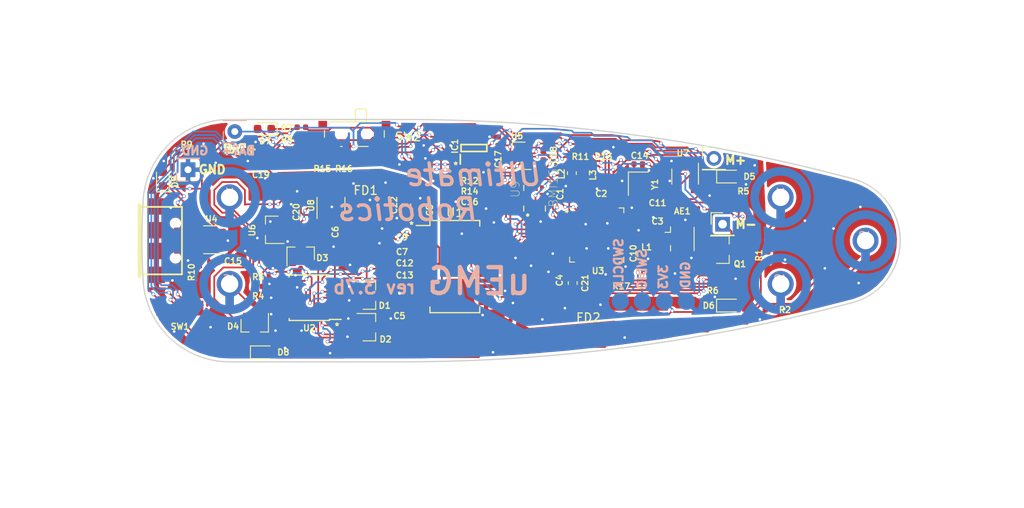
<source format=kicad_pcb>
(kicad_pcb (version 20171130) (host pcbnew 5.1.7-a382d34a8~88~ubuntu18.04.1)
  (layers (0 F.Cu signal) (31 B.Cu signal) (34 B.Paste user hide) (35 F.Paste user hide) (36 B.SilkS user hide) (37 F.SilkS user) (38 B.Mask user hide) (39 F.Mask user) (44 Edge.Cuts user))
  (net 0 "")
  (net 1 "Net-(AE1-Pad1)")
  (net 2 GNDA)
  (net 3 "Net-(C1-Pad1)")
  (net 4 +BATT)
  (net 5 GND)
  (net 6 ADC_CH2)
  (net 7 ADC_CH3)
  (net 8 GNDREF)
  (net 9 ADC_CH1)
  (net 10 ADC_CH0)
  (net 11 +3V3)
  (net 12 +3.3VA)
  (net 13 SWDCLK)
  (net 14 SWDIO)
  (net 15 "Net-(C3-Pad1)")
  (net 16 "Net-(C5-Pad1)")
  (net 17 "Net-(C7-Pad2)")
  (net 18 "Net-(C10-Pad1)")
  (net 19 "Net-(C9-Pad2)")
  (net 20 "Net-(C12-Pad2)")
  (net 21 "Net-(C13-Pad2)")
  (net 22 INPUT_CH0)
  (net 23 INPUT_CH1)
  (net 24 INPUT_CH2)
  (net 25 INPUT_CH3)
  (net 26 "Net-(R11-Pad2)")
  (net 27 "Net-(C2-Pad1)")
  (net 28 "Net-(C11-Pad2)")
  (net 29 "Net-(C14-Pad2)")
  (net 30 "Net-(C15-Pad2)")
  (net 31 BATT_LEVEL)
  (net 32 "Net-(D6-Pad1)")
  (net 33 VCC)
  (net 34 SIP_EN)
  (net 35 "Net-(J3-Pad4)")
  (net 36 "Net-(J3-Pad3)")
  (net 37 "Net-(J3-Pad2)")
  (net 38 "Net-(R10-Pad1)")
  (net 39 BT_INP)
  (net 40 "Net-(R15-Pad2)")
  (net 41 DR)
  (net 42 F_CLK)
  (net 43 CS)
  (net 44 SCLK)
  (net 45 CIPO)
  (net 46 COPI)
  (net 47 "Net-(U3-Pad2)")
  (net 48 "Net-(U3-Pad11)")
  (net 49 "Net-(U3-Pad12)")
  (net 50 SYS_ON)
  (net 51 "Net-(U3-Pad21)")
  (net 52 "Net-(U3-Pad24)")
  (net 53 "Net-(U3-Pad27)")
  (net 54 "Net-(U3-Pad32)")
  (net 55 "Net-(U3-Pad41)")
  (net 56 "Net-(U3-Pad42)")
  (net 57 "Net-(U3-Pad43)")
  (net 58 "Net-(U3-Pad44)")
  (net 59 "Net-(U3-Pad28)")
  (net 60 "Net-(U3-Pad29)")
  (net 61 "Net-(U3-Pad37)")
  (net 62 "Net-(D5-Pad1)")
  (net 63 "Net-(D7-Pad1)")
  (net 64 "Net-(D8-Pad1)")
  (net 65 "Net-(D9-Pad2)")
  (net 66 "Net-(D9-Pad1)")
  (net 67 LED_1)
  (net 68 LED_2)
  (net 69 LED_3)
  (net 70 LED_4)
  (net 71 "Net-(L2-Pad2)")
  (net 72 "Net-(L2-Pad1)")
  (net 73 "Net-(U3-Pad14)")
  (net 74 "Net-(U3-Pad38)")
  (net 75 CS_BMI)
  (net 76 "Net-(U9-Pad11)")
  (net 77 "Net-(U9-Pad10)")
  (net 78 "Net-(U9-Pad9)")
  (net 79 "Net-(U9-Pad4)")
  (net 80 "Net-(U9-Pad3)")
  (net 81 "Net-(U9-Pad2)")
  (net 82 "Net-(U3-Pad22)")
  (net 83 "Net-(U3-Pad20)")
  (net 84 "Net-(U3-Pad17)")
  (net 85 "Net-(U1-Pad22)")
  (net 86 INP_CH0)
  (net 87 INP_CH1)
  (net 88 INP_CH2)
  (net 89 INP_CH3)
  (net 90 "Net-(J6-Pad1)")
  (net 91 "Net-(J10-Pad1)")
  (net 92 "Net-(Q1-Pad1)")
  (net 93 VIBRO_ON)
  (net 94 "Net-(SW2-Pad1)")
  (module ultimate_library:BTN_HY_1185 (layer F.Cu) (at 74.25 71.8 180)
    (fp_text reference SW1 (at -0.025 -2.125 180) (layer F.SilkS) (effects (font (size 0.7 0.7))))
    (fp_text value SW_Push)
    (pad 2 smd rect (at 2.15 0 180) (size 1.15 1.7) (layers F.Cu F.Paste F.Mask) (net 26 "Net-(R11-Pad2)"))
    (pad 1 smd rect (at -2.15 0 180) (size 1.15 1.7) (layers F.Cu F.Paste F.Mask) (net 33 VCC))
  )
  (module ultimate_library:PQFN50P300X250X88-14N (layer F.Cu) (at 115.2 59.1 90)
    (fp_text reference U9 (at 1.04 -2.235 90) (layer F.SilkS) (effects (font (thickness 0.05))))
    (fp_text value BMI160 (at 1.675 2.165 90) (layer F.SilkS) (effects (font (thickness 0.05))))
    (pad 1 smd rect (at -1.165 -0.75 90) (size 0.64 0.25) (layers F.Cu F.Paste F.Mask) (net 45 CIPO))
    (pad 2 smd rect (at -1.165 -0.25 90) (size 0.64 0.25) (layers F.Cu F.Paste F.Mask) (net 81 "Net-(U9-Pad2)"))
    (pad 3 smd rect (at -1.165 0.25 90) (size 0.64 0.25) (layers F.Cu F.Paste F.Mask) (net 80 "Net-(U9-Pad3)"))
    (pad 4 smd rect (at -1.165 0.75 90) (size 0.64 0.25) (layers F.Cu F.Paste F.Mask) (net 79 "Net-(U9-Pad4)"))
    (pad 5 smd rect (at -0.5 0.915 180) (size 0.675 0.25) (layers F.Cu F.Paste F.Mask) (net 11 +3V3))
    (pad 6 smd rect (at 0 0.915 180) (size 0.675 0.25) (layers F.Cu F.Paste F.Mask) (net 5 GND))
    (pad 7 smd rect (at 0.5 0.915 180) (size 0.675 0.25) (layers F.Cu F.Paste F.Mask) (net 5 GND))
    (pad 8 smd rect (at 1.165 0.75 270) (size 0.64 0.25) (layers F.Cu F.Paste F.Mask) (net 11 +3V3))
    (pad 9 smd rect (at 1.165 0.25 270) (size 0.64 0.25) (layers F.Cu F.Paste F.Mask) (net 78 "Net-(U9-Pad9)"))
    (pad 10 smd rect (at 1.165 -0.25 270) (size 0.64 0.25) (layers F.Cu F.Paste F.Mask) (net 77 "Net-(U9-Pad10)"))
    (pad 11 smd rect (at 1.165 -0.75 270) (size 0.64 0.25) (layers F.Cu F.Paste F.Mask) (net 76 "Net-(U9-Pad11)"))
    (pad 12 smd rect (at 0.5 -0.915) (size 0.675 0.25) (layers F.Cu F.Paste F.Mask) (net 75 CS_BMI))
    (pad 13 smd rect (at 0 -0.915) (size 0.675 0.25) (layers F.Cu F.Paste F.Mask) (net 44 SCLK))
    (pad 14 smd rect (at -0.5 -0.915) (size 0.675 0.25) (layers F.Cu F.Paste F.Mask) (net 46 COPI))
  )
  (module Fiducial:Fiducial_1mm_Dia_2mm_Outer (layer F.Cu) (at 121.3 71)
    (fp_text reference FD2 (at 0.1 1.9) (layer F.SilkS))
    (fp_text value Fiducial_1mm_Dia_2mm_Outer)
    (pad ~ smd circle (at 0 0) (size 1 1) (layers F.Cu F.Mask) (clearance 0.5))
  )
  (module Fiducial:Fiducial_1mm_Dia_2mm_Outer (layer F.Cu) (at 95 60)
    (fp_text reference FD1 (at 0.7 -1.8) (layer F.SilkS))
    (fp_text value Fiducial_1mm_Dia_2mm_Outer)
    (pad ~ smd circle (at 0 0) (size 1 1) (layers F.Cu F.Mask) (clearance 0.5))
  )
  (module Capacitor_SMD:C_0603_1608Metric (layer F.Cu) (at 100.4 59.9125 90)
    (fp_text reference C22 (at 0 -1.43 90) (layer F.SilkS) (effects (font (size 0.7 0.7))))
    (fp_text value "10 uF")
    (pad 2 smd roundrect (at 0.7875 0 90) (size 0.875 0.95) (layers F.Cu F.Paste F.Mask) (net 2 GNDA))
    (pad 1 smd roundrect (at -0.7875 0 90) (size 0.875 0.95) (layers F.Cu F.Paste F.Mask) (net 12 +3.3VA))
  )
  (module Capacitor_SMD:C_0603_1608Metric (layer F.Cu) (at 119.6 68.9 270)
    (fp_text reference C21 (at 0 -1.43 90) (layer F.SilkS) (effects (font (size 0.7 0.7))))
    (fp_text value "10 uF")
    (pad 2 smd roundrect (at 0.7875 0 270) (size 0.875 0.95) (layers F.Cu F.Paste F.Mask) (net 5 GND))
    (pad 1 smd roundrect (at -0.7875 0 270) (size 0.875 0.95) (layers F.Cu F.Paste F.Mask) (net 11 +3V3))
  )
  (module Package_TO_SOT_SMD:SOT-23 (layer F.Cu) (at 84.9 62.75 180)
    (fp_text reference U6 (at 2.3 -0.05 270) (layer F.SilkS) (effects (font (size 0.7 0.7))))
    (fp_text value MCP1700-3302E_SOT23)
    (pad 3 smd rect (at 1 0 180) (size 0.9 0.8) (layers F.Cu F.Paste F.Mask) (net 4 +BATT))
    (pad 2 smd rect (at -1 0.95 180) (size 0.9 0.8) (layers F.Cu F.Paste F.Mask) (net 12 +3.3VA))
    (pad 1 smd rect (at -1 -0.95 180) (size 0.9 0.8) (layers F.Cu F.Paste F.Mask) (net 2 GNDA))
  )
  (module Inductor_SMD:L_0603_1608Metric (layer F.Cu) (at 119.5 56.2 90)
    (fp_text reference L2 (at -0.1 -1.2 90) (layer F.SilkS) (effects (font (size 0.7 0.7))))
    (fp_text value "10 uH")
    (pad 2 smd roundrect (at 0.7875 0 90) (size 0.875 0.95) (layers F.Cu F.Paste F.Mask) (net 71 "Net-(L2-Pad2)"))
    (pad 1 smd roundrect (at -0.7875 0 90) (size 0.875 0.95) (layers F.Cu F.Paste F.Mask) (net 72 "Net-(L2-Pad1)"))
  )
  (module Button_Switch_SMD:SW_SPDT_PCM12 (layer F.Cu) (at 94.4 52 180)
    (fp_text reference SW2 (at -6.2 0) (layer F.SilkS))
    (fp_text value SW_SPDT)
    (pad "" smd rect (at -3.65 -0.78 180) (size 1 0.8) (layers F.Cu F.Paste F.Mask))
    (pad "" smd rect (at 3.65 -0.78 180) (size 1 0.8) (layers F.Cu F.Paste F.Mask))
    (pad "" smd rect (at 3.65 1.43 180) (size 1 0.8) (layers F.Cu F.Paste F.Mask))
    (pad "" smd rect (at -3.65 1.43 180) (size 1 0.8) (layers F.Cu F.Paste F.Mask))
    (pad 3 smd rect (at 2.25 -1.43 180) (size 0.7 1.5) (layers F.Cu F.Paste F.Mask) (net 90 "Net-(J6-Pad1)"))
    (pad 2 smd rect (at 0.75 -1.43 180) (size 0.7 1.5) (layers F.Cu F.Paste F.Mask) (net 33 VCC))
    (pad 1 smd rect (at -2.25 -1.43 180) (size 0.7 1.5) (layers F.Cu F.Paste F.Mask) (net 94 "Net-(SW2-Pad1)"))
    (pad "" np_thru_hole circle (at 1.5 0.33 180) (size 0.9 0.9) (drill 0.9) (layers *.Cu *.Mask))
    (pad "" np_thru_hole circle (at -1.5 0.33 180) (size 0.9 0.9) (drill 0.9) (layers *.Cu *.Mask))
  )
  (module Resistor_SMD:R_0402_1005Metric (layer F.Cu) (at 125.215 68.1 180)
    (fp_text reference R17 (at 0 -1.17) (layer F.SilkS) (effects (font (size 0.7 0.7))))
    (fp_text value 9.1k)
    (pad 2 smd roundrect (at 0.485 0 180) (size 0.59 0.64) (layers F.Cu F.Paste F.Mask) (net 93 VIBRO_ON))
    (pad 1 smd roundrect (at -0.485 0 180) (size 0.59 0.64) (layers F.Cu F.Paste F.Mask) (net 92 "Net-(Q1-Pad1)"))
  )
  (module Package_TO_SOT_SMD:SOT-23 (layer F.Cu) (at 136.9 65.05)
    (fp_text reference Q1 (at 2 1.65) (layer F.SilkS) (effects (font (size 0.7 0.7))))
    (fp_text value BC817)
    (pad 3 smd rect (at 1 0) (size 0.9 0.8) (layers F.Cu F.Paste F.Mask) (net 91 "Net-(J10-Pad1)"))
    (pad 2 smd rect (at -1 0.95) (size 0.9 0.8) (layers F.Cu F.Paste F.Mask) (net 5 GND))
    (pad 1 smd rect (at -1 -0.95) (size 0.9 0.8) (layers F.Cu F.Paste F.Mask) (net 92 "Net-(Q1-Pad1)"))
  )
  (module Connector_PinHeader_2.54mm:PinHeader_1x01_P2.54mm_Vertical (layer F.Cu) (at 136.9 62.1)
    (fp_text reference J10)
    (fp_text value Conn_01x01_Male)
    (pad 1 thru_hole rect (at 0 0) (size 1.7 1.7) (drill 1) (layers *.Cu *.Mask) (net 91 "Net-(J10-Pad1)"))
  )
  (module Connector_PinHeader_2.54mm:PinHeader_1x01_P2.54mm_Vertical (layer F.Cu) (at 135.9 54.5)
    (fp_text reference J9)
    (fp_text value Conn_01x01_Male)
    (pad 1 thru_hole circle (at 0 0) (size 1.7 1.7) (drill 1) (layers *.Cu *.Mask) (net 4 +BATT))
  )
  (module Package_TO_SOT_SMD:SOT-23 (layer F.Cu) (at 82.9 73.8 270)
    (fp_text reference D4 (at 0.1 2.5 180) (layer F.SilkS) (effects (font (size 0.7 0.7))))
    (fp_text value BAV99)
    (pad 3 smd rect (at 1 0 270) (size 0.9 0.8) (layers F.Cu F.Paste F.Mask) (net 8 GNDREF))
    (pad 2 smd rect (at -1 0.95 270) (size 0.9 0.8) (layers F.Cu F.Paste F.Mask) (net 89 INP_CH3))
    (pad 1 smd rect (at -1 -0.95 270) (size 0.9 0.8) (layers F.Cu F.Paste F.Mask) (net 89 INP_CH3))
  )
  (module Package_TO_SOT_SMD:SOT-23 (layer F.Cu) (at 88.2 65.5 90)
    (fp_text reference D3 (at -0.5 2.5 180) (layer F.SilkS) (effects (font (size 0.7 0.7))))
    (fp_text value BAV99)
    (pad 3 smd rect (at 1 0 90) (size 0.9 0.8) (layers F.Cu F.Paste F.Mask) (net 8 GNDREF))
    (pad 2 smd rect (at -1 0.95 90) (size 0.9 0.8) (layers F.Cu F.Paste F.Mask) (net 88 INP_CH2))
    (pad 1 smd rect (at -1 -0.95 90) (size 0.9 0.8) (layers F.Cu F.Paste F.Mask) (net 88 INP_CH2))
  )
  (module Package_TO_SOT_SMD:SOT-23 (layer F.Cu) (at 96.1 74)
    (fp_text reference D2 (at 1.9 1.4) (layer F.SilkS) (effects (font (size 0.7 0.7))))
    (fp_text value BAV99)
    (pad 3 smd rect (at 1 0) (size 0.9 0.8) (layers F.Cu F.Paste F.Mask) (net 8 GNDREF))
    (pad 2 smd rect (at -1 0.95) (size 0.9 0.8) (layers F.Cu F.Paste F.Mask) (net 87 INP_CH1))
    (pad 1 smd rect (at -1 -0.95) (size 0.9 0.8) (layers F.Cu F.Paste F.Mask) (net 87 INP_CH1))
  )
  (module Package_TO_SOT_SMD:SOT-23 (layer F.Cu) (at 96.1 70.35)
    (fp_text reference D1 (at 1.8 1.15) (layer F.SilkS) (effects (font (size 0.7 0.7))))
    (fp_text value BAV99)
    (pad 3 smd rect (at 1 0) (size 0.9 0.8) (layers F.Cu F.Paste F.Mask) (net 8 GNDREF))
    (pad 2 smd rect (at -1 0.95) (size 0.9 0.8) (layers F.Cu F.Paste F.Mask) (net 86 INP_CH0))
    (pad 1 smd rect (at -1 -0.95) (size 0.9 0.8) (layers F.Cu F.Paste F.Mask) (net 86 INP_CH0))
  )
  (module Capacitor_SMD:C_0402_1005Metric (layer F.Cu) (at 91.1 62.915 270)
    (fp_text reference C6 (at 0.085 -1.1 90) (layer F.SilkS) (effects (font (size 0.7 0.7))))
    (fp_text value "100 nF")
    (pad 2 smd roundrect (at 0.485 0 270) (size 0.59 0.64) (layers F.Cu F.Paste F.Mask) (net 2 GNDA))
    (pad 1 smd roundrect (at -0.485 0 270) (size 0.59 0.64) (layers F.Cu F.Paste F.Mask) (net 8 GNDREF))
  )
  (module Package_SO:SSOP-28_5.3x10.2mm_P0.65mm (layer F.Cu) (at 106 67)
    (fp_text reference U1 (at 0 -6.25) (layer F.SilkS))
    (fp_text value MCP3912_SSOP)
    (pad 28 smd rect (at 3.6 -4.225) (size 1.75 0.45) (layers F.Cu F.Paste F.Mask) (net 11 +3V3))
    (pad 27 smd rect (at 3.6 -3.575) (size 1.75 0.45) (layers F.Cu F.Paste F.Mask) (net 11 +3V3))
    (pad 26 smd rect (at 3.6 -2.925) (size 1.75 0.45) (layers F.Cu F.Paste F.Mask) (net 46 COPI))
    (pad 25 smd rect (at 3.6 -2.275) (size 1.75 0.45) (layers F.Cu F.Paste F.Mask) (net 45 CIPO))
    (pad 24 smd rect (at 3.6 -1.625) (size 1.75 0.45) (layers F.Cu F.Paste F.Mask) (net 44 SCLK))
    (pad 23 smd rect (at 3.6 -0.975) (size 1.75 0.45) (layers F.Cu F.Paste F.Mask) (net 43 CS))
    (pad 22 smd rect (at 3.6 -0.325) (size 1.75 0.45) (layers F.Cu F.Paste F.Mask) (net 85 "Net-(U1-Pad22)"))
    (pad 21 smd rect (at 3.6 0.325) (size 1.75 0.45) (layers F.Cu F.Paste F.Mask) (net 42 F_CLK))
    (pad 20 smd rect (at 3.6 0.975) (size 1.75 0.45) (layers F.Cu F.Paste F.Mask) (net 5 GND))
    (pad 19 smd rect (at 3.6 1.625) (size 1.75 0.45) (layers F.Cu F.Paste F.Mask) (net 2 GNDA))
    (pad 18 smd rect (at 3.6 2.275) (size 1.75 0.45) (layers F.Cu F.Paste F.Mask) (net 41 DR))
    (pad 17 smd rect (at 3.6 2.925) (size 1.75 0.45) (layers F.Cu F.Paste F.Mask) (net 5 GND))
    (pad 16 smd rect (at 3.6 3.575) (size 1.75 0.45) (layers F.Cu F.Paste F.Mask) (net 2 GNDA))
    (pad 15 smd rect (at 3.6 4.225) (size 1.75 0.45) (layers F.Cu F.Paste F.Mask) (net 2 GNDA))
    (pad 14 smd rect (at -3.6 4.225) (size 1.75 0.45) (layers F.Cu F.Paste F.Mask) (net 16 "Net-(C5-Pad1)"))
    (pad 13 smd rect (at -3.6 3.575) (size 1.75 0.45) (layers F.Cu F.Paste F.Mask) (net 2 GNDA))
    (pad 12 smd rect (at -3.6 2.925) (size 1.75 0.45) (layers F.Cu F.Paste F.Mask) (net 2 GNDA))
    (pad 11 smd rect (at -3.6 2.275) (size 1.75 0.45) (layers F.Cu F.Paste F.Mask) (net 2 GNDA))
    (pad 10 smd rect (at -3.6 1.625) (size 1.75 0.45) (layers F.Cu F.Paste F.Mask) (net 2 GNDA))
    (pad 9 smd rect (at -3.6 0.975) (size 1.75 0.45) (layers F.Cu F.Paste F.Mask) (net 7 ADC_CH3))
    (pad 8 smd rect (at -3.6 0.325) (size 1.75 0.45) (layers F.Cu F.Paste F.Mask) (net 8 GNDREF))
    (pad 7 smd rect (at -3.6 -0.325) (size 1.75 0.45) (layers F.Cu F.Paste F.Mask) (net 8 GNDREF))
    (pad 6 smd rect (at -3.6 -0.975) (size 1.75 0.45) (layers F.Cu F.Paste F.Mask) (net 6 ADC_CH2))
    (pad 5 smd rect (at -3.6 -1.625) (size 1.75 0.45) (layers F.Cu F.Paste F.Mask) (net 9 ADC_CH1))
    (pad 4 smd rect (at -3.6 -2.275) (size 1.75 0.45) (layers F.Cu F.Paste F.Mask) (net 8 GNDREF))
    (pad 3 smd rect (at -3.6 -2.925) (size 1.75 0.45) (layers F.Cu F.Paste F.Mask) (net 8 GNDREF))
    (pad 2 smd rect (at -3.6 -3.575) (size 1.75 0.45) (layers F.Cu F.Paste F.Mask) (net 10 ADC_CH0))
    (pad 1 smd rect (at -3.6 -4.225) (size 1.75 0.45) (layers F.Cu F.Paste F.Mask) (net 12 +3.3VA))
  )
  (module ultimate_library:textile_button_6mm (layer B.Cu) (at 143.6 59)
    (fp_text reference J1 (at 0 -0.5) (layer B.SilkS) (effects (justify mirror)))
    (fp_text value Conn_01x01_Female)
    (pad 1 smd custom (at 0 2.2) (size 1 2) (layers B.Cu B.Paste B.Mask) (net 22 INPUT_CH0) (options (clearance outline) (anchor rect)) (primitives (gr_circle (center 0 -2.2) (end 3 -2.2) (width 1))))
    (pad 1 thru_hole circle (at 0 0) (size 3 3) (drill 2) (layers *.Cu *.Mask) (net 22 INPUT_CH0))
  )
  (module ultimate_library:textile_button_6mm (layer B.Cu) (at 80 59)
    (fp_text reference J4 (at 0 -0.5) (layer B.SilkS) (effects (justify mirror)))
    (fp_text value Conn_01x01_Female)
    (pad 1 smd custom (at 0 2.2) (size 1 2) (layers B.Cu B.Paste B.Mask) (net 24 INPUT_CH2) (options (clearance outline) (anchor rect)) (primitives (gr_circle (center 0 -2.2) (end 3 -2.2) (width 1))))
    (pad 1 thru_hole circle (at 0 0) (size 3 3) (drill 2) (layers *.Cu *.Mask) (net 24 INPUT_CH2))
  )
  (module ultimate_library:textile_button_6mm (layer B.Cu) (at 153.4 64)
    (fp_text reference J8 (at 0 -0.5) (layer B.SilkS) (effects (justify mirror)))
    (fp_text value Conn_01x01_Female)
    (pad 1 smd custom (at 0 2.2) (size 1 2) (layers B.Cu B.Paste B.Mask) (net 8 GNDREF) (options (clearance outline) (anchor rect)) (primitives (gr_circle (center 0 -2.2) (end 3 -2.2) (width 1))))
    (pad 1 thru_hole circle (at 0 0) (size 3 3) (drill 2) (layers *.Cu *.Mask) (net 8 GNDREF))
  )
  (module ultimate_library:textile_button_6mm (layer B.Cu) (at 80 69)
    (fp_text reference J5 (at 0 -0.5) (layer B.SilkS) (effects (justify mirror)))
    (fp_text value Conn_01x01_Female)
    (pad 1 smd custom (at 0 2.2) (size 1 2) (layers B.Cu B.Paste B.Mask) (net 25 INPUT_CH3) (options (clearance outline) (anchor rect)) (primitives (gr_circle (center 0 -2.2) (end 3 -2.2) (width 1))))
    (pad 1 thru_hole circle (at 0 0) (size 3 3) (drill 2) (layers *.Cu *.Mask) (net 25 INPUT_CH3))
  )
  (module ultimate_library:textile_button_6mm (layer B.Cu) (at 143.6 69)
    (fp_text reference J2 (at 0 -0.5) (layer B.SilkS) (effects (justify mirror)))
    (fp_text value Conn_01x01_Female)
    (pad 1 smd custom (at 0 2.2) (size 1 2) (layers B.Cu B.Paste B.Mask) (net 23 INPUT_CH1) (options (clearance outline) (anchor rect)) (primitives (gr_circle (center 0 -2.2) (end 3 -2.2) (width 1))))
    (pad 1 thru_hole circle (at 0 0) (size 3 3) (drill 2) (layers *.Cu *.Mask) (net 23 INPUT_CH1))
  )
  (module Connector_Coaxial:U.FL_Hirose_U.FL-R-SMT-1_Vertical (layer F.Cu) (at 131.775 63.8)
    (fp_text reference AE1 (at 0.475 -3.2) (layer F.SilkS) (effects (font (size 0.7 0.7))))
    (fp_text value Antenna_Shield)
    (pad 2 smd rect (at 0.475 -1.475) (size 2.2 1.05) (layers F.Cu F.Paste F.Mask) (net 5 GND))
    (pad 1 smd rect (at -1.05 0) (size 1.05 1) (layers F.Cu F.Paste F.Mask) (net 1 "Net-(AE1-Pad1)"))
    (pad 2 smd rect (at 0.475 1.475) (size 2.2 1.05) (layers F.Cu F.Paste F.Mask) (net 5 GND))
  )
  (module Inductor_SMD:L_0402_1005Metric (layer F.Cu) (at 120.9 56.415 270)
    (fp_text reference L3 (at 0.015 -1.025 90) (layer F.SilkS) (effects (font (size 0.7 0.7))))
    (fp_text value "15 nH")
    (pad 2 smd roundrect (at 0.485 0 270) (size 0.59 0.64) (layers F.Cu F.Paste F.Mask) (net 27 "Net-(C2-Pad1)"))
    (pad 1 smd roundrect (at -0.485 0 270) (size 0.59 0.64) (layers F.Cu F.Paste F.Mask) (net 71 "Net-(L2-Pad2)"))
  )
  (module Resistor_SMD:R_0402_1005Metric (layer F.Cu) (at 88.285 52.1)
    (fp_text reference R8 (at -1.685 0.2) (layer F.SilkS) (effects (font (size 0.7 0.7))))
    (fp_text value 2k)
    (pad 2 smd roundrect (at 0.485 0) (size 0.59 0.64) (layers F.Cu F.Paste F.Mask) (net 70 LED_4))
    (pad 1 smd roundrect (at -0.485 0) (size 0.59 0.64) (layers F.Cu F.Paste F.Mask) (net 64 "Net-(D8-Pad1)"))
  )
  (module LED_SMD:LED_0603_1608Metric (layer F.Cu) (at 72.3 56.8875 90)
    (fp_text reference D9 (at -0.3125 1.4 90) (layer F.SilkS) (effects (font (size 0.7 0.7))))
    (fp_text value "LED GREEN")
    (pad 2 smd roundrect (at 0.7875 0 90) (size 0.875 0.95) (layers F.Cu F.Paste F.Mask) (net 65 "Net-(D9-Pad2)"))
    (pad 1 smd roundrect (at -0.7875 0 90) (size 0.875 0.95) (layers F.Cu F.Paste F.Mask) (net 66 "Net-(D9-Pad1)"))
  )
  (module LED_SMD:LED_0603_1608Metric (layer F.Cu) (at 83.8875 76.9)
    (fp_text reference D8 (at 2.3125 0) (layer F.SilkS) (effects (font (size 0.7 0.7))))
    (fp_text value LED)
    (pad 2 smd roundrect (at 0.7875 0) (size 0.875 0.95) (layers F.Cu F.Paste F.Mask) (net 11 +3V3))
    (pad 1 smd roundrect (at -0.7875 0) (size 0.875 0.95) (layers F.Cu F.Paste F.Mask) (net 64 "Net-(D8-Pad1)"))
  )
  (module LED_SMD:LED_0603_1608Metric (layer F.Cu) (at 84.0125 51.1 180)
    (fp_text reference D7 (at -0.0875 -1.4) (layer F.SilkS) (effects (font (size 0.7 0.7))))
    (fp_text value LED)
    (pad 2 smd roundrect (at 0.7875 0 180) (size 0.875 0.95) (layers F.Cu F.Paste F.Mask) (net 11 +3V3))
    (pad 1 smd roundrect (at -0.7875 0 180) (size 0.875 0.95) (layers F.Cu F.Paste F.Mask) (net 63 "Net-(D7-Pad1)"))
  )
  (module ultimate_library:SOT95P284X110-6N (layer F.Cu) (at 108.2 53.3 90)
    (fp_text reference IC1 (at 0.2 -2.2 90) (layer F.SilkS) (effects (font (size 0.7 0.7))))
    (fp_text value SIP32510DT-T1-GE3 hide)
    (pad 6 smd rect (at 1.3 -0.95 180) (size 0.55 1.1) (layers F.Cu F.Paste F.Mask) (net 33 VCC))
    (pad 5 smd rect (at 1.3 0 180) (size 0.55 1.1) (layers F.Cu F.Paste F.Mask) (net 33 VCC))
    (pad 4 smd rect (at 1.3 0.95 180) (size 0.55 1.1) (layers F.Cu F.Paste F.Mask) (net 5 GND))
    (pad 3 smd rect (at -1.3 0.95 180) (size 0.55 1.1) (layers F.Cu F.Paste F.Mask) (net 34 SIP_EN))
    (pad 2 smd rect (at -1.3 0 180) (size 0.55 1.1) (layers F.Cu F.Paste F.Mask) (net 4 +BATT))
    (pad 1 smd rect (at -1.3 -0.95 180) (size 0.55 1.1) (layers F.Cu F.Paste F.Mask) (net 4 +BATT))
  )
  (module ultimate_library:GND_CONN (layer F.Cu) (at 112.4 72.775 270)
    (fp_text reference GC1)
    (fp_text value GND_CONN)
    (pad 1 smd rect (at -0.375 0 270) (size 0.8 0.3) (layers F.Cu F.Paste F.Mask) (net 5 GND))
    (pad 2 smd rect (at 0.4 0 270) (size 0.8 0.3) (layers F.Cu F.Paste F.Mask) (net 2 GNDA))
  )
  (module Crystal:Crystal_SMD_2016-4Pin_2.0x1.6mm (layer F.Cu) (at 127.175 57.425 270)
    (fp_text reference Y1 (at 0.08 -1.9 90) (layer F.SilkS) (effects (font (size 0.7 0.7))))
    (fp_text value 32MHz)
    (pad 4 smd rect (at -0.7 -0.55 270) (size 0.9 0.8) (layers F.Cu F.Paste F.Mask) (net 5 GND))
    (pad 3 smd rect (at 0.7 -0.55 270) (size 0.9 0.8) (layers F.Cu F.Paste F.Mask) (net 28 "Net-(C11-Pad2)"))
    (pad 2 smd rect (at 0.7 0.55 270) (size 0.9 0.8) (layers F.Cu F.Paste F.Mask) (net 5 GND))
    (pad 1 smd rect (at -0.7 0.55 270) (size 0.9 0.8) (layers F.Cu F.Paste F.Mask) (net 29 "Net-(C14-Pad2)"))
  )
  (module Package_TO_SOT_SMD:SOT-23-5 (layer F.Cu) (at 91.7 59.9 90)
    (fp_text reference U8 (at -0.044 -2.306 90) (layer F.SilkS) (effects (font (size 0.7 0.7))))
    (fp_text value MCP6001-OT)
    (pad 5 smd rect (at 1.1 -0.95 90) (size 1.06 0.65) (layers F.Cu F.Paste F.Mask) (net 12 +3.3VA))
    (pad 4 smd rect (at 1.1 0.95 90) (size 1.06 0.65) (layers F.Cu F.Paste F.Mask) (net 8 GNDREF))
    (pad 3 smd rect (at -1.1 0.95 90) (size 1.06 0.65) (layers F.Cu F.Paste F.Mask) (net 40 "Net-(R15-Pad2)"))
    (pad 2 smd rect (at -1.1 0 90) (size 1.06 0.65) (layers F.Cu F.Paste F.Mask) (net 2 GNDA))
    (pad 1 smd rect (at -1.1 -0.95 90) (size 1.06 0.65) (layers F.Cu F.Paste F.Mask) (net 8 GNDREF))
  )
  (module Package_TO_SOT_SMD:TSOT-23-5 (layer F.Cu) (at 132.6 56.6 270)
    (fp_text reference U7 (at -2.7 0.3) (layer F.SilkS) (effects (font (size 0.7 0.7))))
    (fp_text value 74AHC1G32)
    (pad 5 smd rect (at 1.31 -0.95 270) (size 1.22 0.65) (layers F.Cu F.Paste F.Mask) (net 33 VCC))
    (pad 4 smd rect (at 1.31 0.95 270) (size 1.22 0.65) (layers F.Cu F.Paste F.Mask) (net 34 SIP_EN))
    (pad 3 smd rect (at -1.31 0.95 270) (size 1.22 0.65) (layers F.Cu F.Paste F.Mask) (net 5 GND))
    (pad 2 smd rect (at -1.31 0 270) (size 1.22 0.65) (layers F.Cu F.Paste F.Mask) (net 50 SYS_ON))
    (pad 1 smd rect (at -1.31 -0.95 270) (size 1.22 0.65) (layers F.Cu F.Paste F.Mask) (net 26 "Net-(R11-Pad2)"))
  )
  (module Package_TO_SOT_SMD:SOT-23-5 (layer F.Cu) (at 77.9 63.9 180)
    (fp_text reference U4 (at 0 2.4) (layer F.SilkS) (effects (font (size 0.7 0.7))))
    (fp_text value MCP73831-2-OT)
    (pad 5 smd rect (at 1.1 -0.95 180) (size 1.06 0.65) (layers F.Cu F.Paste F.Mask) (net 38 "Net-(R10-Pad1)"))
    (pad 4 smd rect (at 1.1 0.95 180) (size 1.06 0.65) (layers F.Cu F.Paste F.Mask) (net 30 "Net-(C15-Pad2)"))
    (pad 3 smd rect (at -1.1 0.95 180) (size 1.06 0.65) (layers F.Cu F.Paste F.Mask) (net 33 VCC))
    (pad 2 smd rect (at -1.1 0 180) (size 1.06 0.65) (layers F.Cu F.Paste F.Mask) (net 5 GND))
    (pad 1 smd rect (at -1.1 -0.95 180) (size 1.06 0.65) (layers F.Cu F.Paste F.Mask) (net 66 "Net-(D9-Pad1)"))
  )
  (module ultimate_library:QFN-48-1EP_6x6mm_Pitch0.4mm (layer F.Cu) (at 122.375 63.35)
    (fp_text reference U3 (at 0.15 4.15) (layer F.SilkS) (effects (font (size 0.7 0.7))))
    (fp_text value nRF52832-QFxx)
    (pad 1 smd rect (at -2.925 -2.2) (size 0.65 0.2) (layers F.Cu F.Paste F.Mask) (net 3 "Net-(C1-Pad1)"))
    (pad 2 smd rect (at -2.925 -1.8) (size 0.65 0.2) (layers F.Cu F.Paste F.Mask) (net 47 "Net-(U3-Pad2)"))
    (pad 3 smd rect (at -2.925 -1.4) (size 0.65 0.2) (layers F.Cu F.Paste F.Mask) (net 75 CS_BMI))
    (pad 4 smd rect (at -2.925 -1) (size 0.65 0.2) (layers F.Cu F.Paste F.Mask) (net 31 BATT_LEVEL))
    (pad 5 smd rect (at -2.925 -0.6) (size 0.65 0.2) (layers F.Cu F.Paste F.Mask) (net 46 COPI))
    (pad 6 smd rect (at -2.925 -0.2) (size 0.65 0.2) (layers F.Cu F.Paste F.Mask) (net 45 CIPO))
    (pad 7 smd rect (at -2.925 0.2) (size 0.65 0.2) (layers F.Cu F.Paste F.Mask) (net 44 SCLK))
    (pad 8 smd rect (at -2.925 0.6) (size 0.65 0.2) (layers F.Cu F.Paste F.Mask) (net 43 CS))
    (pad 9 smd rect (at -2.925 1) (size 0.65 0.2) (layers F.Cu F.Paste F.Mask) (net 42 F_CLK))
    (pad 10 smd rect (at -2.925 1.4) (size 0.65 0.2) (layers F.Cu F.Paste F.Mask) (net 41 DR))
    (pad 11 smd rect (at -2.925 1.8) (size 0.65 0.2) (layers F.Cu F.Paste F.Mask) (net 48 "Net-(U3-Pad11)"))
    (pad 12 smd rect (at -2.925 2.2) (size 0.65 0.2) (layers F.Cu F.Paste F.Mask) (net 49 "Net-(U3-Pad12)"))
    (pad 13 smd rect (at -2.2 2.925 90) (size 0.65 0.2) (layers F.Cu F.Paste F.Mask) (net 11 +3V3))
    (pad 14 smd rect (at -1.8 2.925 90) (size 0.65 0.2) (layers F.Cu F.Paste F.Mask) (net 73 "Net-(U3-Pad14)"))
    (pad 15 smd rect (at -1.4 2.925 90) (size 0.65 0.2) (layers F.Cu F.Paste F.Mask) (net 70 LED_4))
    (pad 16 smd rect (at -1 2.925 90) (size 0.65 0.2) (layers F.Cu F.Paste F.Mask) (net 69 LED_3))
    (pad 17 smd rect (at -0.6 2.925 90) (size 0.65 0.2) (layers F.Cu F.Paste F.Mask) (net 84 "Net-(U3-Pad17)"))
    (pad 18 smd rect (at -0.2 2.925 90) (size 0.65 0.2) (layers F.Cu F.Paste F.Mask) (net 68 LED_2))
    (pad 19 smd rect (at 0.2 2.925 90) (size 0.65 0.2) (layers F.Cu F.Paste F.Mask) (net 67 LED_1))
    (pad 20 smd rect (at 0.6 2.925 90) (size 0.65 0.2) (layers F.Cu F.Paste F.Mask) (net 83 "Net-(U3-Pad20)"))
    (pad 21 smd rect (at 1 2.925 90) (size 0.65 0.2) (layers F.Cu F.Paste F.Mask) (net 51 "Net-(U3-Pad21)"))
    (pad 22 smd rect (at 1.4 2.925 90) (size 0.65 0.2) (layers F.Cu F.Paste F.Mask) (net 82 "Net-(U3-Pad22)"))
    (pad 23 smd rect (at 1.8 2.925 90) (size 0.65 0.2) (layers F.Cu F.Paste F.Mask) (net 93 VIBRO_ON))
    (pad 24 smd rect (at 2.2 2.925 90) (size 0.65 0.2) (layers F.Cu F.Paste F.Mask) (net 52 "Net-(U3-Pad24)"))
    (pad 25 smd rect (at 2.925 2.2) (size 0.65 0.2) (layers F.Cu F.Paste F.Mask) (net 13 SWDCLK))
    (pad 26 smd rect (at 2.925 1.8) (size 0.65 0.2) (layers F.Cu F.Paste F.Mask) (net 14 SWDIO))
    (pad 27 smd rect (at 2.925 1.4) (size 0.65 0.2) (layers F.Cu F.Paste F.Mask) (net 53 "Net-(U3-Pad27)"))
    (pad 28 smd rect (at 2.925 1) (size 0.65 0.2) (layers F.Cu F.Paste F.Mask) (net 59 "Net-(U3-Pad28)"))
    (pad 29 smd rect (at 2.925 0.6) (size 0.65 0.2) (layers F.Cu F.Paste F.Mask) (net 60 "Net-(U3-Pad29)"))
    (pad 30 smd rect (at 2.925 0.2) (size 0.65 0.2) (layers F.Cu F.Paste F.Mask) (net 18 "Net-(C10-Pad1)"))
    (pad 31 smd rect (at 2.925 -0.2) (size 0.65 0.2) (layers F.Cu F.Paste F.Mask) (net 5 GND))
    (pad 32 smd rect (at 2.925 -0.6) (size 0.65 0.2) (layers F.Cu F.Paste F.Mask) (net 54 "Net-(U3-Pad32)"))
    (pad 33 smd rect (at 2.925 -1) (size 0.65 0.2) (layers F.Cu F.Paste F.Mask) (net 15 "Net-(C3-Pad1)"))
    (pad 34 smd rect (at 2.925 -1.4) (size 0.65 0.2) (layers F.Cu F.Paste F.Mask) (net 28 "Net-(C11-Pad2)"))
    (pad 35 smd rect (at 2.925 -1.8) (size 0.65 0.2) (layers F.Cu F.Paste F.Mask) (net 29 "Net-(C14-Pad2)"))
    (pad 36 smd rect (at 2.925 -2.2) (size 0.65 0.2) (layers F.Cu F.Paste F.Mask) (net 11 +3V3))
    (pad 37 smd rect (at 2.2 -2.925 90) (size 0.65 0.2) (layers F.Cu F.Paste F.Mask) (net 61 "Net-(U3-Pad37)"))
    (pad 38 smd rect (at 1.8 -2.925 90) (size 0.65 0.2) (layers F.Cu F.Paste F.Mask) (net 74 "Net-(U3-Pad38)"))
    (pad 39 smd rect (at 1.4 -2.925 90) (size 0.65 0.2) (layers F.Cu F.Paste F.Mask) (net 50 SYS_ON))
    (pad 40 smd rect (at 1 -2.925 90) (size 0.65 0.2) (layers F.Cu F.Paste F.Mask) (net 39 BT_INP))
    (pad 41 smd rect (at 0.6 -2.925 90) (size 0.65 0.2) (layers F.Cu F.Paste F.Mask) (net 55 "Net-(U3-Pad41)"))
    (pad 42 smd rect (at 0.2 -2.925 90) (size 0.65 0.2) (layers F.Cu F.Paste F.Mask) (net 56 "Net-(U3-Pad42)"))
    (pad 43 smd rect (at -0.2 -2.925 90) (size 0.65 0.2) (layers F.Cu F.Paste F.Mask) (net 57 "Net-(U3-Pad43)"))
    (pad 44 smd rect (at -0.6 -2.925 90) (size 0.65 0.2) (layers F.Cu F.Paste F.Mask) (net 58 "Net-(U3-Pad44)"))
    (pad 45 smd rect (at -1 -2.925 90) (size 0.65 0.2) (layers F.Cu F.Paste F.Mask) (net 5 GND))
    (pad 46 smd rect (at -1.4 -2.925 90) (size 0.65 0.2) (layers F.Cu F.Paste F.Mask) (net 27 "Net-(C2-Pad1)"))
    (pad 47 smd rect (at -1.8 -2.925 90) (size 0.65 0.2) (layers F.Cu F.Paste F.Mask) (net 72 "Net-(L2-Pad1)"))
    (pad 48 smd rect (at -2.2 -2.925 90) (size 0.65 0.2) (layers F.Cu F.Paste F.Mask) (net 11 +3V3))
    (pad 49 smd rect (at 0 0) (size 4.4 4.4) (layers F.Cu F.Mask) (net 5 GND))
  )
  (module ultimate_library:SWD_POGO (layer B.Cu) (at 128.91 71 270)
    (fp_text reference SC1)
    (fp_text value SWD_POGO)
    (fp_text user GND (at -3.039345 -3.705699 90) (layer B.SilkS) (effects (font (thickness 0.25)) (justify mirror)))
    (fp_text user SWDCLK (at -4.281795 4.006286 90) (layer B.SilkS) (effects (font (thickness 0.25)) (justify mirror)))
    (fp_text user SWDIO (at -3.666936 1.301319 90) (layer B.SilkS) (effects (font (thickness 0.25)) (justify mirror)))
    (fp_text user 3V3 (at -2.803968 -1.133386 90) (layer B.SilkS) (effects (font (thickness 0.25)) (justify mirror)))
    (pad 1 smd circle (at 0 -3.81 270) (size 2 2) (layers B.Cu B.Mask) (net 5 GND))
    (pad 2 smd circle (at 0 -1.27 270) (size 2 2) (layers B.Cu B.Mask) (net 11 +3V3))
    (pad 3 smd circle (at 0 1.27 270) (size 2 2) (layers B.Cu B.Mask) (net 14 SWDIO))
    (pad 4 smd circle (at 0 3.81 270) (size 2 2) (layers B.Cu B.Mask) (net 13 SWDCLK))
  )
  (module Resistor_SMD:R_0402_1005Metric (layer F.Cu) (at 93.075 56.825)
    (fp_text reference R16 (at 0.125 -1.125) (layer F.SilkS) (effects (font (size 0.7 0.7))))
    (fp_text value 100k)
    (pad 2 smd roundrect (at 0.485 0) (size 0.59 0.64) (layers F.Cu F.Paste F.Mask) (net 2 GNDA))
    (pad 1 smd roundrect (at -0.485 0) (size 0.59 0.64) (layers F.Cu F.Paste F.Mask) (net 40 "Net-(R15-Pad2)"))
  )
  (module Resistor_SMD:R_0402_1005Metric (layer F.Cu) (at 90.775 56.825)
    (fp_text reference R15 (at -0.075 -1.125) (layer F.SilkS) (effects (font (size 0.7 0.7))))
    (fp_text value 510k)
    (pad 2 smd roundrect (at 0.485 0) (size 0.59 0.64) (layers F.Cu F.Paste F.Mask) (net 40 "Net-(R15-Pad2)"))
    (pad 1 smd roundrect (at -0.485 0) (size 0.59 0.64) (layers F.Cu F.Paste F.Mask) (net 12 +3.3VA))
  )
  (module Resistor_SMD:R_0402_1005Metric (layer F.Cu) (at 109.81 58.325 180)
    (fp_text reference R14 (at 2.11 0.025) (layer F.SilkS) (effects (font (size 0.7 0.7))))
    (fp_text value 200k)
    (pad 2 smd roundrect (at 0.485 0 180) (size 0.59 0.64) (layers F.Cu F.Paste F.Mask) (net 5 GND))
    (pad 1 smd roundrect (at -0.485 0 180) (size 0.59 0.64) (layers F.Cu F.Paste F.Mask) (net 31 BATT_LEVEL))
  )
  (module Resistor_SMD:R_0402_1005Metric (layer F.Cu) (at 123.085 53.2 180)
    (fp_text reference R13 (at -0.065 -1.1) (layer F.SilkS) (effects (font (size 0.7 0.7))))
    (fp_text value 510k)
    (pad 2 smd roundrect (at 0.485 0 180) (size 0.59 0.64) (layers F.Cu F.Paste F.Mask) (net 39 BT_INP))
    (pad 1 smd roundrect (at -0.485 0 180) (size 0.59 0.64) (layers F.Cu F.Paste F.Mask) (net 5 GND))
  )
  (module Resistor_SMD:R_0402_1005Metric (layer F.Cu) (at 109.79 57.15)
    (fp_text reference R12 (at -2.09 -0.05) (layer F.SilkS) (effects (font (size 0.7 0.7))))
    (fp_text value 200k)
    (pad 2 smd roundrect (at 0.485 0) (size 0.59 0.64) (layers F.Cu F.Paste F.Mask) (net 31 BATT_LEVEL))
    (pad 1 smd roundrect (at -0.485 0) (size 0.59 0.64) (layers F.Cu F.Paste F.Mask) (net 4 +BATT))
  )
  (module Resistor_SMD:R_0402_1005Metric (layer F.Cu) (at 120.685 53.2 180)
    (fp_text reference R11 (at 0.185 -1.1) (layer F.SilkS) (effects (font (size 0.7 0.7))))
    (fp_text value 100k)
    (pad 2 smd roundrect (at 0.485 0 180) (size 0.59 0.64) (layers F.Cu F.Paste F.Mask) (net 26 "Net-(R11-Pad2)"))
    (pad 1 smd roundrect (at -0.485 0 180) (size 0.59 0.64) (layers F.Cu F.Paste F.Mask) (net 39 BT_INP))
  )
  (module Resistor_SMD:R_0402_1005Metric (layer F.Cu) (at 76.5 67.415 270)
    (fp_text reference R10 (at 0.24 0.9 90) (layer F.SilkS) (effects (font (size 0.7 0.7))))
    (fp_text value 9.1k)
    (pad 2 smd roundrect (at 0.485 0 270) (size 0.59 0.64) (layers F.Cu F.Paste F.Mask) (net 5 GND))
    (pad 1 smd roundrect (at -0.485 0 270) (size 0.59 0.64) (layers F.Cu F.Paste F.Mask) (net 38 "Net-(R10-Pad1)"))
  )
  (module Resistor_SMD:R_0402_1005Metric (layer F.Cu) (at 74.515 53.8)
    (fp_text reference R9 (at 0.515 -0.9) (layer F.SilkS) (effects (font (size 0.7 0.7))))
    (fp_text value 2k)
    (pad 2 smd roundrect (at 0.485 0) (size 0.59 0.64) (layers F.Cu F.Paste F.Mask) (net 30 "Net-(C15-Pad2)"))
    (pad 1 smd roundrect (at -0.485 0) (size 0.59 0.64) (layers F.Cu F.Paste F.Mask) (net 65 "Net-(D9-Pad2)"))
  )
  (module Inductor_SMD:L_0402_1005Metric (layer F.Cu) (at 128.06 63.775 180)
    (fp_text reference L1 (at -0.065 -0.98) (layer F.SilkS) (effects (font (size 0.7 0.7))))
    (fp_text value "3.9 nH")
    (pad 2 smd roundrect (at 0.485 0 180) (size 0.59 0.64) (layers F.Cu F.Paste F.Mask) (net 18 "Net-(C10-Pad1)"))
    (pad 1 smd roundrect (at -0.485 0 180) (size 0.59 0.64) (layers F.Cu F.Paste F.Mask) (net 1 "Net-(AE1-Pad1)"))
  )
  (module Connector_PinHeader_2.54mm:PinHeader_1x01_P2.54mm_Vertical (layer B.Cu) (at 75.2 55.8)
    (fp_text reference J7)
    (fp_text value Conn_01x01_Male)
    (pad 1 thru_hole rect (at 0 0) (size 1.7 1.7) (drill 0.8) (layers *.Cu *.Mask) (net 5 GND))
  )
  (module Connector_PinHeader_2.54mm:PinHeader_1x01_P2.54mm_Vertical (layer B.Cu) (at 80.6 51.4)
    (fp_text reference J6)
    (fp_text value Conn_01x01_Male)
    (pad 1 thru_hole circle (at 0 0) (size 1.7 1.7) (drill 0.8) (layers *.Cu *.Mask) (net 90 "Net-(J6-Pad1)"))
  )
  (module ultimate_library:conn_usb_B_micro_smd_our (layer F.Cu) (at 71.6 64 270)
    (fp_text reference J3)
    (fp_text value USB_B_Micro)
    (pad "" np_thru_hole circle (at -2 -2.15 270) (size 0.7 0.7) (drill 0.7) (layers *.Cu *.Mask F.SilkS))
    (pad "" np_thru_hole circle (at 2 -2.15 270) (size 0.7 0.7) (drill 0.7) (layers *.Cu *.Mask F.SilkS))
    (pad 5 smd rect (at 1.30048 -2.67462 270) (size 0.4 1.35) (layers F.Cu F.Paste F.Mask) (net 5 GND))
    (pad 4 smd rect (at 0.6477 -2.67462 270) (size 0.4 1.35) (layers F.Cu F.Paste F.Mask) (net 35 "Net-(J3-Pad4)"))
    (pad 3 smd rect (at 0 -2.67462 270) (size 0.4 1.35) (layers F.Cu F.Paste F.Mask) (net 36 "Net-(J3-Pad3)"))
    (pad 2 smd rect (at -0.6477 -2.67462 270) (size 0.4 1.35) (layers F.Cu F.Paste F.Mask) (net 37 "Net-(J3-Pad2)"))
    (pad 1 smd rect (at -1.30048 -2.67462 270) (size 0.4 1.35) (layers F.Cu F.Paste F.Mask) (net 30 "Net-(C15-Pad2)"))
    (pad 6 smd rect (at -3.9497 0 270) (size 1.89738 1.89738) (layers F.Cu F.Paste F.Mask) (net 5 GND))
    (pad 6 smd rect (at 3.9497 0 270) (size 1.9 1.9) (layers F.Cu F.Paste F.Mask) (net 5 GND))
    (pad 6 smd rect (at 1.19888 0 270) (size 1.89738 1.89738) (layers F.Cu F.Paste F.Mask) (net 5 GND))
    (pad 6 smd rect (at -1.19888 0 270) (size 1.89738 1.89738) (layers F.Cu F.Paste F.Mask) (net 5 GND))
  )
  (module LED_SMD:LED_0603_1608Metric (layer F.Cu) (at 137.6875 71.5)
    (fp_text reference D6 (at -2.3875 0) (layer F.SilkS) (effects (font (size 0.7 0.7))))
    (fp_text value LED)
    (pad 2 smd roundrect (at 0.7875 0) (size 0.875 0.95) (layers F.Cu F.Paste F.Mask) (net 11 +3V3))
    (pad 1 smd roundrect (at -0.7875 0) (size 0.875 0.95) (layers F.Cu F.Paste F.Mask) (net 32 "Net-(D6-Pad1)"))
  )
  (module LED_SMD:LED_0603_1608Metric (layer F.Cu) (at 137.7 56.6)
    (fp_text reference D5 (at 2.3 0) (layer F.SilkS) (effects (font (size 0.7 0.7))))
    (fp_text value LED)
    (pad 2 smd roundrect (at 0.7875 0) (size 0.875 0.95) (layers F.Cu F.Paste F.Mask) (net 11 +3V3))
    (pad 1 smd roundrect (at -0.7875 0) (size 0.875 0.95) (layers F.Cu F.Paste F.Mask) (net 62 "Net-(D5-Pad1)"))
  )
  (module Capacitor_SMD:C_0402_1005Metric (layer F.Cu) (at 109.81 59.525)
    (fp_text reference C16 (at -2.11 0) (layer F.SilkS) (effects (font (size 0.7 0.7))))
    (fp_text value "100 nF")
    (pad 2 smd roundrect (at 0.485 0) (size 0.59 0.64) (layers F.Cu F.Paste F.Mask) (net 31 BATT_LEVEL))
    (pad 1 smd roundrect (at -0.485 0) (size 0.59 0.64) (layers F.Cu F.Paste F.Mask) (net 5 GND))
  )
  (module Capacitor_SMD:C_0402_1005Metric (layer F.Cu) (at 78.185 66.5 180)
    (fp_text reference C15 (at -2.215 0.125) (layer F.SilkS) (effects (font (size 0.7 0.7))))
    (fp_text value "2.2 uF")
    (pad 2 smd roundrect (at 0.485 0 180) (size 0.59 0.64) (layers F.Cu F.Paste F.Mask) (net 30 "Net-(C15-Pad2)"))
    (pad 1 smd roundrect (at -0.485 0 180) (size 0.59 0.64) (layers F.Cu F.Paste F.Mask) (net 5 GND))
  )
  (module Capacitor_SMD:C_0402_1005Metric (layer F.Cu) (at 127.16 55.15 180)
    (fp_text reference C14 (at -0.165 0.975) (layer F.SilkS) (effects (font (size 0.7 0.7))))
    (fp_text value "12 pF")
    (pad 2 smd roundrect (at 0.485 0 180) (size 0.59 0.64) (layers F.Cu F.Paste F.Mask) (net 29 "Net-(C14-Pad2)"))
    (pad 1 smd roundrect (at -0.485 0 180) (size 0.59 0.64) (layers F.Cu F.Paste F.Mask) (net 5 GND))
  )
  (module Capacitor_SMD:C_0402_1005Metric (layer F.Cu) (at 127.21 59.7)
    (fp_text reference C11 (at 2.185 -0.05) (layer F.SilkS) (effects (font (size 0.7 0.7))))
    (fp_text value "12 pF")
    (pad 2 smd roundrect (at 0.485 0) (size 0.59 0.64) (layers F.Cu F.Paste F.Mask) (net 28 "Net-(C11-Pad2)"))
    (pad 1 smd roundrect (at -0.485 0) (size 0.59 0.64) (layers F.Cu F.Paste F.Mask) (net 5 GND))
  )
  (module Capacitor_SMD:C_0402_1005Metric (layer F.Cu) (at 126.575 63.29 90)
    (fp_text reference C10 (at -2.185 0.02 90) (layer F.SilkS) (effects (font (size 0.7 0.7))))
    (fp_text value "0.8 pF")
    (pad 2 smd roundrect (at 0.485 0 90) (size 0.59 0.64) (layers F.Cu F.Paste F.Mask) (net 5 GND))
    (pad 1 smd roundrect (at -0.485 0 90) (size 0.59 0.64) (layers F.Cu F.Paste F.Mask) (net 18 "Net-(C10-Pad1)"))
  )
  (module Capacitor_SMD:C_0402_1005Metric (layer F.Cu) (at 118 66.915 270)
    (fp_text reference C4 (at 1.665 -0.075 90) (layer F.SilkS) (effects (font (size 0.7 0.7))))
    (fp_text value "100 nF")
    (pad 2 smd roundrect (at 0.485 0 270) (size 0.59 0.64) (layers F.Cu F.Paste F.Mask) (net 5 GND))
    (pad 1 smd roundrect (at -0.485 0 270) (size 0.59 0.64) (layers F.Cu F.Paste F.Mask) (net 11 +3V3))
  )
  (module Capacitor_SMD:C_0402_1005Metric (layer F.Cu) (at 127.575 61.675)
    (fp_text reference C3 (at 1.815 0.1) (layer F.SilkS) (effects (font (size 0.7 0.7))))
    (fp_text value "100 pF")
    (pad 2 smd roundrect (at 0.485 0) (size 0.59 0.64) (layers F.Cu F.Paste F.Mask) (net 5 GND))
    (pad 1 smd roundrect (at -0.485 0) (size 0.59 0.64) (layers F.Cu F.Paste F.Mask) (net 15 "Net-(C3-Pad1)"))
  )
  (module Capacitor_SMD:C_0402_1005Metric (layer F.Cu) (at 121.235 58.6)
    (fp_text reference C2 (at 1.665 -0.025) (layer F.SilkS) (effects (font (size 0.7 0.7))))
    (fp_text value "2.2 uF")
    (pad 2 smd roundrect (at 0.485 0) (size 0.59 0.64) (layers F.Cu F.Paste F.Mask) (net 5 GND))
    (pad 1 smd roundrect (at -0.485 0) (size 0.59 0.64) (layers F.Cu F.Paste F.Mask) (net 27 "Net-(C2-Pad1)"))
  )
  (module Capacitor_SMD:C_0402_1005Metric (layer F.Cu) (at 119.2 58.585 90)
    (fp_text reference C1 (at -0.04 -1.05 90) (layer F.SilkS) (effects (font (size 0.7 0.7))))
    (fp_text value "100 nF")
    (pad 2 smd roundrect (at 0.485 0 90) (size 0.59 0.64) (layers F.Cu F.Paste F.Mask) (net 5 GND))
    (pad 1 smd roundrect (at -0.485 0 90) (size 0.59 0.64) (layers F.Cu F.Paste F.Mask) (net 3 "Net-(C1-Pad1)"))
  )
  (module Capacitor_SMD:C_0402_1005Metric (layer F.Cu) (at 99.715 71.6 180)
    (fp_text reference C5 (at 0.115 -1.1) (layer F.SilkS) (effects (font (size 0.7 0.7))))
    (fp_text value "100 nF")
    (pad 2 smd roundrect (at 0.485 0 180) (size 0.59 0.64) (layers F.Cu F.Paste F.Mask) (net 2 GNDA))
    (pad 1 smd roundrect (at -0.485 0 180) (size 0.59 0.64) (layers F.Cu F.Paste F.Mask) (net 16 "Net-(C5-Pad1)"))
  )
  (module Capacitor_SMD:C_0402_1005Metric (layer F.Cu) (at 102 60.4 90)
    (fp_text reference C8 (at -0.085 1.1 90) (layer F.SilkS) (effects (font (size 0.7 0.7))))
    (fp_text value "100 nF")
    (pad 2 smd roundrect (at 0.485 0 90) (size 0.59 0.64) (layers F.Cu F.Paste F.Mask) (net 2 GNDA))
    (pad 1 smd roundrect (at -0.485 0 90) (size 0.59 0.64) (layers F.Cu F.Paste F.Mask) (net 12 +3.3VA))
  )
  (module Capacitor_SMD:C_0402_1005Metric (layer F.Cu) (at 111 52.515 270)
    (fp_text reference C17 (at 2.085 0 90) (layer F.SilkS) (effects (font (size 0.7 0.7))))
    (fp_text value "1 uF")
    (pad 2 smd roundrect (at 0.485 0 270) (size 0.59 0.64) (layers F.Cu F.Paste F.Mask) (net 4 +BATT))
    (pad 1 smd roundrect (at -0.485 0 270) (size 0.59 0.64) (layers F.Cu F.Paste F.Mask) (net 5 GND))
  )
  (module Capacitor_SMD:C_0402_1005Metric (layer F.Cu) (at 116.2 54.185 90)
    (fp_text reference C18 (at 0.085 1.2 90) (layer F.SilkS) (effects (font (size 0.7 0.7))))
    (fp_text value "1 uF")
    (pad 1 smd roundrect (at -0.485 0 90) (size 0.59 0.64) (layers F.Cu F.Paste F.Mask) (net 5 GND))
    (pad 2 smd roundrect (at 0.485 0 90) (size 0.59 0.64) (layers F.Cu F.Paste F.Mask) (net 11 +3V3))
  )
  (module Capacitor_SMD:C_0402_1005Metric (layer F.Cu) (at 83.585 55.4)
    (fp_text reference C19 (at 0.015 1) (layer F.SilkS) (effects (font (size 0.7 0.7))))
    (fp_text value "1 uF")
    (pad 2 smd roundrect (at 0.485 0) (size 0.59 0.64) (layers F.Cu F.Paste F.Mask) (net 4 +BATT))
    (pad 1 smd roundrect (at -0.485 0) (size 0.59 0.64) (layers F.Cu F.Paste F.Mask) (net 5 GND))
  )
  (module Capacitor_SMD:C_0402_1005Metric (layer F.Cu) (at 87.675 62.785 90)
    (fp_text reference C20 (at 2.085 0.025 90) (layer F.SilkS) (effects (font (size 0.7 0.7))))
    (fp_text value "1 uF")
    (pad 1 smd roundrect (at -0.485 0 90) (size 0.59 0.64) (layers F.Cu F.Paste F.Mask) (net 2 GNDA))
    (pad 2 smd roundrect (at 0.485 0 90) (size 0.59 0.64) (layers F.Cu F.Paste F.Mask) (net 12 +3.3VA))
  )
  (module Resistor_SMD:R_0402_1005Metric (layer F.Cu) (at 137.4 58.2 180)
    (fp_text reference R5 (at -1.9 -0.1) (layer F.SilkS) (effects (font (size 0.7 0.7))))
    (fp_text value 2k)
    (pad 1 smd roundrect (at -0.485 0 180) (size 0.59 0.64) (layers F.Cu F.Paste F.Mask) (net 62 "Net-(D5-Pad1)"))
    (pad 2 smd roundrect (at 0.485 0 180) (size 0.59 0.64) (layers F.Cu F.Paste F.Mask) (net 67 LED_1))
  )
  (module Resistor_SMD:R_0402_1005Metric (layer F.Cu) (at 137.6 69.8 180)
    (fp_text reference R6 (at 1.845 0.02) (layer F.SilkS) (effects (font (size 0.7 0.7))))
    (fp_text value 2k)
    (pad 2 smd roundrect (at 0.485 0 180) (size 0.59 0.64) (layers F.Cu F.Paste F.Mask) (net 68 LED_2))
    (pad 1 smd roundrect (at -0.485 0 180) (size 0.59 0.64) (layers F.Cu F.Paste F.Mask) (net 32 "Net-(D6-Pad1)"))
  )
  (module Resistor_SMD:R_0402_1005Metric (layer F.Cu) (at 88.285 50.9)
    (fp_text reference R7 (at -1.685 0.1) (layer F.SilkS) (effects (font (size 0.7 0.7))))
    (fp_text value 2k)
    (pad 1 smd roundrect (at -0.485 0) (size 0.59 0.64) (layers F.Cu F.Paste F.Mask) (net 63 "Net-(D7-Pad1)"))
    (pad 2 smd roundrect (at 0.485 0) (size 0.59 0.64) (layers F.Cu F.Paste F.Mask) (net 69 LED_3))
  )
  (module Package_TO_SOT_SMD:SOT-23 (layer F.Cu) (at 113.4 54.2 180)
    (fp_text reference U5 (at 0.225 2.3) (layer F.SilkS) (effects (font (size 0.7 0.7))))
    (fp_text value MCP1700-3302E_SOT23)
    (pad 1 smd rect (at -1 -0.95 180) (size 0.9 0.8) (layers F.Cu F.Paste F.Mask) (net 5 GND))
    (pad 2 smd rect (at -1 0.95 180) (size 0.9 0.8) (layers F.Cu F.Paste F.Mask) (net 11 +3V3))
    (pad 3 smd rect (at 1 0 180) (size 0.9 0.8) (layers F.Cu F.Paste F.Mask) (net 4 +BATT))
  )
  (module Capacitor_SMD:C_0402_1005Metric (layer F.Cu) (at 98.3 65.3 180)
    (fp_text reference C7 (at -1.6 0) (layer F.SilkS) (effects (font (size 0.7 0.7))))
    (fp_text value "1 uF")
    (pad 2 smd roundrect (at 0.485 0 180) (size 0.59 0.64) (layers F.Cu F.Paste F.Mask) (net 17 "Net-(C7-Pad2)"))
    (pad 1 smd roundrect (at -0.485 0 180) (size 0.59 0.64) (layers F.Cu F.Paste F.Mask) (net 9 ADC_CH1))
  )
  (module Capacitor_SMD:C_0402_1005Metric (layer F.Cu) (at 98.285 63.5 180)
    (fp_text reference C9 (at -1.615 -0.1) (layer F.SilkS) (effects (font (size 0.7 0.7))))
    (fp_text value "1 uF")
    (pad 1 smd roundrect (at -0.485 0 180) (size 0.59 0.64) (layers F.Cu F.Paste F.Mask) (net 10 ADC_CH0))
    (pad 2 smd roundrect (at 0.485 0 180) (size 0.59 0.64) (layers F.Cu F.Paste F.Mask) (net 19 "Net-(C9-Pad2)"))
  )
  (module Capacitor_SMD:C_0402_1005Metric (layer F.Cu) (at 98.315 66.7 180)
    (fp_text reference C12 (at -1.885 0.1) (layer F.SilkS) (effects (font (size 0.7 0.7))))
    (fp_text value "1 uF")
    (pad 2 smd roundrect (at 0.485 0 180) (size 0.59 0.64) (layers F.Cu F.Paste F.Mask) (net 20 "Net-(C12-Pad2)"))
    (pad 1 smd roundrect (at -0.485 0 180) (size 0.59 0.64) (layers F.Cu F.Paste F.Mask) (net 6 ADC_CH2))
  )
  (module Capacitor_SMD:C_0402_1005Metric (layer F.Cu) (at 98.3 68 180)
    (fp_text reference C13 (at -1.9 0) (layer F.SilkS) (effects (font (size 0.7 0.7))))
    (fp_text value "1 uF")
    (pad 1 smd roundrect (at -0.485 0 180) (size 0.59 0.64) (layers F.Cu F.Paste F.Mask) (net 7 ADC_CH3))
    (pad 2 smd roundrect (at 0.485 0 180) (size 0.59 0.64) (layers F.Cu F.Paste F.Mask) (net 21 "Net-(C13-Pad2)"))
  )
  (module Resistor_SMD:R_0402_1005Metric (layer F.Cu) (at 142.1 65.8 270)
    (fp_text reference R1 (at -0.1 1 90) (layer F.SilkS) (effects (font (size 0.7 0.7))))
    (fp_text value 100k)
    (pad 1 smd roundrect (at -0.485 0 270) (size 0.59 0.64) (layers F.Cu F.Paste F.Mask) (net 22 INPUT_CH0))
    (pad 2 smd roundrect (at 0.485 0 270) (size 0.59 0.64) (layers F.Cu F.Paste F.Mask) (net 86 INP_CH0))
  )
  (module Resistor_SMD:R_0402_1005Metric (layer F.Cu) (at 142.3 72 180)
    (fp_text reference R2 (at -1.8 0) (layer F.SilkS) (effects (font (size 0.7 0.7))))
    (fp_text value 100k)
    (pad 2 smd roundrect (at 0.485 0 180) (size 0.59 0.64) (layers F.Cu F.Paste F.Mask) (net 87 INP_CH1))
    (pad 1 smd roundrect (at -0.485 0 180) (size 0.59 0.64) (layers F.Cu F.Paste F.Mask) (net 23 INPUT_CH1))
  )
  (module Resistor_SMD:R_0402_1005Metric (layer F.Cu) (at 83.315 69.3)
    (fp_text reference R3 (at -0.015 -1.1) (layer F.SilkS) (effects (font (size 0.7 0.7))))
    (fp_text value 100k)
    (pad 1 smd roundrect (at -0.485 0) (size 0.59 0.64) (layers F.Cu F.Paste F.Mask) (net 24 INPUT_CH2))
    (pad 2 smd roundrect (at 0.485 0) (size 0.59 0.64) (layers F.Cu F.Paste F.Mask) (net 88 INP_CH2))
  )
  (module Resistor_SMD:R_0402_1005Metric (layer F.Cu) (at 83.285 71.3)
    (fp_text reference R4 (at 0.015 -0.9) (layer F.SilkS) (effects (font (size 0.7 0.7))))
    (fp_text value 100k)
    (pad 2 smd roundrect (at 0.485 0) (size 0.59 0.64) (layers F.Cu F.Paste F.Mask) (net 89 INP_CH3))
    (pad 1 smd roundrect (at -0.485 0) (size 0.59 0.64) (layers F.Cu F.Paste F.Mask) (net 25 INPUT_CH3))
  )
  (module Package_SO:TSSOP-14_4.4x5mm_P0.65mm (layer F.Cu) (at 89.2 70.6 180)
    (fp_text reference U2 (at 0 -3.5) (layer F.SilkS) (effects (font (size 0.7 0.7))))
    (fp_text value AD8608)
    (pad 1 smd rect (at -2.95 -1.95 180) (size 1.45 0.45) (layers F.Cu F.Paste F.Mask) (net 17 "Net-(C7-Pad2)"))
    (pad 2 smd rect (at -2.95 -1.3 180) (size 1.45 0.45) (layers F.Cu F.Paste F.Mask) (net 17 "Net-(C7-Pad2)"))
    (pad 3 smd rect (at -2.95 -0.65 180) (size 1.45 0.45) (layers F.Cu F.Paste F.Mask) (net 87 INP_CH1))
    (pad 4 smd rect (at -2.95 0 180) (size 1.45 0.45) (layers F.Cu F.Paste F.Mask) (net 12 +3.3VA))
    (pad 5 smd rect (at -2.95 0.65 180) (size 1.45 0.45) (layers F.Cu F.Paste F.Mask) (net 86 INP_CH0))
    (pad 6 smd rect (at -2.95 1.3 180) (size 1.45 0.45) (layers F.Cu F.Paste F.Mask) (net 19 "Net-(C9-Pad2)"))
    (pad 7 smd rect (at -2.95 1.95 180) (size 1.45 0.45) (layers F.Cu F.Paste F.Mask) (net 19 "Net-(C9-Pad2)"))
    (pad 8 smd rect (at 2.95 1.95 180) (size 1.45 0.45) (layers F.Cu F.Paste F.Mask) (net 20 "Net-(C12-Pad2)"))
    (pad 9 smd rect (at 2.95 1.3 180) (size 1.45 0.45) (layers F.Cu F.Paste F.Mask) (net 20 "Net-(C12-Pad2)"))
    (pad 10 smd rect (at 2.95 0.65 180) (size 1.45 0.45) (layers F.Cu F.Paste F.Mask) (net 88 INP_CH2))
    (pad 11 smd rect (at 2.95 0 180) (size 1.45 0.45) (layers F.Cu F.Paste F.Mask) (net 2 GNDA))
    (pad 12 smd rect (at 2.95 -0.65 180) (size 1.45 0.45) (layers F.Cu F.Paste F.Mask) (net 89 INP_CH3))
    (pad 13 smd rect (at 2.95 -1.3 180) (size 1.45 0.45) (layers F.Cu F.Paste F.Mask) (net 21 "Net-(C13-Pad2)"))
    (pad 14 smd rect (at 2.95 -1.95 180) (size 1.45 0.45) (layers F.Cu F.Paste F.Mask) (net 21 "Net-(C13-Pad2)"))
  )
  (gr_text M- (at 139.6 62.1) (layer F.SilkS) (effects (font (size 1 1) (thickness 0.25))))
  (gr_text M+ (at 138.4 54.7) (layer F.SilkS) (effects (font (size 1 1) (thickness 0.25))))
  (gr_arc (start 150 64) (end 151.763809 56.814835) (angle 152.4155949) (layer Edge.Cuts) (width 0.15))
  (gr_arc (start 100 -122) (end 100 78) (angle -15) (layer Edge.Cuts) (width 0.15))
  (gr_arc (start 145 64) (end 70.038053 59.128443) (angle -7.436512058) (layer Edge.Cuts) (width 0.15))
  (gr_arc (start 80 68) (end 80 78) (angle 85) (layer Edge.Cuts) (width 0.15))
  (gr_line (start 100 78) (end 80 78) (layer Edge.Cuts) (width 0.15))
  (gr_line (start 100 50) (end 80 50) (layer Edge.Cuts) (width 0.15))
  (gr_arc (start 80 60) (end 80 50) (angle -84.99999674) (layer Edge.Cuts) (width 0.15))
  (gr_arc (start 100 250) (end 100 50) (angle 15) (layer Edge.Cuts) (width 0.15))
  (gr_text GND (at 76 53.6) (layer B.SilkS) (effects (font (size 1 1) (thickness 0.25)) (justify mirror)))
  (gr_text BAT+ (at 81 53.6) (layer B.SilkS) (effects (font (size 1 1) (thickness 0.25)) (justify mirror)))
  (gr_text BAT+ (at 81.2 53.4) (layer F.SilkS) (effects (font (size 1 1) (thickness 0.25))))
  (gr_text GND (at 78 55.8) (layer F.SilkS) (effects (font (size 1 1) (thickness 0.25))))
  (gr_text * (at 92.4 73.9) (layer F.SilkS) (effects (font (size 0.7 0.7))))
  (gr_text * (at 106.1 55.3) (layer F.SilkS) (effects (font (size 0.7 0.7))))
  (gr_text * (at 118.7 60.6 270) (layer F.SilkS) (effects (font (size 0.7 0.7))))
  (gr_text "rev 3.7b" (at 96.7 69.4) (layer B.SilkS) (effects (font (size 1.5 1.5) (thickness 0.3)) (justify mirror)))
  (gr_text uEMG (at 108.8 68.7) (layer B.SilkS) (effects (font (size 3 3) (thickness 0.5)) (justify mirror)))
  (gr_text "Ultimate\n        Robotics" (at 108.2 58.4) (layer B.SilkS) (effects (font (size 2.5 2.5) (thickness 0.4) italic) (justify mirror)))
  (gr_text * (at 101 62.2) (layer F.SilkS) (effects (font (size 0.7 0.7))))
  (segment (start 130.7 63.775) (end 130.725 63.8) (width 0.4) (layer F.Cu) (net 1))
  (segment (start 128.545 63.775) (end 130.7 63.775) (width 0.4) (layer F.Cu) (net 1))
  (via (at 84.8 70.6) (size 0.4) (drill 0.3) (layers F.Cu B.Cu) (net 2))
  (segment (start 86.25 70.6) (end 84.8 70.6) (width 0.2) (layer F.Cu) (net 2))
  (via (at 91.8 60.1) (size 0.4) (drill 0.3) (layers F.Cu B.Cu) (net 2))
  (segment (start 91.7 61) (end 91.7 60.2) (width 0.2) (layer F.Cu) (net 2))
  (segment (start 91.7 60.2) (end 91.8 60.1) (width 0.2) (layer F.Cu) (net 2))
  (segment (start 93.56 56.825) (end 93.725 56.825) (width 0.2) (layer F.Cu) (net 2))
  (via (at 94.3 57.4) (size 0.4) (drill 0.3) (layers F.Cu B.Cu) (net 2))
  (segment (start 93.725 56.825) (end 94.3 57.4) (width 0.2) (layer F.Cu) (net 2))
  (via (at 85 67.2) (size 0.4) (drill 0.3) (layers F.Cu B.Cu) (net 2))
  (segment (start 87.245 63.7) (end 87.675 63.27) (width 0.2) (layer F.Cu) (net 2))
  (segment (start 85.9 63.7) (end 87.245 63.7) (width 0.2) (layer F.Cu) (net 2))
  (via (at 86.7 64.1) (size 0.4) (drill 0.3) (layers F.Cu B.Cu) (net 2))
  (segment (start 85.9 63.7) (end 86.3 63.7) (width 0.2) (layer F.Cu) (net 2))
  (segment (start 86.3 63.7) (end 86.7 64.1) (width 0.2) (layer F.Cu) (net 2))
  (via (at 98.6 73) (size 0.4) (drill 0.3) (layers F.Cu B.Cu) (net 2))
  (via (at 87.1 59.8) (size 0.4) (drill 0.3) (layers F.Cu B.Cu) (net 2))
  (via (at 98 57.3) (size 0.4) (drill 0.3) (layers F.Cu B.Cu) (net 2))
  (via (at 96.2 59.3) (size 0.4) (drill 0.3) (layers F.Cu B.Cu) (net 2))
  (via (at 149.7 62.6) (size 0.4) (drill 0.3) (layers F.Cu B.Cu) (net 2))
  (via (at 152.8 60.1) (size 0.4) (drill 0.3) (layers F.Cu B.Cu) (net 2))
  (via (at 146.4 61.7) (size 0.4) (drill 0.3) (layers F.Cu B.Cu) (net 2))
  (via (at 148.7 67.2) (size 0.4) (drill 0.3) (layers F.Cu B.Cu) (net 2))
  (via (at 152.6 68.9) (size 0.4) (drill 0.3) (layers F.Cu B.Cu) (net 2))
  (via (at 125.6 75.2) (size 0.4) (drill 0.3) (layers F.Cu B.Cu) (net 2))
  (via (at 110.4 76.9) (size 0.4) (drill 0.3) (layers F.Cu B.Cu) (net 2))
  (via (at 91.6 77) (size 0.4) (drill 0.3) (layers F.Cu B.Cu) (net 2))
  (via (at 86.4 76.4) (size 0.4) (drill 0.3) (layers F.Cu B.Cu) (net 2))
  (via (at 88.3 74.4) (size 0.4) (drill 0.3) (layers F.Cu B.Cu) (net 2))
  (via (at 85.3 74.4) (size 0.4) (drill 0.3) (layers F.Cu B.Cu) (net 2))
  (via (at 84.8 72.5) (size 0.4) (drill 0.3) (layers F.Cu B.Cu) (net 2))
  (via (at 77.8 74) (size 0.4) (drill 0.3) (layers F.Cu B.Cu) (net 2))
  (via (at 87.8 69.4) (size 0.4) (drill 0.3) (layers F.Cu B.Cu) (net 2))
  (via (at 87.6 68) (size 0.4) (drill 0.3) (layers F.Cu B.Cu) (net 2))
  (via (at 84.7 61.8) (size 0.4) (drill 0.3) (layers F.Cu B.Cu) (net 2))
  (via (at 83.2 63.7) (size 0.4) (drill 0.3) (layers F.Cu B.Cu) (net 2))
  (via (at 84.6 69) (size 0.4) (drill 0.3) (layers F.Cu B.Cu) (net 2))
  (via (at 81.8 65.2) (size 0.4) (drill 0.3) (layers F.Cu B.Cu) (net 2))
  (via (at 141.2 73.1) (size 0.4) (drill 0.3) (layers F.Cu B.Cu) (net 2))
  (segment (start 109.6 70.575) (end 109.6 71.225) (width 0.2) (layer F.Cu) (net 2))
  (via (at 109.2 72.6) (size 0.4) (drill 0.3) (layers F.Cu B.Cu) (net 2))
  (segment (start 109.6 71.225) (end 109.6 72.2) (width 0.2) (layer F.Cu) (net 2))
  (segment (start 109.6 72.2) (end 109.2 72.6) (width 0.2) (layer F.Cu) (net 2))
  (segment (start 109.775 73.175) (end 109.2 72.6) (width 0.2) (layer F.Cu) (net 2))
  (segment (start 112.4 73.175) (end 109.775 73.175) (width 0.2) (layer F.Cu) (net 2))
  (segment (start 109.6 68.625) (end 107.275 68.625) (width 0.2) (layer F.Cu) (net 2))
  (segment (start 102.4 68.625) (end 100.975 68.625) (width 0.2) (layer F.Cu) (net 2))
  (segment (start 102.4 69.275) (end 100.825 69.275) (width 0.2) (layer F.Cu) (net 2))
  (segment (start 102.4 69.925) (end 100.775 69.925) (width 0.2) (layer F.Cu) (net 2))
  (segment (start 102.4 70.575) (end 100.775 70.575) (width 0.2) (layer F.Cu) (net 2))
  (via (at 99.6 70.1) (size 0.4) (drill 0.3) (layers F.Cu B.Cu) (net 2))
  (via (at 92 64.7) (size 0.4) (drill 0.3) (layers F.Cu B.Cu) (net 2))
  (via (at 97.6 62.6) (size 0.4) (drill 0.3) (layers F.Cu B.Cu) (net 2))
  (via (at 99.3 61.4) (size 0.4) (drill 0.3) (layers F.Cu B.Cu) (net 2))
  (via (at 97.3 64.3) (size 0.4) (drill 0.3) (layers F.Cu B.Cu) (net 2))
  (via (at 93.9 66.8) (size 0.4) (drill 0.3) (layers F.Cu B.Cu) (net 2))
  (via (at 93.8 70.9) (size 0.4) (drill 0.3) (layers F.Cu B.Cu) (net 2))
  (via (at 93.8 69.3) (size 0.4) (drill 0.3) (layers F.Cu B.Cu) (net 2))
  (via (at 93.7 73) (size 0.4) (drill 0.3) (layers F.Cu B.Cu) (net 2))
  (via (at 93.6 75.1) (size 0.4) (drill 0.3) (layers F.Cu B.Cu) (net 2))
  (via (at 84.1 56.8) (size 0.4) (drill 0.3) (layers F.Cu B.Cu) (net 2))
  (via (at 87.8 58.3) (size 0.4) (drill 0.3) (layers F.Cu B.Cu) (net 2))
  (segment (start 101.19 59.915) (end 100.4 59.125) (width 0.2) (layer F.Cu) (net 2))
  (segment (start 102 59.915) (end 101.19 59.915) (width 0.2) (layer F.Cu) (net 2))
  (via (at 102 59.1) (size 0.4) (drill 0.3) (layers F.Cu B.Cu) (net 2))
  (segment (start 119.2 61) (end 119.2 59.07) (width 0.2) (layer F.Cu) (net 3))
  (segment (start 119.35 61.15) (end 119.2 61) (width 0.2) (layer F.Cu) (net 3))
  (segment (start 119.45 61.15) (end 119.35 61.15) (width 0.2) (layer F.Cu) (net 3))
  (segment (start 108.2 54.6) (end 107.25 54.6) (width 0.2) (layer F.Cu) (net 4))
  (via (at 104.382341 53.117659) (size 0.4) (drill 0.3) (layers F.Cu B.Cu) (net 4))
  (segment (start 107.25 54.6) (end 105.864682 54.6) (width 0.2) (layer F.Cu) (net 4))
  (segment (start 105.864682 54.6) (end 104.382341 53.117659) (width 0.2) (layer F.Cu) (net 4))
  (via (at 103.467659 53.532341) (size 0.4) (drill 0.3) (layers F.Cu B.Cu) (net 4))
  (segment (start 104.382341 53.117659) (end 103.882341 53.117659) (width 0.2) (layer B.Cu) (net 4))
  (segment (start 103.882341 53.117659) (end 103.467659 53.532341) (width 0.2) (layer B.Cu) (net 4))
  (segment (start 112.4 54.2) (end 112.2 54.2) (width 0.2) (layer F.Cu) (net 4))
  (segment (start 109.305 57.15) (end 109.15 57.15) (width 0.2) (layer F.Cu) (net 4))
  (segment (start 108.2 56.2) (end 108.2 54.6) (width 0.2) (layer F.Cu) (net 4))
  (segment (start 109.15 57.15) (end 108.2 56.2) (width 0.2) (layer F.Cu) (net 4))
  (segment (start 108.2 54.6) (end 108.2 54.2) (width 0.2) (layer F.Cu) (net 4))
  (segment (start 108.270001 53.779999) (end 110.279999 53.779999) (width 0.2) (layer F.Cu) (net 4))
  (segment (start 108.2 54.6) (end 108.2 53.85) (width 0.2) (layer F.Cu) (net 4))
  (segment (start 108.2 53.85) (end 108.270001 53.779999) (width 0.2) (layer F.Cu) (net 4))
  (segment (start 111 53.059998) (end 111 53) (width 0.2) (layer F.Cu) (net 4))
  (segment (start 110.279999 53.779999) (end 111 53.059998) (width 0.2) (layer F.Cu) (net 4))
  (segment (start 112.4 54.2) (end 112.4 53.2) (width 0.2) (layer F.Cu) (net 4))
  (segment (start 112.2 53) (end 111 53) (width 0.2) (layer F.Cu) (net 4))
  (segment (start 99.550942 53.8) (end 103.2 53.8) (width 0.2) (layer F.Cu) (net 4))
  (segment (start 89.243477 55.190021) (end 98.160921 55.190021) (width 0.2) (layer F.Cu) (net 4))
  (segment (start 84.429999 55.170001) (end 85.029999 55.170001) (width 0.2) (layer F.Cu) (net 4))
  (segment (start 103.2 53.8) (end 103.467659 53.532341) (width 0.2) (layer F.Cu) (net 4))
  (segment (start 98.160921 55.190021) (end 99.550942 53.8) (width 0.2) (layer F.Cu) (net 4))
  (segment (start 85.029999 55.170001) (end 85.6 54.6) (width 0.2) (layer F.Cu) (net 4))
  (segment (start 85.6 54.6) (end 88.653456 54.6) (width 0.2) (layer F.Cu) (net 4))
  (segment (start 88.653456 54.6) (end 89.243477 55.190021) (width 0.2) (layer F.Cu) (net 4))
  (segment (start 84.1 55.4) (end 84.15 55.45) (width 0.2) (layer F.Cu) (net 4))
  (segment (start 84.07 55.4) (end 84.1 55.4) (width 0.2) (layer F.Cu) (net 4))
  (segment (start 84.15 55.45) (end 84.429999 55.170001) (width 0.2) (layer F.Cu) (net 4))
  (segment (start 83.9 62.75) (end 83.9 61.5) (width 0.2) (layer F.Cu) (net 4))
  (segment (start 83.9 61.5) (end 85.1 60.3) (width 0.2) (layer F.Cu) (net 4))
  (segment (start 85.1 56.43) (end 84.07 55.4) (width 0.2) (layer F.Cu) (net 4))
  (segment (start 85.1 60.3) (end 85.1 56.43) (width 0.2) (layer F.Cu) (net 4))
  (segment (start 135.9 54.5) (end 135.5 54.5) (width 0.2) (layer B.Cu) (net 4))
  (segment (start 135.5 54.5) (end 134.8 53.8) (width 0.2) (layer B.Cu) (net 4))
  (segment (start 130.210011 53.870001) (end 128.769102 52.429092) (width 0.2) (layer B.Cu) (net 4))
  (segment (start 134.025601 53.870001) (end 130.210011 53.870001) (width 0.2) (layer B.Cu) (net 4))
  (segment (start 134.8 53.8) (end 134.095602 53.8) (width 0.2) (layer B.Cu) (net 4))
  (segment (start 134.095602 53.8) (end 134.025601 53.870001) (width 0.2) (layer B.Cu) (net 4))
  (segment (start 128.769102 52.429092) (end 126.329092 52.429092) (width 0.2) (layer B.Cu) (net 4))
  (segment (start 126.329092 52.429092) (end 125.937416 52.037416) (width 0.2) (layer B.Cu) (net 4))
  (segment (start 125.620834 51.995738) (end 124.867834 51.9) (width 0.2) (layer B.Cu) (net 4))
  (segment (start 125.937416 52.037416) (end 125.620834 51.995738) (width 0.2) (layer B.Cu) (net 4))
  (segment (start 124.867834 51.9) (end 122.1 51.9) (width 0.2) (layer B.Cu) (net 4))
  (segment (start 121.731727 51.531727) (end 119.731727 51.531727) (width 0.2) (layer B.Cu) (net 4))
  (segment (start 122.1 51.9) (end 121.731727 51.531727) (width 0.2) (layer B.Cu) (net 4))
  (segment (start 117.077093 51.077093) (end 113.777093 51.077093) (width 0.2) (layer B.Cu) (net 4))
  (via (at 112.35 53.15) (size 0.4) (drill 0.3) (layers F.Cu B.Cu) (net 4))
  (segment (start 112.35 52.504186) (end 112.35 53.15) (width 0.2) (layer B.Cu) (net 4))
  (segment (start 112.4 53.2) (end 112.35 53.15) (width 0.2) (layer F.Cu) (net 4))
  (segment (start 113.777093 51.077093) (end 112.35 52.504186) (width 0.2) (layer B.Cu) (net 4))
  (segment (start 112.35 53.15) (end 112.2 53) (width 0.2) (layer F.Cu) (net 4))
  (segment (start 118.577194 51.21116) (end 119.459256 51.295566) (width 0.2) (layer B.Cu) (net 4))
  (segment (start 117.077093 51.077093) (end 117.695117 51.130702) (width 0.2) (layer B.Cu) (net 4))
  (segment (start 117.695117 51.130702) (end 118.577194 51.21116) (width 0.2) (layer B.Cu) (net 4))
  (segment (start 119.499608 51.299608) (end 119.731727 51.531727) (width 0.2) (layer B.Cu) (net 4))
  (segment (start 119.459256 51.295566) (end 119.499608 51.299608) (width 0.2) (layer B.Cu) (net 4))
  (segment (start 126.725 58.225) (end 126.625 58.125) (width 0.2) (layer F.Cu) (net 5))
  (segment (start 126.725 59.7) (end 126.725 58.225) (width 0.2) (layer F.Cu) (net 5))
  (via (at 126.424999 60.2) (size 0.4) (drill 0.3) (layers F.Cu B.Cu) (net 5))
  (segment (start 126.725 59.7) (end 126.725 59.899999) (width 0.2) (layer F.Cu) (net 5))
  (segment (start 126.725 59.899999) (end 126.424999 60.2) (width 0.2) (layer F.Cu) (net 5))
  (segment (start 127.725 55.23) (end 127.645 55.15) (width 0.2) (layer F.Cu) (net 5))
  (segment (start 127.725 56.725) (end 127.725 55.23) (width 0.2) (layer F.Cu) (net 5))
  (via (at 128.4 55.9) (size 0.4) (drill 0.3) (layers F.Cu B.Cu) (net 5))
  (segment (start 127.725 56.725) (end 127.725 56.575) (width 0.2) (layer F.Cu) (net 5))
  (segment (start 127.725 56.575) (end 128.4 55.9) (width 0.2) (layer F.Cu) (net 5))
  (segment (start 126.625 58.125) (end 126.675 58.125) (width 0.2) (layer F.Cu) (net 5))
  (segment (start 127.054999 57.745001) (end 127.054999 57.545001) (width 0.2) (layer F.Cu) (net 5))
  (segment (start 126.675 58.125) (end 127.054999 57.745001) (width 0.2) (layer F.Cu) (net 5))
  (segment (start 127.054999 57.545001) (end 127.2 57.4) (width 0.2) (layer F.Cu) (net 5))
  (segment (start 127.2 57.4) (end 127.4 57.4) (width 0.2) (layer F.Cu) (net 5))
  (segment (start 127.725 57.075) (end 127.725 56.725) (width 0.2) (layer F.Cu) (net 5))
  (segment (start 127.4 57.4) (end 127.725 57.075) (width 0.2) (layer F.Cu) (net 5))
  (via (at 75.2 66.3) (size 0.4) (drill 0.3) (layers F.Cu B.Cu) (net 5))
  (segment (start 74.27462 65.30048) (end 74.27462 65.37462) (width 0.2) (layer F.Cu) (net 5))
  (segment (start 74.27462 65.37462) (end 75.2 66.3) (width 0.2) (layer F.Cu) (net 5))
  (via (at 79.8 64) (size 0.4) (drill 0.3) (layers F.Cu B.Cu) (net 5))
  (segment (start 79 63.9) (end 79.7 63.9) (width 0.2) (layer F.Cu) (net 5))
  (segment (start 79.7 63.9) (end 79.8 64) (width 0.2) (layer F.Cu) (net 5))
  (segment (start 110.97 52) (end 111 52.03) (width 0.2) (layer F.Cu) (net 5))
  (via (at 110 52) (size 0.4) (drill 0.3) (layers F.Cu B.Cu) (net 5))
  (segment (start 110.1 52) (end 110 52) (width 0.2) (layer F.Cu) (net 5))
  (segment (start 110.1 52) (end 110.97 52) (width 0.2) (layer F.Cu) (net 5))
  (segment (start 109.15 52) (end 110.1 52) (width 0.2) (layer F.Cu) (net 5))
  (segment (start 115.72 55.15) (end 116.2 54.67) (width 0.2) (layer F.Cu) (net 5))
  (segment (start 114.4 55.15) (end 115.72 55.15) (width 0.2) (layer F.Cu) (net 5))
  (segment (start 109.325 59.525) (end 109.325 58.325) (width 0.2) (layer F.Cu) (net 5))
  (via (at 109.6 60.3) (size 0.4) (drill 0.3) (layers F.Cu B.Cu) (net 5))
  (segment (start 109.325 59.525) (end 109.325 60.025) (width 0.2) (layer F.Cu) (net 5))
  (segment (start 109.325 60.025) (end 109.6 60.3) (width 0.2) (layer F.Cu) (net 5))
  (segment (start 116.115 59.1) (end 116.4 59.1) (width 0.2) (layer F.Cu) (net 5))
  (via (at 116.7 58.6) (size 0.4) (drill 0.3) (layers F.Cu B.Cu) (net 5))
  (segment (start 116.4 59.1) (end 116.7 58.8) (width 0.2) (layer F.Cu) (net 5))
  (segment (start 116.7 58.8) (end 116.7 58.6) (width 0.2) (layer F.Cu) (net 5))
  (segment (start 116.115 58.6) (end 116.7 58.6) (width 0.2) (layer F.Cu) (net 5))
  (via (at 118.8 57.7) (size 0.4) (drill 0.3) (layers F.Cu B.Cu) (net 5))
  (segment (start 119.2 58.1) (end 118.8 57.7) (width 0.2) (layer F.Cu) (net 5))
  (segment (start 121.375 58.945) (end 121.72 58.6) (width 0.2) (layer F.Cu) (net 5))
  (segment (start 121.375 60.425) (end 121.375 58.945) (width 0.2) (layer F.Cu) (net 5))
  (segment (start 121.375 62.35) (end 122.375 63.35) (width 0.2) (layer F.Cu) (net 5))
  (segment (start 121.375 60.425) (end 121.375 62.35) (width 0.2) (layer F.Cu) (net 5))
  (via (at 115.2 55.4) (size 0.4) (drill 0.3) (layers F.Cu B.Cu) (net 5))
  (segment (start 114.4 55.15) (end 114.95 55.15) (width 0.2) (layer F.Cu) (net 5))
  (segment (start 114.95 55.15) (end 115.2 55.4) (width 0.2) (layer F.Cu) (net 5))
  (via (at 124.3 53.2) (size 0.4) (drill 0.3) (layers F.Cu B.Cu) (net 5))
  (segment (start 123.57 53.2) (end 124.3 53.2) (width 0.2) (layer F.Cu) (net 5))
  (via (at 125.3 57.1) (size 0.4) (drill 0.3) (layers F.Cu B.Cu) (net 5))
  (segment (start 124.875 57.78) (end 124.875 57.525) (width 0.2) (layer F.Cu) (net 5))
  (segment (start 124.875 57.525) (end 125.3 57.1) (width 0.2) (layer F.Cu) (net 5))
  (via (at 131 54.8) (size 0.4) (drill 0.3) (layers F.Cu B.Cu) (net 5))
  (segment (start 131.65 55.29) (end 131.49 55.29) (width 0.2) (layer F.Cu) (net 5))
  (segment (start 131.49 55.29) (end 131 54.8) (width 0.2) (layer F.Cu) (net 5))
  (segment (start 126.23 63.15) (end 126.575 62.805) (width 0.2) (layer F.Cu) (net 5))
  (segment (start 125.3 63.15) (end 126.23 63.15) (width 0.2) (layer F.Cu) (net 5))
  (segment (start 122.575 63.15) (end 122.375 63.35) (width 0.2) (layer F.Cu) (net 5))
  (segment (start 125.3 63.15) (end 122.575 63.15) (width 0.2) (layer F.Cu) (net 5))
  (via (at 128.9 61.3) (size 0.4) (drill 0.3) (layers F.Cu B.Cu) (net 5))
  (segment (start 128.06 61.675) (end 128.525 61.675) (width 0.2) (layer F.Cu) (net 5))
  (segment (start 128.525 61.675) (end 128.9 61.3) (width 0.2) (layer F.Cu) (net 5))
  (via (at 132.6 61.6) (size 0.4) (drill 0.3) (layers F.Cu B.Cu) (net 5))
  (segment (start 132.25 62.325) (end 132.25 61.95) (width 0.2) (layer F.Cu) (net 5))
  (segment (start 132.25 61.95) (end 132.6 61.6) (width 0.2) (layer F.Cu) (net 5))
  (via (at 133.3 66) (size 0.4) (drill 0.3) (layers F.Cu B.Cu) (net 5))
  (segment (start 132.25 65.275) (end 132.575 65.275) (width 0.2) (layer F.Cu) (net 5))
  (segment (start 132.575 65.275) (end 133.3 66) (width 0.2) (layer F.Cu) (net 5))
  (via (at 122.4 58) (size 0.4) (drill 0.3) (layers F.Cu B.Cu) (net 5))
  (segment (start 121.72 58.6) (end 121.8 58.6) (width 0.2) (layer F.Cu) (net 5))
  (segment (start 121.8 58.6) (end 122.4 58) (width 0.2) (layer F.Cu) (net 5))
  (via (at 106.1 59.5) (size 0.4) (drill 0.3) (layers F.Cu B.Cu) (net 5))
  (via (at 103.5 57.1) (size 0.4) (drill 0.3) (layers F.Cu B.Cu) (net 5))
  (via (at 110.5 61.9) (size 0.4) (drill 0.3) (layers F.Cu B.Cu) (net 5))
  (via (at 114.8 66.9) (size 0.4) (drill 0.3) (layers F.Cu B.Cu) (net 5))
  (via (at 116.8 67.6) (size 0.4) (drill 0.3) (layers F.Cu B.Cu) (net 5))
  (via (at 117.3 65.5) (size 0.4) (drill 0.3) (layers F.Cu B.Cu) (net 5))
  (via (at 113 66) (size 0.4) (drill 0.3) (layers F.Cu B.Cu) (net 5))
  (via (at 116.1 73.1) (size 0.4) (drill 0.3) (layers F.Cu B.Cu) (net 5))
  (via (at 118.7 71.8) (size 0.4) (drill 0.3) (layers F.Cu B.Cu) (net 5))
  (via (at 131.4 67.8) (size 0.4) (drill 0.3) (layers F.Cu B.Cu) (net 5))
  (via (at 138.4 68.4) (size 0.4) (drill 0.3) (layers F.Cu B.Cu) (net 5))
  (via (at 135.4 58.8) (size 0.4) (drill 0.3) (layers F.Cu B.Cu) (net 5))
  (via (at 130.8 57.1) (size 0.4) (drill 0.3) (layers F.Cu B.Cu) (net 5))
  (via (at 139.6 57.5) (size 0.4) (drill 0.3) (layers F.Cu B.Cu) (net 5))
  (via (at 73.6 74.5) (size 0.4) (drill 0.3) (layers F.Cu B.Cu) (net 5))
  (via (at 82.1 54.8) (size 0.4) (drill 0.3) (layers F.Cu B.Cu) (net 5))
  (via (at 83 52.6) (size 0.4) (drill 0.3) (layers F.Cu B.Cu) (net 5))
  (via (at 110.8 54.7) (size 0.4) (drill 0.3) (layers F.Cu B.Cu) (net 5))
  (via (at 109.3 56.1) (size 0.4) (drill 0.3) (layers F.Cu B.Cu) (net 5))
  (via (at 105.5 53) (size 0.4) (drill 0.3) (layers F.Cu B.Cu) (net 5))
  (via (at 102.6 54.5) (size 0.4) (drill 0.3) (layers F.Cu B.Cu) (net 5))
  (via (at 102.4 53) (size 0.4) (drill 0.3) (layers F.Cu B.Cu) (net 5))
  (via (at 115.9 61.8) (size 0.4) (drill 0.3) (layers F.Cu B.Cu) (net 5))
  (via (at 125.7 67) (size 0.4) (drill 0.3) (layers F.Cu B.Cu) (net 5))
  (via (at 123.7 64.9) (size 0.4) (drill 0.3) (layers F.Cu B.Cu) (net 5))
  (via (at 121.2 64.9) (size 0.4) (drill 0.3) (layers F.Cu B.Cu) (net 5))
  (via (at 121.1 62.1) (size 0.4) (drill 0.3) (layers F.Cu B.Cu) (net 5))
  (via (at 123.6 62) (size 0.4) (drill 0.3) (layers F.Cu B.Cu) (net 5))
  (via (at 127.2 62.8) (size 0.4) (drill 0.3) (layers F.Cu B.Cu) (net 5))
  (via (at 78.4 55) (size 0.4) (drill 0.3) (layers F.Cu B.Cu) (net 5))
  (via (at 77 52.8) (size 0.4) (drill 0.3) (layers F.Cu B.Cu) (net 5))
  (via (at 99.6 55.2) (size 0.4) (drill 0.3) (layers F.Cu B.Cu) (net 5))
  (via (at 73.4 68.6) (size 0.4) (drill 0.3) (layers F.Cu B.Cu) (net 5))
  (via (at 71.2 56.8) (size 0.4) (drill 0.3) (layers F.Cu B.Cu) (net 5))
  (via (at 73.2 60.2) (size 0.4) (drill 0.3) (layers F.Cu B.Cu) (net 5))
  (via (at 72.4 54.8) (size 0.4) (drill 0.3) (layers F.Cu B.Cu) (net 5))
  (via (at 111.8 69.8) (size 0.4) (drill 0.3) (layers F.Cu B.Cu) (net 5))
  (segment (start 109.6 69.925) (end 111.675 69.925) (width 0.2) (layer F.Cu) (net 5))
  (segment (start 111.675 69.925) (end 111.8 69.8) (width 0.2) (layer F.Cu) (net 5))
  (via (at 111.2 68) (size 0.4) (drill 0.3) (layers F.Cu B.Cu) (net 5))
  (segment (start 109.6 67.975) (end 111.175 67.975) (width 0.2) (layer F.Cu) (net 5))
  (segment (start 111.175 67.975) (end 111.2 68) (width 0.2) (layer F.Cu) (net 5))
  (via (at 106.8 63.2) (size 0.4) (drill 0.3) (layers F.Cu B.Cu) (net 5))
  (segment (start 78.67 66.5) (end 77.97 67.2) (width 0.2) (layer F.Cu) (net 5))
  (segment (start 77.2 67.2) (end 76.5 67.9) (width 0.2) (layer F.Cu) (net 5))
  (segment (start 77.97 67.2) (end 77.2 67.2) (width 0.2) (layer F.Cu) (net 5))
  (via (at 123.4 67.9) (size 0.4) (drill 0.3) (layers F.Cu B.Cu) (net 5))
  (via (at 140.6 55.3) (size 0.4) (drill 0.3) (layers F.Cu B.Cu) (net 5))
  (via (at 136 70.5) (size 0.4) (drill 0.3) (layers F.Cu B.Cu) (net 5))
  (via (at 128.3 66.1) (size 0.4) (drill 0.3) (layers F.Cu B.Cu) (net 5))
  (segment (start 109.6 67.975) (end 107.575 67.975) (width 0.2) (layer F.Cu) (net 5))
  (via (at 112.7 71.2) (size 0.4) (drill 0.3) (layers F.Cu B.Cu) (net 5))
  (segment (start 112.4 72.4) (end 112.4 71.5) (width 0.2) (layer F.Cu) (net 5))
  (segment (start 112.4 71.5) (end 112.7 71.2) (width 0.2) (layer F.Cu) (net 5))
  (via (at 122.8 71.4) (size 0.4) (drill 0.3) (layers F.Cu B.Cu) (net 5))
  (segment (start 99.475 66.025) (end 98.8 66.7) (width 0.2) (layer F.Cu) (net 6))
  (segment (start 102.4 66.025) (end 99.475 66.025) (width 0.2) (layer F.Cu) (net 6))
  (segment (start 98.81 67.975) (end 98.785 68) (width 0.2) (layer F.Cu) (net 7))
  (segment (start 102.4 67.975) (end 98.81 67.975) (width 0.2) (layer F.Cu) (net 7))
  (segment (start 90.22999 61.52001) (end 90.75 61) (width 0.2) (layer F.Cu) (net 8))
  (segment (start 90.6 75.2) (end 90.22999 74.82999) (width 0.2) (layer F.Cu) (net 8))
  (segment (start 153.4 65.9) (end 153.4 64) (width 0.2) (layer F.Cu) (net 8))
  (segment (start 109.757734 75.918993) (end 123.157734 75.918993) (width 0.2) (layer F.Cu) (net 8))
  (segment (start 135.046737 74.12999) (end 135.946737 73.22999) (width 0.2) (layer F.Cu) (net 8))
  (segment (start 139.581738 73.22999) (end 139.9 72.911728) (width 0.2) (layer F.Cu) (net 8))
  (segment (start 145 71.3) (end 148.1 68.2) (width 0.2) (layer F.Cu) (net 8))
  (segment (start 148.1 68.2) (end 151.1 68.2) (width 0.2) (layer F.Cu) (net 8))
  (segment (start 108.583214 77.093513) (end 109.757734 75.918993) (width 0.2) (layer F.Cu) (net 8))
  (segment (start 94.016785 77.093513) (end 108.583214 77.093513) (width 0.2) (layer F.Cu) (net 8))
  (segment (start 90.6 75.2) (end 92.123272 75.2) (width 0.2) (layer F.Cu) (net 8))
  (segment (start 123.157734 75.918993) (end 124.946737 74.12999) (width 0.2) (layer F.Cu) (net 8))
  (segment (start 92.123272 75.2) (end 94.016785 77.093513) (width 0.2) (layer F.Cu) (net 8))
  (segment (start 139.9 72.81955) (end 141.41955 71.3) (width 0.2) (layer F.Cu) (net 8))
  (segment (start 141.41955 71.3) (end 145 71.3) (width 0.2) (layer F.Cu) (net 8))
  (segment (start 124.946737 74.12999) (end 135.046737 74.12999) (width 0.2) (layer F.Cu) (net 8))
  (segment (start 135.946737 73.22999) (end 139.581738 73.22999) (width 0.2) (layer F.Cu) (net 8))
  (segment (start 139.9 72.911728) (end 139.9 72.81955) (width 0.2) (layer F.Cu) (net 8))
  (segment (start 151.1 68.2) (end 153.4 65.9) (width 0.2) (layer F.Cu) (net 8))
  (segment (start 153.4 66.2) (end 153.4 64) (width 0.2) (layer B.Cu) (net 8))
  (segment (start 102.4 67.325) (end 103.675 67.325) (width 0.2) (layer F.Cu) (net 8))
  (segment (start 103.675 67.325) (end 104.2 66.8) (width 0.2) (layer F.Cu) (net 8))
  (segment (start 103.475 64.075) (end 102.4 64.075) (width 0.2) (layer F.Cu) (net 8))
  (segment (start 104.2 66.8) (end 104.2 64.8) (width 0.2) (layer F.Cu) (net 8))
  (segment (start 104.075 66.675) (end 104.2 66.8) (width 0.2) (layer F.Cu) (net 8))
  (segment (start 102.4 66.675) (end 104.075 66.675) (width 0.2) (layer F.Cu) (net 8))
  (segment (start 102.4 64.725) (end 104.075 64.725) (width 0.2) (layer F.Cu) (net 8))
  (segment (start 104.2 64.8) (end 104.1 64.7) (width 0.2) (layer F.Cu) (net 8))
  (segment (start 104.075 64.725) (end 104.1 64.7) (width 0.2) (layer F.Cu) (net 8))
  (segment (start 104.1 64.7) (end 103.475 64.075) (width 0.2) (layer F.Cu) (net 8))
  (segment (start 98.4 61.8) (end 100.675 64.075) (width 0.2) (layer F.Cu) (net 8))
  (segment (start 100.675 64.075) (end 102.4 64.075) (width 0.2) (layer F.Cu) (net 8))
  (segment (start 90.75 61) (end 90.75 61.73) (width 0.2) (layer F.Cu) (net 8))
  (segment (start 90.82 61.8) (end 98.4 61.8) (width 0.2) (layer F.Cu) (net 8))
  (segment (start 90.75 61.73) (end 90.82 61.8) (width 0.2) (layer F.Cu) (net 8))
  (segment (start 83.3 75.2) (end 90.6 75.2) (width 0.2) (layer F.Cu) (net 8))
  (segment (start 82.9 74.8) (end 83.3 75.2) (width 0.2) (layer F.Cu) (net 8))
  (segment (start 88.2 64.5) (end 90.2 64.5) (width 0.2) (layer F.Cu) (net 8))
  (segment (start 90.2 64.5) (end 90.22999 64.47001) (width 0.2) (layer F.Cu) (net 8))
  (segment (start 90.22999 74.82999) (end 90.22999 64.47001) (width 0.2) (layer F.Cu) (net 8))
  (segment (start 90.22999 64.47001) (end 90.22999 61.52001) (width 0.2) (layer F.Cu) (net 8))
  (segment (start 97.1 70.35) (end 97.1 74) (width 0.2) (layer F.Cu) (net 8))
  (segment (start 97.1 70.38045) (end 99.81955 73.1) (width 0.2) (layer F.Cu) (net 8))
  (segment (start 97.1 70.35) (end 97.1 70.38045) (width 0.2) (layer F.Cu) (net 8))
  (segment (start 99.81955 73.1) (end 103.5 73.1) (width 0.2) (layer F.Cu) (net 8))
  (segment (start 103.5 73.1) (end 104.5 72.1) (width 0.2) (layer F.Cu) (net 8))
  (segment (start 104.5 67.1) (end 104.2 66.8) (width 0.2) (layer F.Cu) (net 8))
  (segment (start 104.5 72.1) (end 104.5 67.1) (width 0.2) (layer F.Cu) (net 8))
  (segment (start 91.1 62.08) (end 90.82 61.8) (width 0.2) (layer F.Cu) (net 8))
  (segment (start 91.1 62.43) (end 91.1 62.08) (width 0.2) (layer F.Cu) (net 8))
  (segment (start 78.229999 68.150399) (end 79.280398 67.1) (width 0.2) (layer F.Cu) (net 8))
  (segment (start 78.229999 70.729999) (end 78.229999 68.150399) (width 0.2) (layer F.Cu) (net 8))
  (segment (start 82.9 74.8) (end 82.3 74.8) (width 0.2) (layer F.Cu) (net 8))
  (segment (start 82.3 74.8) (end 78.229999 70.729999) (width 0.2) (layer F.Cu) (net 8))
  (segment (start 81.7 67.1) (end 82.359989 66.440011) (width 0.2) (layer F.Cu) (net 8))
  (segment (start 79.280398 67.1) (end 81.7 67.1) (width 0.2) (layer F.Cu) (net 8))
  (segment (start 82.359989 66.440011) (end 82.359989 62.883261) (width 0.2) (layer F.Cu) (net 8))
  (segment (start 81.770001 58.150399) (end 81.770001 59.849601) (width 0.2) (layer F.Cu) (net 8))
  (segment (start 80.849601 57.229999) (end 81.770001 58.150399) (width 0.2) (layer F.Cu) (net 8))
  (segment (start 80.246729 60.770001) (end 79.150399 60.770001) (width 0.2) (layer F.Cu) (net 8))
  (segment (start 82.359989 62.883261) (end 80.246729 60.770001) (width 0.2) (layer F.Cu) (net 8))
  (segment (start 79.150399 60.770001) (end 78.229999 59.849601) (width 0.2) (layer F.Cu) (net 8))
  (segment (start 78.229999 59.849601) (end 78.229999 58.150399) (width 0.2) (layer F.Cu) (net 8))
  (segment (start 78.229999 58.150399) (end 79.150399 57.229999) (width 0.2) (layer F.Cu) (net 8))
  (segment (start 79.150399 57.229999) (end 80.849601 57.229999) (width 0.2) (layer F.Cu) (net 8))
  (via (at 84.63 59.8) (size 0.4) (drill 0.3) (layers F.Cu B.Cu) (net 8))
  (segment (start 81.770001 59.849601) (end 81.819602 59.8) (width 0.2) (layer F.Cu) (net 8))
  (segment (start 81.819602 59.8) (end 84.63 59.8) (width 0.2) (layer F.Cu) (net 8))
  (via (at 85.6 59.8) (size 0.4) (drill 0.3) (layers F.Cu B.Cu) (net 8))
  (segment (start 84.63 59.8) (end 85.6 59.8) (width 0.2) (layer B.Cu) (net 8))
  (segment (start 88.504397 61.029999) (end 89.739979 61.029999) (width 0.2) (layer F.Cu) (net 8))
  (segment (start 88.229999 60.755601) (end 88.504397 61.029999) (width 0.2) (layer F.Cu) (net 8))
  (segment (start 88.229999 60.234397) (end 88.229999 60.755601) (width 0.2) (layer F.Cu) (net 8))
  (segment (start 89.739979 61.029999) (end 90.22999 61.52001) (width 0.2) (layer F.Cu) (net 8))
  (segment (start 87.325601 59.329999) (end 88.229999 60.234397) (width 0.2) (layer F.Cu) (net 8))
  (segment (start 86.070001 59.329999) (end 87.325601 59.329999) (width 0.2) (layer F.Cu) (net 8))
  (segment (start 85.6 59.8) (end 86.070001 59.329999) (width 0.2) (layer F.Cu) (net 8))
  (segment (start 92.65 58.8) (end 92.65 58.45) (width 0.2) (layer F.Cu) (net 8))
  (segment (start 92.65 58.45) (end 92.5 58.3) (width 0.2) (layer F.Cu) (net 8))
  (segment (start 91.4 58.3) (end 91.345001 58.354999) (width 0.2) (layer F.Cu) (net 8))
  (segment (start 92.5 58.3) (end 91.4 58.3) (width 0.2) (layer F.Cu) (net 8))
  (segment (start 91.345001 59.546001) (end 91.291002 59.6) (width 0.2) (layer F.Cu) (net 8))
  (segment (start 91.345001 58.354999) (end 91.345001 59.546001) (width 0.2) (layer F.Cu) (net 8))
  (segment (start 91.291002 59.6) (end 91 59.6) (width 0.2) (layer F.Cu) (net 8))
  (segment (start 90.75 59.85) (end 90.75 61) (width 0.2) (layer F.Cu) (net 8))
  (segment (start 91 59.6) (end 90.75 59.85) (width 0.2) (layer F.Cu) (net 8))
  (segment (start 98.86 65.375) (end 98.785 65.3) (width 0.2) (layer F.Cu) (net 9))
  (segment (start 102.4 65.375) (end 98.86 65.375) (width 0.2) (layer F.Cu) (net 9))
  (segment (start 102.4 63.425) (end 100.875 63.425) (width 0.2) (layer F.Cu) (net 10))
  (via (at 100.45 63) (size 0.4) (drill 0.3) (layers F.Cu B.Cu) (net 10))
  (segment (start 100.875 63.425) (end 100.45 63) (width 0.2) (layer F.Cu) (net 10))
  (via (at 99.45 63.85) (size 0.4) (drill 0.3) (layers F.Cu B.Cu) (net 10))
  (segment (start 100.45 63) (end 100.3 63) (width 0.2) (layer B.Cu) (net 10))
  (segment (start 100.3 63) (end 99.45 63.85) (width 0.2) (layer B.Cu) (net 10))
  (segment (start 99.12 63.85) (end 98.77 63.5) (width 0.2) (layer F.Cu) (net 10))
  (segment (start 99.45 63.85) (end 99.12 63.85) (width 0.2) (layer F.Cu) (net 10))
  (segment (start 85.053263 53.77001) (end 85.27001 53.553262) (width 0.2) (layer F.Cu) (net 11))
  (via (at 86.032341 52.932341) (size 0.4) (drill 0.3) (layers F.Cu B.Cu) (net 11))
  (segment (start 85.27001 53.553262) (end 85.890931 52.932341) (width 0.2) (layer F.Cu) (net 11))
  (segment (start 85.890931 52.932341) (end 86.032341 52.932341) (width 0.2) (layer F.Cu) (net 11))
  (via (at 85 52.6) (size 0.4) (drill 0.3) (layers F.Cu B.Cu) (net 11))
  (segment (start 86.032341 52.932341) (end 85.332341 52.932341) (width 0.2) (layer B.Cu) (net 11))
  (segment (start 85.332341 52.932341) (end 85 52.6) (width 0.2) (layer B.Cu) (net 11))
  (segment (start 83.5 51.1) (end 83.225 51.1) (width 0.2) (layer F.Cu) (net 11))
  (segment (start 85 52.6) (end 83.5 51.1) (width 0.2) (layer F.Cu) (net 11))
  (segment (start 104.4 53.8) (end 102.4 51.8) (width 0.2) (layer F.Cu) (net 11))
  (segment (start 104.895602 60.2) (end 104.4 60.2) (width 0.2) (layer F.Cu) (net 11))
  (segment (start 105.4 60.704398) (end 104.895602 60.2) (width 0.2) (layer F.Cu) (net 11))
  (segment (start 104.4 60.2) (end 104.4 53.8) (width 0.2) (layer F.Cu) (net 11))
  (segment (start 115.75 53.25) (end 116.2 53.7) (width 0.2) (layer F.Cu) (net 11))
  (segment (start 114.4 53.25) (end 115.75 53.25) (width 0.2) (layer F.Cu) (net 11))
  (via (at 119.67 60.1) (size 0.4) (drill 0.3) (layers F.Cu B.Cu) (net 11))
  (segment (start 120.175 60.425) (end 119.995 60.425) (width 0.2) (layer F.Cu) (net 11))
  (segment (start 119.995 60.425) (end 119.67 60.1) (width 0.2) (layer F.Cu) (net 11))
  (via (at 118.73 60.1) (size 0.4) (drill 0.3) (layers F.Cu B.Cu) (net 11))
  (segment (start 119.67 60.1) (end 118.73 60.1) (width 0.2) (layer B.Cu) (net 11))
  (segment (start 118.73 60.1) (end 118.2 59.57) (width 0.2) (layer F.Cu) (net 11))
  (segment (start 118.2 55.7) (end 116.2 53.7) (width 0.2) (layer F.Cu) (net 11))
  (via (at 115.3 58.8) (size 0.4) (drill 0.3) (layers F.Cu B.Cu) (net 11))
  (segment (start 115.3 59.28) (end 115.3 58.8) (width 0.2) (layer F.Cu) (net 11))
  (segment (start 116.115 59.6) (end 115.62 59.6) (width 0.2) (layer F.Cu) (net 11))
  (segment (start 115.62 59.6) (end 115.3 59.28) (width 0.2) (layer F.Cu) (net 11))
  (via (at 116.4 57.7) (size 0.4) (drill 0.3) (layers F.Cu B.Cu) (net 11))
  (segment (start 115.3 58.8) (end 116.4 57.7) (width 0.2) (layer B.Cu) (net 11))
  (segment (start 116.185 57.7) (end 115.95 57.935) (width 0.2) (layer F.Cu) (net 11))
  (segment (start 116.4 57.7) (end 116.185 57.7) (width 0.2) (layer F.Cu) (net 11))
  (via (at 117.443977 56.456023) (size 0.4) (drill 0.3) (layers F.Cu B.Cu) (net 11))
  (segment (start 116.4 57.7) (end 116.4 57.5) (width 0.2) (layer B.Cu) (net 11))
  (segment (start 116.4 57.5) (end 117.443977 56.456023) (width 0.2) (layer B.Cu) (net 11))
  (segment (start 118.056023 56.456023) (end 118.2 56.6) (width 0.2) (layer F.Cu) (net 11))
  (segment (start 118.2 59.57) (end 118.2 56.6) (width 0.2) (layer F.Cu) (net 11))
  (segment (start 117.443977 56.456023) (end 118.056023 56.456023) (width 0.2) (layer F.Cu) (net 11))
  (segment (start 118.2 56.6) (end 118.2 55.7) (width 0.2) (layer F.Cu) (net 11))
  (via (at 131.1 72.1) (size 0.4) (drill 0.3) (layers F.Cu B.Cu) (net 11))
  (segment (start 131.24501 72.24501) (end 131.1 72.1) (width 0.2) (layer F.Cu) (net 11))
  (segment (start 138.475 71.5) (end 137.72999 72.24501) (width 0.2) (layer F.Cu) (net 11))
  (segment (start 137.72999 72.24501) (end 131.24501 72.24501) (width 0.2) (layer F.Cu) (net 11))
  (segment (start 131.1 71.92) (end 130.18 71) (width 0.2) (layer B.Cu) (net 11))
  (segment (start 131.1 72.1) (end 131.1 71.92) (width 0.2) (layer B.Cu) (net 11))
  (segment (start 130.704999 72.495001) (end 116.695001 72.495001) (width 0.2) (layer F.Cu) (net 11))
  (segment (start 131.1 72.1) (end 130.704999 72.495001) (width 0.2) (layer F.Cu) (net 11))
  (segment (start 116.695001 72.495001) (end 115.9 71.7) (width 0.2) (layer F.Cu) (net 11))
  (segment (start 114.4 53.25) (end 113.15 53.25) (width 0.2) (layer F.Cu) (net 11))
  (segment (start 113.15 53.25) (end 111.079999 51.179999) (width 0.2) (layer F.Cu) (net 11))
  (segment (start 106.758999 51.179999) (end 106.738998 51.2) (width 0.2) (layer F.Cu) (net 11))
  (segment (start 102.4 51.8) (end 103 51.2) (width 0.2) (layer F.Cu) (net 11))
  (segment (start 106.738998 51.2) (end 103 51.2) (width 0.2) (layer F.Cu) (net 11))
  (segment (start 111.079999 51.179999) (end 106.758999 51.179999) (width 0.2) (layer F.Cu) (net 11))
  (segment (start 115.975 66.275) (end 115.9 66.2) (width 0.2) (layer F.Cu) (net 11))
  (segment (start 124.28499 58.15999) (end 124.875 58.75) (width 0.2) (layer F.Cu) (net 11))
  (segment (start 124.28499 56.21501) (end 124.28499 58.15999) (width 0.2) (layer F.Cu) (net 11))
  (segment (start 125.3 59.175) (end 124.875 58.75) (width 0.2) (layer F.Cu) (net 11))
  (segment (start 125.3 61.15) (end 125.3 59.175) (width 0.2) (layer F.Cu) (net 11))
  (via (at 124.245 55.8) (size 0.4) (drill 0.3) (layers F.Cu B.Cu) (net 11))
  (segment (start 124.28499 56.21501) (end 124.28499 55.83999) (width 0.2) (layer F.Cu) (net 11))
  (segment (start 124.28499 55.83999) (end 124.245 55.8) (width 0.2) (layer F.Cu) (net 11))
  (via (at 122.905 55.7) (size 0.4) (drill 0.3) (layers F.Cu B.Cu) (net 11))
  (segment (start 124.245 55.8) (end 123.005 55.8) (width 0.2) (layer B.Cu) (net 11))
  (segment (start 123.005 55.8) (end 122.905 55.7) (width 0.2) (layer B.Cu) (net 11))
  (segment (start 122.905 55.7) (end 122.56999 55.36499) (width 0.2) (layer F.Cu) (net 11))
  (segment (start 134.145001 58.201285) (end 136.491296 55.85499) (width 0.2) (layer F.Cu) (net 11))
  (segment (start 134.145001 58.736001) (end 134.145001 58.201285) (width 0.2) (layer F.Cu) (net 11))
  (segment (start 136.491296 55.85499) (end 137.74249 55.85499) (width 0.2) (layer F.Cu) (net 11))
  (segment (start 133.681002 59.2) (end 134.145001 58.736001) (width 0.2) (layer F.Cu) (net 11))
  (segment (start 130 56.1) (end 130 57.681002) (width 0.2) (layer F.Cu) (net 11))
  (segment (start 128.56234 54.66234) (end 130 56.1) (width 0.2) (layer F.Cu) (net 11))
  (segment (start 124.28499 56.21501) (end 125.8 54.7) (width 0.2) (layer F.Cu) (net 11))
  (segment (start 126.21455 54.7) (end 126.35456 54.55999) (width 0.2) (layer F.Cu) (net 11))
  (segment (start 131.518998 59.2) (end 133.681002 59.2) (width 0.2) (layer F.Cu) (net 11))
  (segment (start 125.8 54.7) (end 126.21455 54.7) (width 0.2) (layer F.Cu) (net 11))
  (segment (start 126.35456 54.55999) (end 127.96544 54.55999) (width 0.2) (layer F.Cu) (net 11))
  (segment (start 127.96544 54.55999) (end 128.06779 54.66234) (width 0.2) (layer F.Cu) (net 11))
  (segment (start 137.74249 55.85499) (end 138.4875 56.6) (width 0.2) (layer F.Cu) (net 11))
  (segment (start 130 57.681002) (end 131.518998 59.2) (width 0.2) (layer F.Cu) (net 11))
  (segment (start 128.06779 54.66234) (end 128.56234 54.66234) (width 0.2) (layer F.Cu) (net 11))
  (segment (start 85.053263 53.77001) (end 81.034692 53.77001) (width 0.2) (layer F.Cu) (net 11))
  (via (at 80.632341 53.367659) (size 0.4) (drill 0.3) (layers F.Cu B.Cu) (net 11))
  (segment (start 81.034692 53.77001) (end 80.632341 53.367659) (width 0.2) (layer F.Cu) (net 11))
  (segment (start 79.574399 53.670001) (end 79.2 53.295602) (width 0.2) (layer B.Cu) (net 11))
  (segment (start 80.632341 53.367659) (end 80.329999 53.670001) (width 0.2) (layer B.Cu) (net 11))
  (segment (start 80.329999 53.670001) (end 79.574399 53.670001) (width 0.2) (layer B.Cu) (net 11))
  (segment (start 79.2 53.295602) (end 79.2 52.709274) (width 0.2) (layer B.Cu) (net 11))
  (segment (start 79.2 52.709274) (end 78.290726 51.8) (width 0.2) (layer B.Cu) (net 11))
  (segment (start 78.290726 51.8) (end 75.923272 51.8) (width 0.2) (layer B.Cu) (net 11))
  (segment (start 73.57001 55.953263) (end 73.353262 56.17001) (width 0.2) (layer B.Cu) (net 11))
  (segment (start 75.923272 51.8) (end 73.57001 54.153262) (width 0.2) (layer B.Cu) (net 11))
  (segment (start 73.57001 54.153262) (end 73.57001 55.953263) (width 0.2) (layer B.Cu) (net 11))
  (segment (start 73.353262 56.17001) (end 70.97001 58.553262) (width 0.2) (layer B.Cu) (net 11))
  (segment (start 70.97001 58.553262) (end 70.97001 69.274408) (width 0.2) (layer B.Cu) (net 11))
  (via (at 73 70) (size 0.4) (drill 0.3) (layers F.Cu B.Cu) (net 11))
  (segment (start 70.97001 69.274408) (end 71.695602 70) (width 0.2) (layer B.Cu) (net 11))
  (segment (start 71.695602 70) (end 73 70) (width 0.2) (layer B.Cu) (net 11))
  (segment (start 83.775 76) (end 84.675 76.9) (width 0.2) (layer F.Cu) (net 11))
  (segment (start 74 71) (end 74 72.8) (width 0.2) (layer F.Cu) (net 11))
  (segment (start 74 72.8) (end 75.670001 74.470001) (width 0.2) (layer F.Cu) (net 11))
  (segment (start 75.670001 74.670001) (end 77 76) (width 0.2) (layer F.Cu) (net 11))
  (segment (start 73 70) (end 74 71) (width 0.2) (layer F.Cu) (net 11))
  (segment (start 75.670001 74.470001) (end 75.670001 74.670001) (width 0.2) (layer F.Cu) (net 11))
  (segment (start 77 76) (end 83.775 76) (width 0.2) (layer F.Cu) (net 11))
  (segment (start 118.17 66.43) (end 118.325 66.275) (width 0.2) (layer F.Cu) (net 11))
  (segment (start 118 66.43) (end 118.17 66.43) (width 0.2) (layer F.Cu) (net 11))
  (segment (start 118.325 66.275) (end 115.975 66.275) (width 0.2) (layer F.Cu) (net 11))
  (segment (start 138.4875 59.249228) (end 138.4875 56.6) (width 0.2) (layer F.Cu) (net 11))
  (segment (start 140.040011 60.801738) (end 138.4875 59.249228) (width 0.2) (layer F.Cu) (net 11))
  (segment (start 140.040011 65.87499) (end 140.040011 60.801738) (width 0.2) (layer F.Cu) (net 11))
  (segment (start 138.475 71.5) (end 139.3 70.675) (width 0.2) (layer F.Cu) (net 11))
  (segment (start 139.300001 66.615) (end 140.040011 65.87499) (width 0.2) (layer F.Cu) (net 11))
  (segment (start 139.3 70.675) (end 139.300001 66.615) (width 0.2) (layer F.Cu) (net 11))
  (segment (start 105.4 60.704398) (end 106.104398 60.704398) (width 0.2) (layer F.Cu) (net 11))
  (segment (start 108.175 62.775) (end 109.6 62.775) (width 0.2) (layer F.Cu) (net 11))
  (segment (start 106.104398 60.704398) (end 108.175 62.775) (width 0.2) (layer F.Cu) (net 11))
  (segment (start 109.6 63.425) (end 109.6 62.775) (width 0.2) (layer F.Cu) (net 11))
  (segment (start 119.041296 54.70499) (end 120.10499 54.70499) (width 0.2) (layer F.Cu) (net 11))
  (segment (start 118.2 55.7) (end 118.2 55.546286) (width 0.2) (layer F.Cu) (net 11))
  (segment (start 118.2 55.546286) (end 119.041296 54.70499) (width 0.2) (layer F.Cu) (net 11))
  (segment (start 120.76499 55.36499) (end 122.56999 55.36499) (width 0.2) (layer F.Cu) (net 11))
  (segment (start 120.10499 54.70499) (end 120.76499 55.36499) (width 0.2) (layer F.Cu) (net 11))
  (segment (start 101.6 52.6) (end 102.4 51.8) (width 0.2) (layer F.Cu) (net 11))
  (segment (start 86.3 53.2) (end 88.3 53.2) (width 0.2) (layer F.Cu) (net 11))
  (segment (start 88.3 53.2) (end 89.550001 54.450001) (width 0.2) (layer F.Cu) (net 11))
  (segment (start 100.704398 52.6) (end 101.6 52.6) (width 0.2) (layer F.Cu) (net 11))
  (segment (start 100.504398 52.8) (end 100.704398 52.6) (width 0.2) (layer F.Cu) (net 11))
  (segment (start 97.854397 54.450001) (end 99.504398 52.8) (width 0.2) (layer F.Cu) (net 11))
  (segment (start 86.032341 52.932341) (end 86.3 53.2) (width 0.2) (layer F.Cu) (net 11))
  (segment (start 89.550001 54.450001) (end 97.854397 54.450001) (width 0.2) (layer F.Cu) (net 11))
  (segment (start 99.504398 52.8) (end 100.504398 52.8) (width 0.2) (layer F.Cu) (net 11))
  (segment (start 119.6 68.1125) (end 119.6 66.65) (width 0.2) (layer F.Cu) (net 11))
  (segment (start 119.6 66.65) (end 119.975 66.275) (width 0.2) (layer F.Cu) (net 11))
  (segment (start 120.175 66.275) (end 119.975 66.275) (width 0.2) (layer F.Cu) (net 11))
  (segment (start 119.975 66.275) (end 118.325 66.275) (width 0.2) (layer F.Cu) (net 11))
  (segment (start 115.9 71.6) (end 115.3 71.6) (width 0.2) (layer F.Cu) (net 11))
  (segment (start 115.9 71.6) (end 115.9 66.2) (width 0.2) (layer F.Cu) (net 11))
  (segment (start 115.9 71.7) (end 115.9 71.6) (width 0.2) (layer F.Cu) (net 11))
  (segment (start 115.3 71.6) (end 114.2 70.5) (width 0.2) (layer F.Cu) (net 11))
  (segment (start 114.2 70.5) (end 111.4 70.5) (width 0.2) (layer F.Cu) (net 11))
  (via (at 111.2 70.7) (size 0.4) (drill 0.3) (layers F.Cu B.Cu) (net 11))
  (segment (start 111.4 70.5) (end 111.2 70.7) (width 0.2) (layer F.Cu) (net 11))
  (segment (start 111.2 70.7) (end 107.9 67.4) (width 0.2) (layer B.Cu) (net 11))
  (via (at 107.9 67.2) (size 0.4) (drill 0.3) (layers F.Cu B.Cu) (net 11))
  (segment (start 107.9 67.4) (end 107.9 67.2) (width 0.2) (layer B.Cu) (net 11))
  (segment (start 107.9 63.05) (end 108.175 62.775) (width 0.2) (layer F.Cu) (net 11))
  (segment (start 107.9 67.2) (end 107.9 63.05) (width 0.2) (layer F.Cu) (net 11))
  (segment (start 90.75 57.285) (end 90.29 56.825) (width 0.2) (layer F.Cu) (net 12))
  (segment (start 90.75 58.8) (end 90.75 57.285) (width 0.2) (layer F.Cu) (net 12))
  (segment (start 87.175 61.8) (end 87.675 62.3) (width 0.2) (layer F.Cu) (net 12))
  (segment (start 85.9 61.8) (end 87.175 61.8) (width 0.2) (layer F.Cu) (net 12))
  (via (at 88.6 61.5) (size 0.4) (drill 0.3) (layers F.Cu B.Cu) (net 12))
  (segment (start 87.675 62.3) (end 87.8 62.3) (width 0.2) (layer F.Cu) (net 12))
  (segment (start 87.8 62.3) (end 88.6 61.5) (width 0.2) (layer F.Cu) (net 12))
  (segment (start 88.6 61.5) (end 88.6 60.63) (width 0.2) (layer B.Cu) (net 12))
  (via (at 88.7 60.53) (size 0.4) (drill 0.3) (layers F.Cu B.Cu) (net 12))
  (segment (start 88.6 60.63) (end 88.7 60.53) (width 0.2) (layer B.Cu) (net 12))
  (segment (start 90.43 58.8) (end 90.75 58.8) (width 0.2) (layer F.Cu) (net 12))
  (segment (start 88.7 60.53) (end 90.43 58.8) (width 0.2) (layer F.Cu) (net 12))
  (via (at 90.69999 70.7) (size 0.4) (drill 0.3) (layers F.Cu B.Cu) (net 12))
  (segment (start 92.15 70.6) (end 90.79999 70.6) (width 0.2) (layer F.Cu) (net 12))
  (segment (start 90.79999 70.6) (end 90.69999 70.7) (width 0.2) (layer F.Cu) (net 12))
  (via (at 89.28999 71.2) (size 0.4) (drill 0.3) (layers F.Cu B.Cu) (net 12))
  (segment (start 90.69999 70.7) (end 89.78999 70.7) (width 0.2) (layer B.Cu) (net 12))
  (segment (start 89.78999 70.7) (end 89.28999 71.2) (width 0.2) (layer B.Cu) (net 12))
  (segment (start 85.9 62.1) (end 85.9 61.8) (width 0.2) (layer F.Cu) (net 12))
  (segment (start 83.4 64.6) (end 85.9 62.1) (width 0.2) (layer F.Cu) (net 12))
  (segment (start 103.9 61.75) (end 103.9 59.6) (width 0.2) (layer F.Cu) (net 12))
  (segment (start 91.115 56) (end 90.29 56.825) (width 0.2) (layer F.Cu) (net 12))
  (segment (start 93.64545 56) (end 95.84545 58.2) (width 0.2) (layer F.Cu) (net 12))
  (segment (start 91.115 56) (end 93.64545 56) (width 0.2) (layer F.Cu) (net 12))
  (segment (start 102.5 58.2) (end 103.9 59.6) (width 0.2) (layer F.Cu) (net 12))
  (segment (start 95.84545 58.2) (end 102.5 58.2) (width 0.2) (layer F.Cu) (net 12))
  (segment (start 89.470001 68.270001) (end 88.8 67.6) (width 0.2) (layer F.Cu) (net 12))
  (segment (start 89.28999 71.2) (end 89.28999 69.405612) (width 0.2) (layer F.Cu) (net 12))
  (via (at 88.8 67.6) (size 0.4) (drill 0.3) (layers F.Cu B.Cu) (net 12))
  (segment (start 89.470001 69.225601) (end 89.470001 68.270001) (width 0.2) (layer F.Cu) (net 12))
  (segment (start 89.28999 69.405612) (end 89.470001 69.225601) (width 0.2) (layer F.Cu) (net 12))
  (via (at 86.8 67.6) (size 0.4) (drill 0.3) (layers F.Cu B.Cu) (net 12))
  (segment (start 87.170001 67.229999) (end 86.8 67.6) (width 0.2) (layer B.Cu) (net 12))
  (segment (start 88.8 67.6) (end 88.429999 67.229999) (width 0.2) (layer B.Cu) (net 12))
  (segment (start 88.429999 67.229999) (end 87.170001 67.229999) (width 0.2) (layer B.Cu) (net 12))
  (via (at 85.2 67.8) (size 0.4) (drill 0.3) (layers F.Cu B.Cu) (net 12))
  (segment (start 86.8 67.6) (end 85.4 67.6) (width 0.2) (layer F.Cu) (net 12))
  (segment (start 85.4 67.6) (end 85.2 67.8) (width 0.2) (layer F.Cu) (net 12))
  (via (at 83.4 66.8) (size 0.4) (drill 0.3) (layers F.Cu B.Cu) (net 12))
  (segment (start 84.4 67.8) (end 83.4 66.8) (width 0.2) (layer B.Cu) (net 12))
  (segment (start 85.2 67.8) (end 84.4 67.8) (width 0.2) (layer B.Cu) (net 12))
  (segment (start 83.4 66.8) (end 83.4 64.6) (width 0.2) (layer F.Cu) (net 12))
  (segment (start 103.9 61.75) (end 102.05 61.75) (width 0.2) (layer F.Cu) (net 12))
  (segment (start 102.4 62.1) (end 102.4 62.775) (width 0.2) (layer F.Cu) (net 12))
  (segment (start 102.05 61.75) (end 102.4 62.1) (width 0.2) (layer F.Cu) (net 12))
  (segment (start 102 61.7) (end 102.05 61.75) (width 0.2) (layer F.Cu) (net 12))
  (segment (start 102 60.885) (end 102 61.2) (width 0.2) (layer F.Cu) (net 12))
  (segment (start 102 61.17) (end 102 61.2) (width 0.2) (layer F.Cu) (net 12))
  (segment (start 102 61.2) (end 102 61.7) (width 0.2) (layer F.Cu) (net 12))
  (segment (start 100.585 60.885) (end 100.4 60.7) (width 0.2) (layer F.Cu) (net 12))
  (segment (start 102 60.885) (end 100.585 60.885) (width 0.2) (layer F.Cu) (net 12))
  (segment (start 125.3 65.55) (end 126.05 65.55) (width 0.2) (layer F.Cu) (net 13))
  (via (at 127.13 67.7) (size 0.4) (drill 0.3) (layers F.Cu B.Cu) (net 13))
  (segment (start 126.05 65.55) (end 127.13 66.63) (width 0.2) (layer F.Cu) (net 13))
  (segment (start 127.13 68.97) (end 125.1 71) (width 0.2) (layer B.Cu) (net 13))
  (segment (start 127.13 68.503052) (end 127.13 68.97) (width 0.2) (layer B.Cu) (net 13))
  (segment (start 127.13 66.63) (end 127.13 67.7) (width 0.2) (layer F.Cu) (net 13))
  (segment (start 127.13 68.503052) (end 127.13 67.7) (width 0.2) (layer B.Cu) (net 13))
  (segment (start 125.3 65.15) (end 126.25 65.15) (width 0.2) (layer F.Cu) (net 14))
  (segment (start 126.25 65.15) (end 127.6 66.5) (width 0.2) (layer F.Cu) (net 14))
  (via (at 127.6 68.1) (size 0.4) (drill 0.3) (layers F.Cu B.Cu) (net 14))
  (segment (start 127.6 66.5) (end 127.6 68.1) (width 0.2) (layer F.Cu) (net 14))
  (segment (start 127.6 70.96) (end 127.64 71) (width 0.2) (layer B.Cu) (net 14))
  (segment (start 127.6 68.1) (end 127.6 70.96) (width 0.2) (layer B.Cu) (net 14))
  (segment (start 126.79455 61.675) (end 127.09 61.675) (width 0.2) (layer F.Cu) (net 15))
  (segment (start 126.11955 62.35) (end 126.79455 61.675) (width 0.2) (layer F.Cu) (net 15))
  (segment (start 125.3 62.35) (end 126.11955 62.35) (width 0.2) (layer F.Cu) (net 15))
  (segment (start 102.025 71.6) (end 102.4 71.225) (width 0.2) (layer F.Cu) (net 16))
  (segment (start 100.2 71.6) (end 102.025 71.6) (width 0.2) (layer F.Cu) (net 16))
  (segment (start 95.356003 72.379999) (end 92.320001 72.379999) (width 0.2) (layer F.Cu) (net 17))
  (segment (start 95.820001 71.916001) (end 95.356003 72.379999) (width 0.2) (layer F.Cu) (net 17))
  (segment (start 92.320001 72.379999) (end 92.15 72.55) (width 0.2) (layer F.Cu) (net 17))
  (segment (start 97.52 65.3) (end 95.820001 66.999999) (width 0.2) (layer F.Cu) (net 17))
  (segment (start 95.820001 66.999999) (end 95.820001 71.916001) (width 0.2) (layer F.Cu) (net 17))
  (segment (start 97.815 65.3) (end 97.52 65.3) (width 0.2) (layer F.Cu) (net 17))
  (segment (start 92.15 71.9) (end 92.15 72.55) (width 0.2) (layer F.Cu) (net 17))
  (segment (start 126.35 63.55) (end 126.575 63.775) (width 0.2) (layer F.Cu) (net 18))
  (segment (start 125.3 63.55) (end 126.35 63.55) (width 0.2) (layer F.Cu) (net 18))
  (segment (start 126.575 63.775) (end 127.575 63.775) (width 0.4) (layer F.Cu) (net 18))
  (segment (start 95.576727 63.5) (end 92.15 66.926727) (width 0.2) (layer F.Cu) (net 19))
  (segment (start 92.15 66.926727) (end 92.15 68.65) (width 0.2) (layer F.Cu) (net 19))
  (segment (start 97.8 63.5) (end 95.576727 63.5) (width 0.2) (layer F.Cu) (net 19))
  (segment (start 92.15 69.3) (end 92.15 68.65) (width 0.2) (layer F.Cu) (net 19))
  (via (at 88.85 68.45) (size 0.4) (drill 0.3) (layers F.Cu B.Cu) (net 20))
  (segment (start 86.25 68.65) (end 88.65 68.65) (width 0.2) (layer F.Cu) (net 20))
  (segment (start 88.65 68.65) (end 88.85 68.45) (width 0.2) (layer F.Cu) (net 20))
  (via (at 92.798043 67.858808) (size 0.4) (drill 0.3) (layers F.Cu B.Cu) (net 20))
  (segment (start 88.85 68.45) (end 89.441192 67.858808) (width 0.2) (layer B.Cu) (net 20))
  (segment (start 89.441192 67.858808) (end 92.798043 67.858808) (width 0.2) (layer B.Cu) (net 20))
  (via (at 95.35 67.55) (size 0.4) (drill 0.3) (layers F.Cu B.Cu) (net 20))
  (segment (start 92.798043 67.858808) (end 95.041192 67.858808) (width 0.2) (layer F.Cu) (net 20))
  (segment (start 95.041192 67.858808) (end 95.35 67.55) (width 0.2) (layer F.Cu) (net 20))
  (via (at 96.35 67.25) (size 0.4) (drill 0.3) (layers F.Cu B.Cu) (net 20))
  (segment (start 95.35 67.55) (end 96.05 67.55) (width 0.2) (layer B.Cu) (net 20))
  (segment (start 96.05 67.55) (end 96.35 67.25) (width 0.2) (layer B.Cu) (net 20))
  (segment (start 97.28 67.25) (end 97.83 66.7) (width 0.2) (layer F.Cu) (net 20))
  (segment (start 96.35 67.25) (end 97.28 67.25) (width 0.2) (layer F.Cu) (net 20))
  (segment (start 86.25 68.65) (end 86.25 69.3) (width 0.2) (layer F.Cu) (net 20))
  (via (at 88.81999 69.7) (size 0.4) (drill 0.3) (layers F.Cu B.Cu) (net 21))
  (segment (start 88.81999 70.25501) (end 88.81999 69.7) (width 0.2) (layer F.Cu) (net 21))
  (segment (start 86.25 71.9) (end 87.175 71.9) (width 0.2) (layer F.Cu) (net 21))
  (segment (start 87.175 71.9) (end 88.81999 70.25501) (width 0.2) (layer F.Cu) (net 21))
  (via (at 90.69999 68.8) (size 0.4) (drill 0.3) (layers F.Cu B.Cu) (net 21))
  (segment (start 88.81999 69.7) (end 89.102832 69.7) (width 0.2) (layer B.Cu) (net 21))
  (segment (start 90.002832 68.8) (end 90.69999 68.8) (width 0.2) (layer B.Cu) (net 21))
  (segment (start 89.102832 69.7) (end 90.002832 68.8) (width 0.2) (layer B.Cu) (net 21))
  (via (at 91.68 67.388808) (size 0.4) (drill 0.3) (layers F.Cu B.Cu) (net 21))
  (segment (start 90.69999 68.8) (end 90.69999 68.368818) (width 0.2) (layer F.Cu) (net 21))
  (segment (start 90.69999 68.368818) (end 91.68 67.388808) (width 0.2) (layer F.Cu) (net 21))
  (segment (start 93.963645 68.328808) (end 94.3 68.328808) (width 0.2) (layer B.Cu) (net 21))
  (segment (start 91.68 67.388808) (end 93.023645 67.388808) (width 0.2) (layer B.Cu) (net 21))
  (via (at 94.3 68.328808) (size 0.4) (drill 0.3) (layers F.Cu B.Cu) (net 21))
  (segment (start 93.023645 67.388808) (end 93.963645 68.328808) (width 0.2) (layer B.Cu) (net 21))
  (via (at 95.350001 68.4) (size 0.4) (drill 0.3) (layers F.Cu B.Cu) (net 21))
  (segment (start 94.3 68.328808) (end 95.278809 68.328808) (width 0.2) (layer F.Cu) (net 21))
  (segment (start 95.278809 68.328808) (end 95.350001 68.4) (width 0.2) (layer F.Cu) (net 21))
  (via (at 96.45 68.4) (size 0.4) (drill 0.3) (layers F.Cu B.Cu) (net 21))
  (segment (start 95.350001 68.4) (end 96.45 68.4) (width 0.2) (layer B.Cu) (net 21))
  (segment (start 97.415 68.4) (end 97.815 68) (width 0.2) (layer F.Cu) (net 21))
  (segment (start 96.45 68.4) (end 97.415 68.4) (width 0.2) (layer F.Cu) (net 21))
  (segment (start 86.25 71.9) (end 86.25 72.55) (width 0.2) (layer F.Cu) (net 21))
  (segment (start 142.1 65.315) (end 142.1 62.8) (width 0.2) (layer F.Cu) (net 22))
  (segment (start 142.1 62.8) (end 143.7 61.2) (width 0.2) (layer F.Cu) (net 22))
  (segment (start 143.7 59.1) (end 143.6 59) (width 0.2) (layer F.Cu) (net 22))
  (segment (start 143.7 61.2) (end 143.7 59.1) (width 0.2) (layer F.Cu) (net 22))
  (segment (start 143.6 61.2) (end 143.6 59) (width 0.2) (layer B.Cu) (net 22))
  (via (at 144.1 66.2) (size 0.4) (drill 0.3) (layers F.Cu B.Cu) (net 23))
  (via (at 144 71.9) (size 0.4) (drill 0.3) (layers F.Cu B.Cu) (net 23))
  (segment (start 143.9 72) (end 144 71.9) (width 0.2) (layer F.Cu) (net 23))
  (segment (start 142.785 72) (end 143.9 72) (width 0.2) (layer F.Cu) (net 23))
  (segment (start 144 69.4) (end 143.6 69) (width 0.2) (layer B.Cu) (net 23))
  (segment (start 144 71.9) (end 144 69.4) (width 0.2) (layer B.Cu) (net 23))
  (segment (start 143.6 71.2) (end 143.6 69) (width 0.2) (layer B.Cu) (net 23))
  (segment (start 82.729999 69.199999) (end 82.729999 62.729999) (width 0.2) (layer F.Cu) (net 24))
  (segment (start 82.83 69.3) (end 82.729999 69.199999) (width 0.2) (layer F.Cu) (net 24))
  (segment (start 80 60) (end 80 59) (width 0.2) (layer F.Cu) (net 24))
  (segment (start 82.729999 62.729999) (end 80 60) (width 0.2) (layer F.Cu) (net 24))
  (segment (start 80 61.2) (end 80 59) (width 0.2) (layer B.Cu) (net 24))
  (segment (start 82.3 71.3) (end 80 69) (width 0.2) (layer F.Cu) (net 25))
  (segment (start 82.8 71.3) (end 82.3 71.3) (width 0.2) (layer F.Cu) (net 25))
  (segment (start 80 71.2) (end 80 69) (width 0.2) (layer B.Cu) (net 25))
  (segment (start 120.2 53.2) (end 120.79001 52.60999) (width 0.2) (layer F.Cu) (net 26))
  (segment (start 120.79001 52.60999) (end 124.405592 52.60999) (width 0.2) (layer F.Cu) (net 26))
  (segment (start 133.55 54.48) (end 133.55 55.29) (width 0.2) (layer F.Cu) (net 26))
  (segment (start 132.674398 53.604398) (end 133.55 54.48) (width 0.2) (layer F.Cu) (net 26))
  (via (at 100.9 53.1) (size 0.4) (drill 0.3) (layers F.Cu B.Cu) (net 26))
  (via (at 101.861353 50.938647) (size 0.4) (drill 0.3) (layers F.Cu B.Cu) (net 26))
  (segment (start 100.9 53.1) (end 100.9 51.9) (width 0.2) (layer B.Cu) (net 26))
  (segment (start 100.9 51.9) (end 101.861353 50.938647) (width 0.2) (layer B.Cu) (net 26))
  (segment (start 101.892273 50.938647) (end 102.30093 50.52999) (width 0.2) (layer F.Cu) (net 26))
  (segment (start 101.861353 50.938647) (end 101.892273 50.938647) (width 0.2) (layer F.Cu) (net 26))
  (segment (start 111.233262 50.809989) (end 111.450009 51.026737) (width 0.2) (layer F.Cu) (net 26))
  (segment (start 108.609989 50.809989) (end 111.233262 50.809989) (width 0.2) (layer F.Cu) (net 26))
  (segment (start 102.30093 50.52999) (end 108.32999 50.52999) (width 0.2) (layer F.Cu) (net 26))
  (segment (start 108.32999 50.52999) (end 108.609989 50.809989) (width 0.2) (layer F.Cu) (net 26))
  (segment (start 111.450009 51.026737) (end 112.523272 52.1) (width 0.2) (layer F.Cu) (net 26))
  (via (at 118.467659 52.367659) (size 0.4) (drill 0.3) (layers F.Cu B.Cu) (net 26))
  (segment (start 112.523272 52.1) (end 118.2 52.1) (width 0.2) (layer F.Cu) (net 26))
  (segment (start 118.2 52.1) (end 118.467659 52.367659) (width 0.2) (layer F.Cu) (net 26))
  (via (at 119.328932 52.83575) (size 0.4) (drill 0.3) (layers F.Cu B.Cu) (net 26))
  (segment (start 118.467659 52.367659) (end 118.860841 52.367659) (width 0.2) (layer B.Cu) (net 26))
  (segment (start 118.860841 52.367659) (end 119.328932 52.83575) (width 0.2) (layer B.Cu) (net 26))
  (segment (start 119.83575 52.83575) (end 120.2 53.2) (width 0.2) (layer F.Cu) (net 26))
  (segment (start 119.328932 52.83575) (end 119.83575 52.83575) (width 0.2) (layer F.Cu) (net 26))
  (segment (start 124.965612 53.17001) (end 128.577962 53.17001) (width 0.2) (layer F.Cu) (net 26))
  (segment (start 124.405592 52.60999) (end 124.965612 53.17001) (width 0.2) (layer F.Cu) (net 26))
  (segment (start 129.01235 53.604398) (end 129.095602 53.604398) (width 0.2) (layer F.Cu) (net 26))
  (segment (start 128.577962 53.17001) (end 129.01235 53.604398) (width 0.2) (layer F.Cu) (net 26))
  (segment (start 129.095602 53.604398) (end 132.674398 53.604398) (width 0.2) (layer F.Cu) (net 26))
  (via (at 71.2 70.2) (size 0.4) (drill 0.3) (layers F.Cu B.Cu) (net 26))
  (segment (start 72.1 71.7) (end 72.1 71.1) (width 0.2) (layer F.Cu) (net 26))
  (segment (start 72.1 71.1) (end 71.2 70.2) (width 0.2) (layer F.Cu) (net 26))
  (segment (start 71.2 70.2) (end 70.6 69.6) (width 0.2) (layer B.Cu) (net 26))
  (segment (start 70.6 69.6) (end 70.6 58.4) (width 0.2) (layer B.Cu) (net 26))
  (segment (start 70.6 58.4) (end 73.2 55.8) (width 0.2) (layer B.Cu) (net 26))
  (segment (start 73.2 55.8) (end 73.2 54) (width 0.2) (layer B.Cu) (net 26))
  (segment (start 73.2 54) (end 75.8 51.4) (width 0.2) (layer B.Cu) (net 26))
  (via (at 79.8 53.2) (size 0.4) (drill 0.3) (layers F.Cu B.Cu) (net 26))
  (segment (start 79.8 52.786002) (end 79.8 53.2) (width 0.2) (layer B.Cu) (net 26))
  (segment (start 75.8 51.4) (end 78.413998 51.4) (width 0.2) (layer B.Cu) (net 26))
  (segment (start 78.413998 51.4) (end 79.8 52.786002) (width 0.2) (layer B.Cu) (net 26))
  (segment (start 100.82999 53.17001) (end 100.9 53.1) (width 0.2) (layer F.Cu) (net 26))
  (segment (start 99.65766 53.17001) (end 100.82999 53.17001) (width 0.2) (layer F.Cu) (net 26))
  (segment (start 79.8 53.2) (end 80.8 54.2) (width 0.2) (layer F.Cu) (net 26))
  (segment (start 80.8 54.2) (end 88.776728 54.2) (width 0.2) (layer F.Cu) (net 26))
  (segment (start 98.224407 54.603263) (end 99.65766 53.17001) (width 0.2) (layer F.Cu) (net 26))
  (segment (start 88.776728 54.2) (end 89.396738 54.820011) (width 0.2) (layer F.Cu) (net 26))
  (segment (start 89.396738 54.820011) (end 98.00766 54.820011) (width 0.2) (layer F.Cu) (net 26))
  (segment (start 98.00766 54.820011) (end 98.224407 54.603263) (width 0.2) (layer F.Cu) (net 26))
  (segment (start 120.975 58.825) (end 120.75 58.6) (width 0.2) (layer F.Cu) (net 27))
  (segment (start 120.975 60.425) (end 120.975 58.825) (width 0.2) (layer F.Cu) (net 27))
  (segment (start 120.75 57.05) (end 120.9 56.9) (width 0.2) (layer F.Cu) (net 27))
  (segment (start 120.75 58.6) (end 120.75 57.05) (width 0.2) (layer F.Cu) (net 27))
  (segment (start 126.52499 61.359289) (end 126.52499 60.87501) (width 0.2) (layer F.Cu) (net 28))
  (segment (start 125.3 61.95) (end 125.934279 61.95) (width 0.2) (layer F.Cu) (net 28))
  (segment (start 125.934279 61.95) (end 126.52499 61.359289) (width 0.2) (layer F.Cu) (net 28))
  (segment (start 127.695 59.705) (end 127.695 59.7) (width 0.2) (layer F.Cu) (net 28))
  (segment (start 126.52499 60.87501) (end 127.695 59.705) (width 0.2) (layer F.Cu) (net 28))
  (segment (start 127.725 59.67) (end 127.695 59.7) (width 0.2) (layer F.Cu) (net 28))
  (segment (start 127.725 58.125) (end 127.725 59.67) (width 0.2) (layer F.Cu) (net 28))
  (segment (start 125.954999 57.395001) (end 126.625 56.725) (width 0.2) (layer F.Cu) (net 29))
  (segment (start 125.811002 61.55) (end 125.954999 61.406003) (width 0.2) (layer F.Cu) (net 29))
  (segment (start 125.954999 61.406003) (end 125.954999 57.395001) (width 0.2) (layer F.Cu) (net 29))
  (segment (start 125.3 61.55) (end 125.811002 61.55) (width 0.2) (layer F.Cu) (net 29))
  (segment (start 126.675 56.675) (end 126.625 56.725) (width 0.2) (layer F.Cu) (net 29))
  (segment (start 126.675 55.15) (end 126.675 56.675) (width 0.2) (layer F.Cu) (net 29))
  (segment (start 76.54952 62.69952) (end 76.8 62.95) (width 0.2) (layer F.Cu) (net 30))
  (segment (start 74.27462 62.69952) (end 76.54952 62.69952) (width 0.2) (layer F.Cu) (net 30))
  (segment (start 76.4 62.55) (end 76.8 62.95) (width 0.2) (layer F.Cu) (net 30))
  (segment (start 74.27462 62.69952) (end 74.70048 62.69952) (width 0.2) (layer F.Cu) (net 30))
  (segment (start 75 62.4) (end 75 60.8) (width 0.2) (layer F.Cu) (net 30))
  (segment (start 74.70048 62.69952) (end 75 62.4) (width 0.2) (layer F.Cu) (net 30))
  (via (at 74 59.6) (size 0.4) (drill 0.3) (layers F.Cu B.Cu) (net 30))
  (segment (start 75 60.8) (end 74 59.8) (width 0.2) (layer F.Cu) (net 30))
  (segment (start 74 59.8) (end 74 59.6) (width 0.2) (layer F.Cu) (net 30))
  (via (at 74.727842 58.872158) (size 0.4) (drill 0.3) (layers F.Cu B.Cu) (net 30))
  (segment (start 74 59.6) (end 74.727842 58.872158) (width 0.2) (layer B.Cu) (net 30))
  (segment (start 74.40999 54.39001) (end 75 53.8) (width 0.2) (layer F.Cu) (net 30))
  (segment (start 74.727842 58.872158) (end 74.655684 58.8) (width 0.2) (layer F.Cu) (net 30))
  (segment (start 74.20999 54.39001) (end 74.40999 54.39001) (width 0.2) (layer F.Cu) (net 30))
  (segment (start 74.655684 58.8) (end 74.6 58.8) (width 0.2) (layer F.Cu) (net 30))
  (segment (start 74.6 58.8) (end 73.4 57.6) (width 0.2) (layer F.Cu) (net 30))
  (segment (start 73.4 55.2) (end 74.20999 54.39001) (width 0.2) (layer F.Cu) (net 30))
  (segment (start 73.4 57.6) (end 73.4 55.2) (width 0.2) (layer F.Cu) (net 30))
  (segment (start 77.600001 66.400001) (end 77.7 66.5) (width 0.2) (layer F.Cu) (net 30))
  (segment (start 76.8 62.95) (end 77.600001 63.750001) (width 0.2) (layer F.Cu) (net 30))
  (segment (start 77.600001 63.750001) (end 77.600001 66.400001) (width 0.2) (layer F.Cu) (net 30))
  (via (at 117.3 61) (size 0.4) (drill 0.3) (layers F.Cu B.Cu) (net 31))
  (segment (start 119.45 62.35) (end 118.65 62.35) (width 0.2) (layer F.Cu) (net 31))
  (segment (start 118.65 62.35) (end 117.3 61) (width 0.2) (layer F.Cu) (net 31))
  (via (at 117.804841 60.165159) (size 0.4) (drill 0.3) (layers F.Cu B.Cu) (net 31))
  (segment (start 117.3 61) (end 117.3 60.67) (width 0.2) (layer B.Cu) (net 31))
  (segment (start 117.3 60.67) (end 117.804841 60.165159) (width 0.2) (layer B.Cu) (net 31))
  (segment (start 110.925 56.5) (end 110.275 57.15) (width 0.2) (layer F.Cu) (net 31))
  (segment (start 116.823272 56.5) (end 110.925 56.5) (width 0.2) (layer F.Cu) (net 31))
  (segment (start 117.804841 60.165159) (end 117.804841 57.481569) (width 0.2) (layer F.Cu) (net 31))
  (segment (start 117.804841 57.481569) (end 116.823272 56.5) (width 0.2) (layer F.Cu) (net 31))
  (segment (start 110.295 57.17) (end 110.275 57.15) (width 0.2) (layer F.Cu) (net 31))
  (segment (start 110.295 58.325) (end 110.295 57.17) (width 0.2) (layer F.Cu) (net 31))
  (segment (start 110.295 59.525) (end 110.295 58.195) (width 0.2) (layer F.Cu) (net 31))
  (segment (start 110.295 58.195) (end 110.295 58.325) (width 0.2) (layer F.Cu) (net 31))
  (segment (start 138.085 70.315) (end 136.9 71.5) (width 0.2) (layer F.Cu) (net 32))
  (segment (start 138.085 69.8) (end 138.085 70.315) (width 0.2) (layer F.Cu) (net 32))
  (segment (start 108.2 52) (end 107.25 52) (width 0.2) (layer F.Cu) (net 33))
  (via (at 103.064682 51.8) (size 0.4) (drill 0.3) (layers F.Cu B.Cu) (net 33))
  (segment (start 107.25 52) (end 103.264682 52) (width 0.2) (layer F.Cu) (net 33))
  (segment (start 103.264682 52) (end 103.064682 51.8) (width 0.2) (layer F.Cu) (net 33))
  (via (at 101.896671 51.638647) (size 0.4) (drill 0.3) (layers F.Cu B.Cu) (net 33))
  (segment (start 103.064682 51.8) (end 102.058024 51.8) (width 0.2) (layer B.Cu) (net 33))
  (segment (start 102.058024 51.8) (end 101.896671 51.638647) (width 0.2) (layer B.Cu) (net 33))
  (via (at 133.8 53.4) (size 0.4) (drill 0.3) (layers F.Cu B.Cu) (net 33))
  (segment (start 134.515011 54.115011) (end 133.8 53.4) (width 0.2) (layer F.Cu) (net 33))
  (segment (start 133.55 57.91) (end 134.515011 56.944989) (width 0.2) (layer F.Cu) (net 33))
  (segment (start 134.515011 56.944989) (end 134.515011 54.115011) (width 0.2) (layer F.Cu) (net 33))
  (segment (start 133.8 53.4) (end 130.435612 53.4) (width 0.2) (layer B.Cu) (net 33))
  (via (at 129.8 52.764388) (size 0.4) (drill 0.3) (layers F.Cu B.Cu) (net 33))
  (segment (start 130.435612 53.4) (end 129.8 52.764388) (width 0.2) (layer B.Cu) (net 33))
  (segment (start 124.742001 51.884002) (end 124.057016 51.8) (width 0.2) (layer F.Cu) (net 33))
  (segment (start 118.423273 51.8) (end 118.223273 51.6) (width 0.2) (layer F.Cu) (net 33))
  (segment (start 124.057016 51.8) (end 118.423273 51.8) (width 0.2) (layer F.Cu) (net 33))
  (via (at 112.343977 51.256023) (size 0.4) (drill 0.3) (layers F.Cu B.Cu) (net 33))
  (segment (start 118.223273 51.6) (end 112.687954 51.6) (width 0.2) (layer F.Cu) (net 33))
  (segment (start 112.687954 51.6) (end 112.343977 51.256023) (width 0.2) (layer F.Cu) (net 33))
  (segment (start 112.343977 51.256023) (end 111.743977 51.256023) (width 0.2) (layer B.Cu) (net 33))
  (via (at 110.3 52.7) (size 0.4) (drill 0.3) (layers F.Cu B.Cu) (net 33))
  (segment (start 111.743977 51.256023) (end 110.3 52.7) (width 0.2) (layer B.Cu) (net 33))
  (segment (start 110.3 52.7) (end 109.9 53.1) (width 0.2) (layer F.Cu) (net 33))
  (segment (start 108.55 53.1) (end 108.2 52.75) (width 0.2) (layer F.Cu) (net 33))
  (segment (start 108.2 52.75) (end 108.2 52) (width 0.2) (layer F.Cu) (net 33))
  (segment (start 109.9 53.1) (end 108.55 53.1) (width 0.2) (layer F.Cu) (net 33))
  (segment (start 124.742001 51.884002) (end 124.79012 51.89012) (width 0.2) (layer F.Cu) (net 33))
  (segment (start 124.79012 51.89012) (end 125.3 52.4) (width 0.2) (layer F.Cu) (net 33))
  (segment (start 129.58529 52.549678) (end 129.8 52.764388) (width 0.2) (layer F.Cu) (net 33))
  (segment (start 129.130873 52.481628) (end 129.58529 52.549678) (width 0.2) (layer F.Cu) (net 33))
  (segment (start 128.568772 52.4) (end 129.130873 52.481628) (width 0.2) (layer F.Cu) (net 33))
  (segment (start 125.3 52.4) (end 128.568772 52.4) (width 0.2) (layer F.Cu) (net 33))
  (segment (start 79 62.95) (end 78.95 62.95) (width 0.2) (layer F.Cu) (net 33))
  (segment (start 78.95 62.95) (end 77.8 61.8) (width 0.2) (layer F.Cu) (net 33))
  (segment (start 77.8 61.204398) (end 76.795602 60.2) (width 0.2) (layer F.Cu) (net 33))
  (segment (start 77.8 61.8) (end 77.8 61.204398) (width 0.2) (layer F.Cu) (net 33))
  (via (at 74 70.2) (size 0.4) (drill 0.3) (layers F.Cu B.Cu) (net 33))
  (segment (start 74 69.781125) (end 73.378864 69.159989) (width 0.2) (layer B.Cu) (net 33))
  (segment (start 74 70.2) (end 74 69.781125) (width 0.2) (layer B.Cu) (net 33))
  (segment (start 73.378864 69.159989) (end 72.159989 69.159989) (width 0.2) (layer B.Cu) (net 33))
  (segment (start 72.159989 69.159989) (end 71.71003 68.71003) (width 0.2) (layer B.Cu) (net 33))
  (segment (start 71.71003 68.71003) (end 71.71003 59.28997) (width 0.2) (layer B.Cu) (net 33))
  (via (at 75.4 58) (size 0.4) (drill 0.3) (layers F.Cu B.Cu) (net 33))
  (segment (start 71.71003 59.28997) (end 73 58) (width 0.2) (layer B.Cu) (net 33))
  (segment (start 73 58) (end 75.4 58) (width 0.2) (layer B.Cu) (net 33))
  (segment (start 76.791204 58) (end 76.795602 57.995602) (width 0.2) (layer F.Cu) (net 33))
  (segment (start 75.4 58) (end 76.791204 58) (width 0.2) (layer F.Cu) (net 33))
  (segment (start 76.795602 60.2) (end 76.795602 57.995602) (width 0.2) (layer F.Cu) (net 33))
  (segment (start 76.795602 57.995602) (end 76.795602 55.204398) (width 0.2) (layer F.Cu) (net 33))
  (segment (start 101.896671 51.638647) (end 101.058024 50.8) (width 0.2) (layer F.Cu) (net 33))
  (via (at 99.3 50.6) (size 0.4) (drill 0.3) (layers F.Cu B.Cu) (net 33))
  (segment (start 101.058024 50.8) (end 99.5 50.8) (width 0.2) (layer F.Cu) (net 33))
  (segment (start 99.5 50.8) (end 99.3 50.6) (width 0.2) (layer F.Cu) (net 33))
  (segment (start 99.3 50.6) (end 99.1 50.4) (width 0.2) (layer B.Cu) (net 33))
  (segment (start 99.1 50.4) (end 95.1 50.4) (width 0.2) (layer B.Cu) (net 33))
  (via (at 94.3 53.1) (size 0.4) (drill 0.3) (layers F.Cu B.Cu) (net 33))
  (segment (start 95.1 50.4) (end 94.3 51.2) (width 0.2) (layer B.Cu) (net 33))
  (segment (start 93.98 53.1) (end 93.65 53.43) (width 0.2) (layer F.Cu) (net 33))
  (segment (start 94.3 53.1) (end 93.98 53.1) (width 0.2) (layer F.Cu) (net 33))
  (via (at 86.9 51.6) (size 0.4) (drill 0.3) (layers F.Cu B.Cu) (net 33))
  (segment (start 87.550001 50.949999) (end 86.9 51.6) (width 0.2) (layer B.Cu) (net 33))
  (segment (start 93.849999 50.949999) (end 87.550001 50.949999) (width 0.2) (layer B.Cu) (net 33))
  (segment (start 94.3 51.4) (end 93.849999 50.949999) (width 0.2) (layer B.Cu) (net 33))
  (segment (start 94.3 51.4) (end 94.3 53.1) (width 0.2) (layer B.Cu) (net 33))
  (segment (start 94.3 51.2) (end 94.3 51.4) (width 0.2) (layer B.Cu) (net 33))
  (via (at 85.4 52.1) (size 0.4) (drill 0.3) (layers F.Cu B.Cu) (net 33))
  (segment (start 86.9 51.6) (end 85.9 51.6) (width 0.2) (layer F.Cu) (net 33))
  (segment (start 85.9 51.6) (end 85.4 52.1) (width 0.2) (layer F.Cu) (net 33))
  (via (at 83.8 52.2) (size 0.4) (drill 0.3) (layers F.Cu B.Cu) (net 33))
  (segment (start 85.4 52.1) (end 83.9 52.1) (width 0.2) (layer B.Cu) (net 33))
  (segment (start 83.9 52.1) (end 83.8 52.2) (width 0.2) (layer B.Cu) (net 33))
  (segment (start 79.270001 52.729999) (end 76.795602 55.204398) (width 0.2) (layer F.Cu) (net 33))
  (segment (start 81.456003 52.729999) (end 79.270001 52.729999) (width 0.2) (layer F.Cu) (net 33))
  (segment (start 82.186001 52.000001) (end 81.456003 52.729999) (width 0.2) (layer F.Cu) (net 33))
  (segment (start 83.600001 52.000001) (end 82.186001 52.000001) (width 0.2) (layer F.Cu) (net 33))
  (segment (start 83.8 52.2) (end 83.600001 52.000001) (width 0.2) (layer F.Cu) (net 33))
  (segment (start 75.6 71.8) (end 75.45 71.65) (width 0.2) (layer F.Cu) (net 33))
  (segment (start 76.4 71.8) (end 75.6 71.8) (width 0.2) (layer F.Cu) (net 33))
  (segment (start 75.5 71.7) (end 75.45 71.65) (width 0.2) (layer F.Cu) (net 33))
  (segment (start 75.45 71.65) (end 74 70.2) (width 0.2) (layer F.Cu) (net 33))
  (segment (start 134.145001 54.551728) (end 132.827661 53.234388) (width 0.2) (layer F.Cu) (net 34))
  (segment (start 134.145001 56.116001) (end 134.145001 54.551728) (width 0.2) (layer F.Cu) (net 34))
  (segment (start 134.091001 56.170001) (end 134.145001 56.116001) (width 0.2) (layer F.Cu) (net 34))
  (segment (start 131.65 57.91) (end 133.389999 56.170001) (width 0.2) (layer F.Cu) (net 34))
  (segment (start 133.389999 56.170001) (end 134.091001 56.170001) (width 0.2) (layer F.Cu) (net 34))
  (segment (start 124.558855 52.23998) (end 119.26002 52.23998) (width 0.2) (layer F.Cu) (net 34))
  (via (at 117.832341 54.667659) (size 0.4) (drill 0.3) (layers F.Cu B.Cu) (net 34))
  (segment (start 119.26002 52.23998) (end 117.832341 53.667659) (width 0.2) (layer F.Cu) (net 34))
  (segment (start 117.832341 53.667659) (end 117.832341 54.667659) (width 0.2) (layer F.Cu) (net 34))
  (via (at 116.967659 55.132341) (size 0.4) (drill 0.3) (layers F.Cu B.Cu) (net 34))
  (segment (start 117.832341 54.667659) (end 117.432341 54.667659) (width 0.2) (layer B.Cu) (net 34))
  (segment (start 117.432341 54.667659) (end 116.967659 55.132341) (width 0.2) (layer B.Cu) (net 34))
  (segment (start 116.967659 55.132341) (end 115.97001 56.12999) (width 0.2) (layer F.Cu) (net 34))
  (segment (start 110.67999 56.12999) (end 109.15 54.6) (width 0.2) (layer F.Cu) (net 34))
  (segment (start 115.97001 56.12999) (end 110.67999 56.12999) (width 0.2) (layer F.Cu) (net 34))
  (segment (start 124.558855 52.23998) (end 125.118875 52.8) (width 0.2) (layer F.Cu) (net 34))
  (segment (start 128.731224 52.8) (end 129.165612 53.234388) (width 0.2) (layer F.Cu) (net 34))
  (segment (start 125.118875 52.8) (end 128.731224 52.8) (width 0.2) (layer F.Cu) (net 34))
  (segment (start 132.827661 53.234388) (end 129.165612 53.234388) (width 0.2) (layer F.Cu) (net 34))
  (segment (start 76.5 65.15) (end 76.8 64.85) (width 0.2) (layer F.Cu) (net 38))
  (segment (start 76.5 66.93) (end 76.5 65.15) (width 0.2) (layer F.Cu) (net 38))
  (segment (start 123.375 60.425) (end 123.375 54.575) (width 0.2) (layer F.Cu) (net 39))
  (segment (start 122.6 53.8) (end 122.6 53.2) (width 0.2) (layer F.Cu) (net 39))
  (segment (start 123.375 54.575) (end 122.6 53.8) (width 0.2) (layer F.Cu) (net 39))
  (segment (start 121.17 53.2) (end 122.6 53.2) (width 0.2) (layer F.Cu) (net 39))
  (segment (start 91.26 56.825) (end 92.59 56.825) (width 0.2) (layer F.Cu) (net 40))
  (segment (start 93.245001 57.480001) (end 93.245001 60.404999) (width 0.2) (layer F.Cu) (net 40))
  (segment (start 93.245001 60.404999) (end 92.65 61) (width 0.2) (layer F.Cu) (net 40))
  (segment (start 92.59 56.825) (end 93.245001 57.480001) (width 0.2) (layer F.Cu) (net 40))
  (segment (start 115.793282 64.75) (end 119.45 64.75) (width 0.2) (layer F.Cu) (net 41))
  (segment (start 109.6 69.275) (end 111.268282 69.275) (width 0.2) (layer F.Cu) (net 41))
  (segment (start 111.268282 69.275) (end 115.793282 64.75) (width 0.2) (layer F.Cu) (net 41))
  (segment (start 109.6 67.325) (end 112.69501 67.325) (width 0.2) (layer F.Cu) (net 42))
  (segment (start 115.67001 64.35) (end 119.45 64.35) (width 0.2) (layer F.Cu) (net 42))
  (segment (start 112.69501 67.325) (end 115.67001 64.35) (width 0.2) (layer F.Cu) (net 42))
  (segment (start 114.15 63.95) (end 119.45 63.95) (width 0.2) (layer F.Cu) (net 43))
  (segment (start 109.6 66.025) (end 112.075 66.025) (width 0.2) (layer F.Cu) (net 43))
  (segment (start 112.075 66.025) (end 114.15 63.95) (width 0.2) (layer F.Cu) (net 43))
  (segment (start 113.85 63.55) (end 113.7 63.7) (width 0.2) (layer F.Cu) (net 44))
  (segment (start 119.45 63.55) (end 113.85 63.55) (width 0.2) (layer F.Cu) (net 44))
  (via (at 113.7 63.7) (size 0.4) (drill 0.3) (layers F.Cu B.Cu) (net 44))
  (segment (start 113.7 63.7) (end 113.7 62) (width 0.2) (layer B.Cu) (net 44))
  (segment (start 113.7 62) (end 113.2 61.5) (width 0.2) (layer B.Cu) (net 44))
  (via (at 111.9 61.5) (size 0.4) (drill 0.3) (layers F.Cu B.Cu) (net 44))
  (segment (start 113.2 61.5) (end 111.9 61.5) (width 0.2) (layer B.Cu) (net 44))
  (segment (start 113.766728 59.1) (end 114.285 59.1) (width 0.2) (layer F.Cu) (net 44))
  (segment (start 111.9 60.966728) (end 113.766728 59.1) (width 0.2) (layer F.Cu) (net 44))
  (segment (start 111.9 61.5) (end 111.9 60.966728) (width 0.2) (layer F.Cu) (net 44))
  (segment (start 112.025 65.375) (end 113.7 63.7) (width 0.2) (layer F.Cu) (net 44))
  (segment (start 109.6 65.375) (end 112.025 65.375) (width 0.2) (layer F.Cu) (net 44))
  (via (at 113.2 63.23) (size 0.4) (drill 0.3) (layers F.Cu B.Cu) (net 45))
  (segment (start 113.17 63.2) (end 113.2 63.23) (width 0.2) (layer F.Cu) (net 45))
  (via (at 113 62.1) (size 0.4) (drill 0.3) (layers F.Cu B.Cu) (net 45))
  (segment (start 113.2 63.23) (end 113.2 62.3) (width 0.2) (layer B.Cu) (net 45))
  (segment (start 113.2 62.3) (end 113 62.1) (width 0.2) (layer B.Cu) (net 45))
  (segment (start 114.45 60.945602) (end 114.45 60.265) (width 0.2) (layer F.Cu) (net 45))
  (segment (start 113.295602 62.1) (end 114.45 60.945602) (width 0.2) (layer F.Cu) (net 45))
  (segment (start 113 62.1) (end 113.295602 62.1) (width 0.2) (layer F.Cu) (net 45))
  (segment (start 113.25001 63.17999) (end 113.2 63.23) (width 0.2) (layer F.Cu) (net 45))
  (segment (start 119.32001 63.17999) (end 113.25001 63.17999) (width 0.2) (layer F.Cu) (net 45))
  (segment (start 119.35 63.15) (end 119.32001 63.17999) (width 0.2) (layer F.Cu) (net 45))
  (segment (start 119.45 63.15) (end 119.35 63.15) (width 0.2) (layer F.Cu) (net 45))
  (segment (start 111.705 64.725) (end 113.2 63.23) (width 0.2) (layer F.Cu) (net 45))
  (segment (start 109.6 64.725) (end 111.705 64.725) (width 0.2) (layer F.Cu) (net 45))
  (segment (start 116.95 62.75) (end 119.45 62.75) (width 0.2) (layer F.Cu) (net 46))
  (segment (start 116.9 62.7) (end 116.95 62.75) (width 0.2) (layer F.Cu) (net 46))
  (segment (start 112.4 60.99) (end 113.79 59.6) (width 0.2) (layer F.Cu) (net 46))
  (segment (start 112.4 62.7) (end 112.4 60.99) (width 0.2) (layer F.Cu) (net 46))
  (segment (start 113.79 59.6) (end 114.285 59.6) (width 0.2) (layer F.Cu) (net 46))
  (segment (start 112.4 62.7) (end 116.9 62.7) (width 0.2) (layer F.Cu) (net 46))
  (segment (start 111.025 64.075) (end 112.4 62.7) (width 0.2) (layer F.Cu) (net 46))
  (segment (start 109.6 64.075) (end 111.025 64.075) (width 0.2) (layer F.Cu) (net 46))
  (segment (start 123.775 54.525) (end 123.775 60.425) (width 0.2) (layer F.Cu) (net 50))
  (segment (start 124.359989 54.040011) (end 123.875 54.525) (width 0.2) (layer F.Cu) (net 50))
  (segment (start 127.940011 54.040011) (end 124.359989 54.040011) (width 0.2) (layer F.Cu) (net 50))
  (segment (start 132.6 54.48) (end 132.22 54.1) (width 0.2) (layer F.Cu) (net 50))
  (segment (start 132.6 55.29) (end 132.6 54.48) (width 0.2) (layer F.Cu) (net 50))
  (segment (start 132.22 54.1) (end 128.795602 54.1) (width 0.2) (layer F.Cu) (net 50))
  (segment (start 128.795602 54.1) (end 128.697236 54.198366) (width 0.2) (layer F.Cu) (net 50))
  (segment (start 128.697236 54.198366) (end 128.098366 54.198366) (width 0.2) (layer F.Cu) (net 50))
  (segment (start 123.875 54.525) (end 123.775 54.525) (width 0.2) (layer F.Cu) (net 50))
  (segment (start 128.098366 54.198366) (end 127.940011 54.040011) (width 0.2) (layer F.Cu) (net 50))
  (segment (start 136.9125 57.28705) (end 136.9125 56.6) (width 0.2) (layer F.Cu) (net 62))
  (segment (start 137.82545 58.2) (end 136.9125 57.28705) (width 0.2) (layer F.Cu) (net 62))
  (segment (start 137.885 58.2) (end 137.82545 58.2) (width 0.2) (layer F.Cu) (net 62))
  (segment (start 87.6 51.1) (end 87.8 50.9) (width 0.2) (layer F.Cu) (net 63))
  (segment (start 84.8 51.1) (end 87.6 51.1) (width 0.2) (layer F.Cu) (net 63))
  (segment (start 83.1 76.9) (end 82.5 76.9) (width 0.2) (layer F.Cu) (net 64))
  (segment (start 76.846737 76.37001) (end 73.6 73.123273) (width 0.2) (layer F.Cu) (net 64))
  (segment (start 82.5 76.9) (end 81.97001 76.37001) (width 0.2) (layer F.Cu) (net 64))
  (segment (start 81.97001 76.37001) (end 76.846737 76.37001) (width 0.2) (layer F.Cu) (net 64))
  (via (at 73.167659 70.832341) (size 0.4) (drill 0.3) (layers F.Cu B.Cu) (net 64))
  (segment (start 73.167659 70.863261) (end 73.167659 70.832341) (width 0.2) (layer F.Cu) (net 64))
  (segment (start 73.6 73.123273) (end 73.6 71.295602) (width 0.2) (layer F.Cu) (net 64))
  (segment (start 73.6 71.295602) (end 73.167659 70.863261) (width 0.2) (layer F.Cu) (net 64))
  (segment (start 73.225601 69.529999) (end 72.470001 69.529999) (width 0.2) (layer B.Cu) (net 64))
  (segment (start 73.470001 69.774399) (end 73.225601 69.529999) (width 0.2) (layer B.Cu) (net 64))
  (segment (start 73.167659 70.832341) (end 73.470001 70.529999) (width 0.2) (layer B.Cu) (net 64))
  (segment (start 73.470001 70.529999) (end 73.470001 69.774399) (width 0.2) (layer B.Cu) (net 64))
  (segment (start 72.4 69.6) (end 71.818874 69.6) (width 0.2) (layer B.Cu) (net 64))
  (segment (start 72.470001 69.529999) (end 72.4 69.6) (width 0.2) (layer B.Cu) (net 64))
  (segment (start 71.818874 69.6) (end 71.34002 69.121146) (width 0.2) (layer B.Cu) (net 64))
  (segment (start 71.34002 58.706524) (end 74 56.046544) (width 0.2) (layer B.Cu) (net 64))
  (segment (start 71.34002 69.121146) (end 71.34002 58.706524) (width 0.2) (layer B.Cu) (net 64))
  (segment (start 74 56.046544) (end 74 54.246544) (width 0.2) (layer B.Cu) (net 64))
  (segment (start 74 54.246544) (end 76.076534 52.17001) (width 0.2) (layer B.Cu) (net 64))
  (segment (start 76.076534 52.17001) (end 78.137464 52.17001) (width 0.2) (layer B.Cu) (net 64))
  (segment (start 78.137464 52.17001) (end 78.82999 52.862536) (width 0.2) (layer B.Cu) (net 64))
  (via (at 81.4 53.2) (size 0.4) (drill 0.3) (layers F.Cu B.Cu) (net 64))
  (segment (start 81.4 53.295602) (end 81.4 53.2) (width 0.2) (layer B.Cu) (net 64))
  (segment (start 80.655591 54.040011) (end 81.4 53.295602) (width 0.2) (layer B.Cu) (net 64))
  (segment (start 79.421136 54.040011) (end 80.655591 54.040011) (width 0.2) (layer B.Cu) (net 64))
  (segment (start 78.82999 52.862536) (end 78.82999 53.448865) (width 0.2) (layer B.Cu) (net 64))
  (segment (start 78.82999 53.448865) (end 79.421136 54.040011) (width 0.2) (layer B.Cu) (net 64))
  (segment (start 84.9 53.4) (end 86.1 52.2) (width 0.2) (layer F.Cu) (net 64))
  (segment (start 81.6 53.4) (end 84.9 53.4) (width 0.2) (layer F.Cu) (net 64))
  (segment (start 81.4 53.2) (end 81.6 53.4) (width 0.2) (layer F.Cu) (net 64))
  (segment (start 87.7 52.2) (end 87.8 52.1) (width 0.2) (layer F.Cu) (net 64))
  (segment (start 86.1 52.2) (end 87.7 52.2) (width 0.2) (layer F.Cu) (net 64))
  (segment (start 73.02999 54.80001) (end 74.03 53.8) (width 0.2) (layer F.Cu) (net 65))
  (segment (start 73.02999 55.17001) (end 73.02999 54.80001) (width 0.2) (layer F.Cu) (net 65))
  (segment (start 72.3 55.9) (end 73.02999 55.17001) (width 0.2) (layer F.Cu) (net 65))
  (segment (start 72.3 56.1) (end 72.3 55.9) (width 0.2) (layer F.Cu) (net 65))
  (segment (start 78.27 64.85) (end 77.970011 64.550011) (width 0.2) (layer F.Cu) (net 66))
  (segment (start 79 64.85) (end 78.27 64.85) (width 0.2) (layer F.Cu) (net 66))
  (segment (start 72.866002 57.675) (end 72.3 57.675) (width 0.2) (layer F.Cu) (net 66))
  (segment (start 77.970011 62.779009) (end 72.866002 57.675) (width 0.2) (layer F.Cu) (net 66))
  (segment (start 77.970011 64.550011) (end 77.970011 62.779009) (width 0.2) (layer F.Cu) (net 66))
  (segment (start 122.575 67.675) (end 122.6 67.7) (width 0.2) (layer F.Cu) (net 67))
  (segment (start 122.996325 68.973053) (end 136.418675 68.973053) (width 0.2) (layer F.Cu) (net 67))
  (segment (start 122.6 67.7) (end 122.6 68.576728) (width 0.2) (layer F.Cu) (net 67))
  (segment (start 122.6 68.576728) (end 122.996325 68.973053) (width 0.2) (layer F.Cu) (net 67))
  (segment (start 122.575 66.275) (end 122.575 67.675) (width 0.2) (layer F.Cu) (net 67))
  (segment (start 139.670001 65.721727) (end 139.595864 65.795864) (width 0.2) (layer F.Cu) (net 67))
  (segment (start 139.670001 60.955001) (end 139.670001 65.721727) (width 0.2) (layer F.Cu) (net 67))
  (segment (start 136.915 58.2) (end 139.670001 60.955001) (width 0.2) (layer F.Cu) (net 67))
  (segment (start 136.418675 68.973053) (end 139.595864 65.795864) (width 0.2) (layer F.Cu) (net 67))
  (segment (start 136.658063 69.343063) (end 137.115 69.8) (width 0.2) (layer F.Cu) (net 68))
  (segment (start 122.843062 69.343063) (end 136.658063 69.343063) (width 0.2) (layer F.Cu) (net 68))
  (segment (start 122.14501 68.64501) (end 122.843062 69.343063) (width 0.2) (layer F.Cu) (net 68))
  (segment (start 122.14501 66.75499) (end 122.14501 68.64501) (width 0.2) (layer F.Cu) (net 68))
  (segment (start 122.175 66.725) (end 122.14501 66.75499) (width 0.2) (layer F.Cu) (net 68))
  (segment (start 122.175 66.275) (end 122.175 66.725) (width 0.2) (layer F.Cu) (net 68))
  (segment (start 121.375 68.398273) (end 122.689799 69.713073) (width 0.2) (layer F.Cu) (net 69))
  (segment (start 121.375 66.275) (end 121.375 68.398273) (width 0.2) (layer F.Cu) (net 69))
  (via (at 134.7 69.813063) (size 0.4) (drill 0.3) (layers F.Cu B.Cu) (net 69))
  (segment (start 122.689799 69.713073) (end 134.60001 69.713073) (width 0.2) (layer F.Cu) (net 69))
  (segment (start 134.60001 69.713073) (end 134.7 69.813063) (width 0.2) (layer F.Cu) (net 69))
  (via (at 134.7 68.503053) (size 0.4) (drill 0.3) (layers F.Cu B.Cu) (net 69))
  (segment (start 134.7 69.813063) (end 134.7 68.503053) (width 0.2) (layer B.Cu) (net 69))
  (via (at 100.3 52.13) (size 0.4) (drill 0.3) (layers F.Cu B.Cu) (net 69))
  (via (at 100.7 54.27) (size 0.4) (drill 0.3) (layers F.Cu B.Cu) (net 69))
  (segment (start 100.3 52.13) (end 100.3 53.87) (width 0.2) (layer B.Cu) (net 69))
  (segment (start 100.3 53.87) (end 100.7 54.27) (width 0.2) (layer B.Cu) (net 69))
  (via (at 103.93 55.2) (size 0.4) (drill 0.3) (layers F.Cu B.Cu) (net 69))
  (segment (start 100.7 54.27) (end 101.63 55.2) (width 0.2) (layer F.Cu) (net 69))
  (segment (start 101.63 55.2) (end 103.93 55.2) (width 0.2) (layer F.Cu) (net 69))
  (via (at 104.87 55.2) (size 0.4) (drill 0.3) (layers F.Cu B.Cu) (net 69))
  (segment (start 103.93 55.2) (end 104.87 55.2) (width 0.2) (layer B.Cu) (net 69))
  (segment (start 104.87 55.2) (end 106.2 55.2) (width 0.2) (layer F.Cu) (net 69))
  (segment (start 106.2 55.2) (end 108.4 57.4) (width 0.2) (layer F.Cu) (net 69))
  (segment (start 108.4 57.4) (end 108.4 60.3) (width 0.2) (layer F.Cu) (net 69))
  (segment (start 109.960449 60.770001) (end 111.3 59.43045) (width 0.2) (layer F.Cu) (net 69))
  (segment (start 108.4 60.3) (end 108.870001 60.770001) (width 0.2) (layer F.Cu) (net 69))
  (segment (start 108.870001 60.770001) (end 109.960449 60.770001) (width 0.2) (layer F.Cu) (net 69))
  (via (at 111.8 57) (size 0.4) (drill 0.3) (layers F.Cu B.Cu) (net 69))
  (segment (start 111.3 59.43045) (end 111.3 57.5) (width 0.2) (layer F.Cu) (net 69))
  (segment (start 111.3 57.5) (end 111.8 57) (width 0.2) (layer F.Cu) (net 69))
  (via (at 111.9 55.6) (size 0.4) (drill 0.3) (layers F.Cu B.Cu) (net 69))
  (segment (start 111.8 57) (end 111.8 55.7) (width 0.2) (layer B.Cu) (net 69))
  (segment (start 111.8 55.7) (end 111.9 55.6) (width 0.2) (layer B.Cu) (net 69))
  (segment (start 112.336002 55.6) (end 113.2 54.736002) (width 0.2) (layer F.Cu) (net 69))
  (segment (start 111.9 55.6) (end 112.336002 55.6) (width 0.2) (layer F.Cu) (net 69))
  (segment (start 113.2 54.736002) (end 113.2 54.3) (width 0.2) (layer F.Cu) (net 69))
  (segment (start 113.2 54.3) (end 113.579999 53.920001) (width 0.2) (layer F.Cu) (net 69))
  (via (at 115.4 53.72) (size 0.4) (drill 0.3) (layers F.Cu B.Cu) (net 69))
  (segment (start 113.579999 53.920001) (end 115.199999 53.920001) (width 0.2) (layer F.Cu) (net 69))
  (segment (start 115.199999 53.920001) (end 115.4 53.72) (width 0.2) (layer F.Cu) (net 69))
  (segment (start 115.4 53.72) (end 115.4 53.063532) (width 0.2) (layer B.Cu) (net 69))
  (via (at 115.683532 52.78) (size 0.4) (drill 0.3) (layers F.Cu B.Cu) (net 69))
  (segment (start 115.4 53.063532) (end 115.683532 52.78) (width 0.2) (layer B.Cu) (net 69))
  (via (at 118.064607 52.770711) (size 0.4) (drill 0.3) (layers F.Cu B.Cu) (net 69))
  (segment (start 115.683532 52.78) (end 118.055318 52.78) (width 0.2) (layer F.Cu) (net 69))
  (segment (start 118.055318 52.78) (end 118.064607 52.770711) (width 0.2) (layer F.Cu) (net 69))
  (segment (start 118.064607 52.770711) (end 118.170711 52.770711) (width 0.2) (layer B.Cu) (net 69))
  (via (at 118.782341 53.382341) (size 0.4) (drill 0.3) (layers F.Cu B.Cu) (net 69))
  (segment (start 118.170711 52.770711) (end 118.782341 53.382341) (width 0.2) (layer B.Cu) (net 69))
  (segment (start 119.19001 53.79001) (end 122.066738 53.79001) (width 0.2) (layer F.Cu) (net 69))
  (segment (start 118.782341 53.382341) (end 119.19001 53.79001) (width 0.2) (layer F.Cu) (net 69))
  (via (at 122.4 54.3) (size 0.4) (drill 0.3) (layers F.Cu B.Cu) (net 69))
  (segment (start 122.066738 53.79001) (end 122.066738 53.966738) (width 0.2) (layer F.Cu) (net 69))
  (segment (start 122.066738 53.966738) (end 122.4 54.3) (width 0.2) (layer F.Cu) (net 69))
  (via (at 123.482341 54.017659) (size 0.4) (drill 0.3) (layers F.Cu B.Cu) (net 69))
  (segment (start 122.4 54.3) (end 123.2 54.3) (width 0.2) (layer B.Cu) (net 69))
  (segment (start 123.2 54.3) (end 123.482341 54.017659) (width 0.2) (layer B.Cu) (net 69))
  (segment (start 128.329999 53.670001) (end 128.4 53.6) (width 0.2) (layer F.Cu) (net 69))
  (segment (start 124.206727 53.670001) (end 128.329999 53.670001) (width 0.2) (layer F.Cu) (net 69))
  (segment (start 123.482341 54.017659) (end 123.859069 54.017659) (width 0.2) (layer F.Cu) (net 69))
  (segment (start 123.859069 54.017659) (end 124.206727 53.670001) (width 0.2) (layer F.Cu) (net 69))
  (via (at 128.471635 53.728365) (size 0.4) (drill 0.3) (layers F.Cu B.Cu) (net 69))
  (segment (start 128.329999 53.670001) (end 128.413271 53.670001) (width 0.2) (layer F.Cu) (net 69))
  (segment (start 128.413271 53.670001) (end 128.471635 53.728365) (width 0.2) (layer F.Cu) (net 69))
  (via (at 129.2 54.57) (size 0.4) (drill 0.3) (layers F.Cu B.Cu) (net 69))
  (segment (start 128.471635 53.728365) (end 128.471635 53.841635) (width 0.2) (layer B.Cu) (net 69))
  (segment (start 128.471635 53.841635) (end 129.2 54.57) (width 0.2) (layer B.Cu) (net 69))
  (via (at 132.597659 56.297659) (size 0.4) (drill 0.3) (layers F.Cu B.Cu) (net 69))
  (segment (start 129.2 54.57) (end 130.927659 56.297659) (width 0.2) (layer F.Cu) (net 69))
  (segment (start 130.927659 56.297659) (end 132.597659 56.297659) (width 0.2) (layer F.Cu) (net 69))
  (segment (start 138.3 61.2) (end 137.5 60.4) (width 0.2) (layer F.Cu) (net 69))
  (via (at 134.8 60.3) (size 0.4) (drill 0.3) (layers F.Cu B.Cu) (net 69))
  (segment (start 137.5 60.4) (end 134.9 60.4) (width 0.2) (layer F.Cu) (net 69))
  (segment (start 134.9 60.4) (end 134.8 60.3) (width 0.2) (layer F.Cu) (net 69))
  (segment (start 132.597659 58.097659) (end 132.597659 56.297659) (width 0.2) (layer B.Cu) (net 69))
  (segment (start 134.8 60.3) (end 132.597659 58.097659) (width 0.2) (layer B.Cu) (net 69))
  (via (at 139.2 61.2) (size 0.4) (drill 0.3) (layers F.Cu B.Cu) (net 69))
  (segment (start 139.2 65.6) (end 139.299991 65.500009) (width 0.2) (layer F.Cu) (net 69))
  (segment (start 139.2 65.668456) (end 139.2 65.6) (width 0.2) (layer F.Cu) (net 69))
  (segment (start 139.299991 61.299991) (end 139.2 61.2) (width 0.2) (layer F.Cu) (net 69))
  (segment (start 139.299991 65.500009) (end 139.299991 61.299991) (width 0.2) (layer F.Cu) (net 69))
  (segment (start 134.7 68.503053) (end 136.365403 68.503053) (width 0.2) (layer F.Cu) (net 69))
  (segment (start 136.365403 68.503053) (end 139.2 65.668456) (width 0.2) (layer F.Cu) (net 69))
  (via (at 138.259999 61.2) (size 0.4) (drill 0.3) (layers F.Cu B.Cu) (net 69))
  (segment (start 139.2 61.2) (end 138.259999 61.2) (width 0.2) (layer B.Cu) (net 69))
  (segment (start 99.799999 51.629999) (end 96.929999 51.629999) (width 0.2) (layer F.Cu) (net 69))
  (segment (start 100.3 52.13) (end 99.799999 51.629999) (width 0.2) (layer F.Cu) (net 69))
  (segment (start 89.110001 51.240001) (end 88.77 50.9) (width 0.2) (layer F.Cu) (net 69))
  (segment (start 91.466001 51.240001) (end 89.110001 51.240001) (width 0.2) (layer F.Cu) (net 69))
  (segment (start 91.756003 50.949999) (end 91.466001 51.240001) (width 0.2) (layer F.Cu) (net 69))
  (segment (start 96.249999 50.949999) (end 91.756003 50.949999) (width 0.2) (layer F.Cu) (net 69))
  (segment (start 96.929999 51.629999) (end 96.249999 50.949999) (width 0.2) (layer F.Cu) (net 69))
  (segment (start 120.975 68.521547) (end 122.536536 70.083083) (width 0.2) (layer F.Cu) (net 70))
  (segment (start 120.975 66.275) (end 120.975 68.521547) (width 0.2) (layer F.Cu) (net 70))
  (via (at 134.2 70.183073) (size 0.4) (drill 0.3) (layers F.Cu B.Cu) (net 70))
  (segment (start 122.536536 70.083083) (end 134.10001 70.083083) (width 0.2) (layer F.Cu) (net 70))
  (segment (start 134.10001 70.083083) (end 134.2 70.183073) (width 0.2) (layer F.Cu) (net 70))
  (via (at 134.1 68.503053) (size 0.4) (drill 0.3) (layers F.Cu B.Cu) (net 70))
  (segment (start 134.2 70.183073) (end 134.2 68.603053) (width 0.2) (layer B.Cu) (net 70))
  (segment (start 134.2 68.603053) (end 134.1 68.503053) (width 0.2) (layer B.Cu) (net 70))
  (via (at 99.6 52.1) (size 0.4) (drill 0.3) (layers F.Cu B.Cu) (net 70))
  (via (at 99.9 54.27) (size 0.4) (drill 0.3) (layers F.Cu B.Cu) (net 70))
  (segment (start 99.6 52.1) (end 99.9 52.4) (width 0.2) (layer B.Cu) (net 70))
  (segment (start 99.9 52.4) (end 99.9 54.27) (width 0.2) (layer B.Cu) (net 70))
  (via (at 103.895862 55.768978) (size 0.4) (drill 0.3) (layers F.Cu B.Cu) (net 70))
  (segment (start 99.9 54.27) (end 101.398978 55.768978) (width 0.2) (layer F.Cu) (net 70))
  (segment (start 101.398978 55.768978) (end 103.895862 55.768978) (width 0.2) (layer F.Cu) (net 70))
  (segment (start 103.895862 55.768978) (end 104.868975 55.768978) (width 0.2) (layer B.Cu) (net 70))
  (via (at 104.87 55.770003) (size 0.4) (drill 0.3) (layers F.Cu B.Cu) (net 70))
  (segment (start 104.868975 55.768978) (end 104.87 55.770003) (width 0.2) (layer B.Cu) (net 70))
  (segment (start 104.87 55.770003) (end 106.246731 55.770003) (width 0.2) (layer F.Cu) (net 70))
  (segment (start 106.246731 55.770003) (end 108.02999 57.553262) (width 0.2) (layer F.Cu) (net 70))
  (segment (start 110.113712 61.140011) (end 111.67001 59.583713) (width 0.2) (layer F.Cu) (net 70))
  (segment (start 108.716738 61.140011) (end 110.113712 61.140011) (width 0.2) (layer F.Cu) (net 70))
  (segment (start 108.02999 57.553262) (end 108.02999 60.453263) (width 0.2) (layer F.Cu) (net 70))
  (segment (start 108.02999 60.453263) (end 108.716738 61.140011) (width 0.2) (layer F.Cu) (net 70))
  (segment (start 111.67001 59.583713) (end 111.67001 57.653262) (width 0.2) (layer F.Cu) (net 70))
  (via (at 112.370003 57) (size 0.4) (drill 0.3) (layers F.Cu B.Cu) (net 70))
  (segment (start 112.370003 57.125599) (end 112.370003 57) (width 0.2) (layer F.Cu) (net 70))
  (segment (start 111.67001 57.653262) (end 111.84234 57.653262) (width 0.2) (layer F.Cu) (net 70))
  (segment (start 111.84234 57.653262) (end 112.370003 57.125599) (width 0.2) (layer F.Cu) (net 70))
  (via (at 113.19056 55.410124) (size 0.4) (drill 0.3) (layers F.Cu B.Cu) (net 70))
  (segment (start 112.370003 57) (end 112.370003 56.230681) (width 0.2) (layer B.Cu) (net 70))
  (segment (start 112.370003 56.230681) (end 113.19056 55.410124) (width 0.2) (layer B.Cu) (net 70))
  (via (at 115.5 54.3) (size 0.4) (drill 0.3) (layers F.Cu B.Cu) (net 70))
  (segment (start 113.913998 54.3) (end 115.5 54.3) (width 0.2) (layer F.Cu) (net 70))
  (segment (start 113.679999 54.533999) (end 113.913998 54.3) (width 0.2) (layer F.Cu) (net 70))
  (segment (start 113.19056 55.410124) (end 113.679999 54.920685) (width 0.2) (layer F.Cu) (net 70))
  (segment (start 113.679999 54.920685) (end 113.679999 54.533999) (width 0.2) (layer F.Cu) (net 70))
  (via (at 118.39293 54.564496) (size 0.4) (drill 0.3) (layers F.Cu B.Cu) (net 70))
  (segment (start 118.39293 54.532646) (end 118.39293 54.564496) (width 0.2) (layer B.Cu) (net 70))
  (segment (start 117.960285 54.100001) (end 118.39293 54.532646) (width 0.2) (layer B.Cu) (net 70))
  (segment (start 115.5 54.3) (end 115.699999 54.100001) (width 0.2) (layer B.Cu) (net 70))
  (segment (start 115.699999 54.100001) (end 117.960285 54.100001) (width 0.2) (layer B.Cu) (net 70))
  (via (at 122.9 55) (size 0.4) (drill 0.3) (layers F.Cu B.Cu) (net 70))
  (via (at 124.245 55.2) (size 0.4) (drill 0.3) (layers F.Cu B.Cu) (net 70))
  (segment (start 122.9 55) (end 124.045 55) (width 0.2) (layer B.Cu) (net 70))
  (segment (start 124.045 55) (end 124.245 55.2) (width 0.2) (layer B.Cu) (net 70))
  (via (at 125.167659 54.667659) (size 0.4) (drill 0.3) (layers F.Cu B.Cu) (net 70))
  (segment (start 124.245 55.2) (end 124.635318 55.2) (width 0.2) (layer F.Cu) (net 70))
  (segment (start 124.635318 55.2) (end 125.167659 54.667659) (width 0.2) (layer F.Cu) (net 70))
  (via (at 128.367659 55.132341) (size 0.4) (drill 0.3) (layers F.Cu B.Cu) (net 70))
  (segment (start 125.167659 54.667659) (end 125.632341 55.132341) (width 0.2) (layer B.Cu) (net 70))
  (segment (start 125.632341 55.132341) (end 128.367659 55.132341) (width 0.2) (layer B.Cu) (net 70))
  (segment (start 134.1 68.220211) (end 134.1 68.503053) (width 0.2) (layer F.Cu) (net 70))
  (segment (start 134.287159 68.033052) (end 134.1 68.220211) (width 0.2) (layer F.Cu) (net 70))
  (segment (start 133.95998 59.6) (end 137.791728 59.6) (width 0.2) (layer F.Cu) (net 70))
  (segment (start 129.62999 57.834265) (end 131.365735 59.57001) (width 0.2) (layer F.Cu) (net 70))
  (segment (start 138.729999 61.529999) (end 138.929981 61.729981) (width 0.2) (layer F.Cu) (net 70))
  (segment (start 135.533052 68.033052) (end 134.287159 68.033052) (width 0.2) (layer F.Cu) (net 70))
  (segment (start 128.367659 55.132341) (end 129.62999 56.394672) (width 0.2) (layer F.Cu) (net 70))
  (segment (start 129.62999 56.394672) (end 129.62999 57.834265) (width 0.2) (layer F.Cu) (net 70))
  (segment (start 131.365735 59.57001) (end 133.92999 59.57001) (width 0.2) (layer F.Cu) (net 70))
  (segment (start 138.772592 60.580864) (end 138.772592 60.931806) (width 0.2) (layer F.Cu) (net 70))
  (segment (start 138.82999 65.515194) (end 136.245184 68.1) (width 0.2) (layer F.Cu) (net 70))
  (segment (start 135.6 68.1) (end 135.533052 68.033052) (width 0.2) (layer F.Cu) (net 70))
  (segment (start 137.791728 59.6) (end 138.772592 60.580864) (width 0.2) (layer F.Cu) (net 70))
  (segment (start 138.772592 60.931806) (end 138.729999 60.974399) (width 0.2) (layer F.Cu) (net 70))
  (segment (start 138.729999 60.974399) (end 138.729999 61.529999) (width 0.2) (layer F.Cu) (net 70))
  (segment (start 136.245184 68.1) (end 135.6 68.1) (width 0.2) (layer F.Cu) (net 70))
  (segment (start 138.929981 61.729981) (end 138.929981 65.346746) (width 0.2) (layer F.Cu) (net 70))
  (segment (start 133.92999 59.57001) (end 133.95998 59.6) (width 0.2) (layer F.Cu) (net 70))
  (segment (start 138.82999 65.446737) (end 138.82999 65.515194) (width 0.2) (layer F.Cu) (net 70))
  (segment (start 138.929981 65.346746) (end 138.82999 65.446737) (width 0.2) (layer F.Cu) (net 70))
  (segment (start 122.7 54.8) (end 122.9 55) (width 0.2) (layer F.Cu) (net 70))
  (segment (start 122.204398 54.8) (end 122.7 54.8) (width 0.2) (layer F.Cu) (net 70))
  (segment (start 121.739378 54.33498) (end 122.204398 54.8) (width 0.2) (layer F.Cu) (net 70))
  (segment (start 118.622446 54.33498) (end 121.739378 54.33498) (width 0.2) (layer F.Cu) (net 70))
  (segment (start 118.39293 54.564496) (end 118.622446 54.33498) (width 0.2) (layer F.Cu) (net 70))
  (segment (start 91.456002 52.1) (end 88.77 52.1) (width 0.2) (layer F.Cu) (net 70))
  (segment (start 91.746003 52.390001) (end 91.456002 52.1) (width 0.2) (layer F.Cu) (net 70))
  (segment (start 96.245601 52.390001) (end 91.746003 52.390001) (width 0.2) (layer F.Cu) (net 70))
  (segment (start 96.535602 52.1) (end 96.245601 52.390001) (width 0.2) (layer F.Cu) (net 70))
  (segment (start 99.6 52.1) (end 96.535602 52.1) (width 0.2) (layer F.Cu) (net 70))
  (segment (start 120.0175 55.93) (end 119.5 55.4125) (width 0.2) (layer F.Cu) (net 71))
  (segment (start 120.9 55.93) (end 120.0175 55.93) (width 0.2) (layer F.Cu) (net 71))
  (segment (start 120.575 59.9) (end 119.9 59.225) (width 0.2) (layer F.Cu) (net 72))
  (segment (start 120.575 60.425) (end 120.575 59.9) (width 0.2) (layer F.Cu) (net 72))
  (segment (start 119.9 57.3) (end 119.5 56.9) (width 0.2) (layer F.Cu) (net 72))
  (segment (start 119.9 59.225) (end 119.9 57.3) (width 0.2) (layer F.Cu) (net 72))
  (segment (start 118.925 61.95) (end 117.3 60.325) (width 0.2) (layer F.Cu) (net 75))
  (segment (start 119.45 61.95) (end 118.925 61.95) (width 0.2) (layer F.Cu) (net 75))
  (segment (start 117.3 60.325) (end 117.3 57.5) (width 0.2) (layer F.Cu) (net 75))
  (segment (start 117.3 57.5) (end 116.7 56.9) (width 0.2) (layer F.Cu) (net 75))
  (segment (start 116.7 56.9) (end 113.7 56.9) (width 0.2) (layer F.Cu) (net 75))
  (segment (start 113.7 56.9) (end 113.2 57.4) (width 0.2) (layer F.Cu) (net 75))
  (segment (start 113.2 58) (end 113.8 58.6) (width 0.2) (layer F.Cu) (net 75))
  (segment (start 113.8 58.6) (end 114.285 58.6) (width 0.2) (layer F.Cu) (net 75))
  (segment (start 113.2 57.4) (end 113.2 58) (width 0.2) (layer F.Cu) (net 75))
  (via (at 90.8 74.7) (size 0.4) (drill 0.3) (layers F.Cu B.Cu) (net 86))
  (segment (start 90.8 74.7) (end 89.95999 74.7) (width 0.2) (layer B.Cu) (net 86))
  (via (at 89.75999 74.5) (size 0.4) (drill 0.3) (layers F.Cu B.Cu) (net 86))
  (segment (start 89.95999 74.7) (end 89.75999 74.5) (width 0.2) (layer B.Cu) (net 86))
  (via (at 89.75999 70.1) (size 0.4) (drill 0.3) (layers F.Cu B.Cu) (net 86))
  (segment (start 89.75999 74.5) (end 89.75999 70.1) (width 0.2) (layer F.Cu) (net 86))
  (via (at 90.69999 69.9) (size 0.4) (drill 0.3) (layers F.Cu B.Cu) (net 86))
  (segment (start 89.75999 70.1) (end 90.49999 70.1) (width 0.2) (layer B.Cu) (net 86))
  (segment (start 90.49999 70.1) (end 90.69999 69.9) (width 0.2) (layer B.Cu) (net 86))
  (segment (start 92.1 69.9) (end 92.15 69.95) (width 0.2) (layer F.Cu) (net 86))
  (segment (start 90.69999 69.9) (end 92.1 69.9) (width 0.2) (layer F.Cu) (net 86))
  (segment (start 141.315 67.07) (end 142.1 66.285) (width 0.2) (layer F.Cu) (net 86))
  (segment (start 141.315 70.881278) (end 141.315 67.07) (width 0.2) (layer F.Cu) (net 86))
  (segment (start 135.793474 72.85998) (end 139.336298 72.85998) (width 0.2) (layer F.Cu) (net 86))
  (segment (start 124.793474 73.75998) (end 134.893474 73.75998) (width 0.2) (layer F.Cu) (net 86))
  (segment (start 139.336298 72.85998) (end 141.315 70.881278) (width 0.2) (layer F.Cu) (net 86))
  (segment (start 90.92999 74.82999) (end 92.276535 74.82999) (width 0.2) (layer F.Cu) (net 86))
  (segment (start 134.893474 73.75998) (end 135.793474 72.85998) (width 0.2) (layer F.Cu) (net 86))
  (segment (start 90.8 74.7) (end 90.92999 74.82999) (width 0.2) (layer F.Cu) (net 86))
  (segment (start 108.429951 76.723503) (end 109.604471 75.548983) (width 0.2) (layer F.Cu) (net 86))
  (segment (start 123.004471 75.548983) (end 124.793474 73.75998) (width 0.2) (layer F.Cu) (net 86))
  (segment (start 94.170047 76.723503) (end 108.429951 76.723503) (width 0.2) (layer F.Cu) (net 86))
  (segment (start 92.276535 74.82999) (end 94.170047 76.723503) (width 0.2) (layer F.Cu) (net 86))
  (segment (start 109.604471 75.548983) (end 123.004471 75.548983) (width 0.2) (layer F.Cu) (net 86))
  (segment (start 95.1 71.3) (end 95.1 69.4) (width 0.2) (layer F.Cu) (net 86))
  (segment (start 94.55 69.95) (end 95.1 69.4) (width 0.2) (layer F.Cu) (net 86))
  (segment (start 92.15 69.95) (end 94.55 69.95) (width 0.2) (layer F.Cu) (net 86))
  (segment (start 140.935 72.4) (end 139.735 73.6) (width 0.2) (layer F.Cu) (net 87))
  (segment (start 139.735 73.6) (end 136.1 73.6) (width 0.2) (layer F.Cu) (net 87))
  (segment (start 136.1 73.6) (end 135.2 74.5) (width 0.2) (layer F.Cu) (net 87))
  (segment (start 125.1 74.5) (end 123.310997 76.289003) (width 0.2) (layer F.Cu) (net 87))
  (segment (start 135.2 74.5) (end 125.1 74.5) (width 0.2) (layer F.Cu) (net 87))
  (segment (start 109.910997 76.289003) (end 108.736477 77.463523) (width 0.2) (layer F.Cu) (net 87))
  (segment (start 123.310997 76.289003) (end 109.910997 76.289003) (width 0.2) (layer F.Cu) (net 87))
  (segment (start 108.736477 77.463523) (end 93.863523 77.463523) (width 0.2) (layer F.Cu) (net 87))
  (segment (start 93.863523 77.463523) (end 92.6 76.2) (width 0.2) (layer F.Cu) (net 87))
  (segment (start 92.6 76.2) (end 92.45859 76.2) (width 0.2) (layer F.Cu) (net 87))
  (segment (start 92.45859 76.2) (end 91.979295 75.720705) (width 0.2) (layer F.Cu) (net 87))
  (segment (start 91.15 71.25) (end 92.15 71.25) (width 0.2) (layer F.Cu) (net 87))
  (segment (start 90.6 71.8) (end 91.15 71.25) (width 0.2) (layer F.Cu) (net 87))
  (via (at 91.3 75.67) (size 0.4) (drill 0.3) (layers F.Cu B.Cu) (net 87))
  (segment (start 91.979295 75.720705) (end 91.350705 75.720705) (width 0.2) (layer F.Cu) (net 87))
  (segment (start 91.350705 75.720705) (end 91.3 75.67) (width 0.2) (layer F.Cu) (net 87))
  (via (at 90.7 73.8) (size 0.4) (drill 0.3) (layers F.Cu B.Cu) (net 87))
  (segment (start 90.8 74.2) (end 90.8 73.9) (width 0.2) (layer B.Cu) (net 87))
  (segment (start 90.8 73.9) (end 90.7 73.8) (width 0.2) (layer B.Cu) (net 87))
  (segment (start 90.7 73.8) (end 90.6 73.7) (width 0.2) (layer F.Cu) (net 87))
  (segment (start 90.6 73.7) (end 90.6 71.8) (width 0.2) (layer F.Cu) (net 87))
  (segment (start 90.8 74.2) (end 91.2 74.2) (width 0.2) (layer B.Cu) (net 87))
  (segment (start 91.2 74.2) (end 91.6 74.6) (width 0.2) (layer B.Cu) (net 87))
  (segment (start 91.6 75.37) (end 91.3 75.67) (width 0.2) (layer B.Cu) (net 87))
  (segment (start 91.6 74.6) (end 91.6 75.37) (width 0.2) (layer B.Cu) (net 87))
  (segment (start 141.415 72.4) (end 141.815 72) (width 0.2) (layer F.Cu) (net 87))
  (segment (start 140.935 72.4) (end 141.415 72.4) (width 0.2) (layer F.Cu) (net 87))
  (segment (start 93.95 73.8) (end 95.1 74.95) (width 0.2) (layer F.Cu) (net 87))
  (segment (start 90.7 73.8) (end 93.95 73.8) (width 0.2) (layer F.Cu) (net 87))
  (segment (start 95.1 73.05) (end 95.1 74.95) (width 0.2) (layer F.Cu) (net 87))
  (segment (start 84.45 69.95) (end 83.8 69.3) (width 0.2) (layer F.Cu) (net 88))
  (segment (start 86.25 69.95) (end 84.45 69.95) (width 0.2) (layer F.Cu) (net 88))
  (segment (start 85.004398 66.5) (end 87.25 66.5) (width 0.2) (layer F.Cu) (net 88))
  (segment (start 83.870001 67.634397) (end 85.004398 66.5) (width 0.2) (layer F.Cu) (net 88))
  (segment (start 83.870001 69.229999) (end 83.870001 67.634397) (width 0.2) (layer F.Cu) (net 88))
  (segment (start 83.8 69.3) (end 83.870001 69.229999) (width 0.2) (layer F.Cu) (net 88))
  (segment (start 87.25 66.5) (end 89.15 66.5) (width 0.2) (layer F.Cu) (net 88))
  (segment (start 86.2 71.3) (end 86.25 71.25) (width 0.2) (layer F.Cu) (net 89))
  (segment (start 83.77 71.3) (end 86.2 71.3) (width 0.2) (layer F.Cu) (net 89))
  (segment (start 81.95 72.8) (end 83.85 72.8) (width 0.2) (layer F.Cu) (net 89))
  (segment (start 83.77 72.72) (end 83.85 72.8) (width 0.2) (layer F.Cu) (net 89))
  (segment (start 83.77 71.3) (end 83.77 72.72) (width 0.2) (layer F.Cu) (net 89))
  (segment (start 91.466001 53.450001) (end 90.050001 53.450001) (width 0.2) (layer F.Cu) (net 90))
  (segment (start 92.15 53.43) (end 91.486002 53.43) (width 0.2) (layer F.Cu) (net 90))
  (segment (start 91.486002 53.43) (end 91.466001 53.450001) (width 0.2) (layer F.Cu) (net 90))
  (via (at 87 52.67) (size 0.4) (drill 0.3) (layers F.Cu B.Cu) (net 90))
  (segment (start 87.02001 52.69001) (end 87 52.67) (width 0.2) (layer F.Cu) (net 90))
  (segment (start 90.050001 53.450001) (end 89.29001 52.69001) (width 0.2) (layer F.Cu) (net 90))
  (segment (start 89.29001 52.69001) (end 87.02001 52.69001) (width 0.2) (layer F.Cu) (net 90))
  (segment (start 85.73 51.4) (end 80.6 51.4) (width 0.2) (layer B.Cu) (net 90))
  (segment (start 87 52.67) (end 85.73 51.4) (width 0.2) (layer B.Cu) (net 90))
  (segment (start 137.9 62.9) (end 137.6 62.6) (width 0.2) (layer F.Cu) (net 91))
  (segment (start 137.9 65.05) (end 137.9 62.9) (width 0.2) (layer F.Cu) (net 91))
  (segment (start 125.7 68.42) (end 125.88 68.6) (width 0.2) (layer F.Cu) (net 92))
  (segment (start 125.7 68.1) (end 125.7 68.42) (width 0.2) (layer F.Cu) (net 92))
  (segment (start 133.196938 68.6) (end 134.133896 67.663042) (width 0.2) (layer F.Cu) (net 92))
  (segment (start 125.88 68.6) (end 133.196938 68.6) (width 0.2) (layer F.Cu) (net 92))
  (segment (start 134.133896 67.663042) (end 136.15887 67.663042) (width 0.2) (layer F.Cu) (net 92))
  (segment (start 136.15887 67.663042) (end 136.15887 67.64113) (width 0.2) (layer F.Cu) (net 92))
  (segment (start 136.8 65) (end 135.9 64.1) (width 0.2) (layer F.Cu) (net 92))
  (segment (start 136.8 67) (end 136.8 65) (width 0.2) (layer F.Cu) (net 92))
  (segment (start 136.15887 67.64113) (end 136.8 67) (width 0.2) (layer F.Cu) (net 92))
  (segment (start 124.175 67.545) (end 124.73 68.1) (width 0.2) (layer F.Cu) (net 93))
  (segment (start 124.175 66.275) (end 124.175 67.545) (width 0.2) (layer F.Cu) (net 93))
  (zone (net 2) (net_name GNDA) (layer B.Cu) (priority 2) (connect_pads (clearance 0.308)) (min_thickness 0.254) (fill yes (arc_segments 32) (thermal_gap 0.508) (thermal_bridge_width 0.508))
    (polygon (pts (xy 161.982312 55.4) (xy 165.9 82.5) (xy 72.982312 80.7) (xy 74.982312 75.1) (xy 78.4 70) (xy 78 67.6) (xy 80 65.6) (xy 81.2 64.6) (xy 81.2 62.4) (xy 78 60) (xy 77.3 56.3) (xy 87.7 56.1) (xy 97.5 55.7) (xy 101.8 56.8) (xy 104 58.2) (xy 103.982312 68.5) (xy 106.782312 68.5) (xy 107.182312 70.6) (xy 113.982312 74.2) (xy 126.682312 73.1) (xy 135.682312 72.8) (xy 139.082312 72.6) (xy 140.482312 70.7) (xy 140.482312 68.3) (xy 141.7 64.1) (xy 141.1 51)))
  )
  (zone (net 5) (net_name GND) (layer F.Cu) (priority 1) (connect_pads (clearance 0.308)) (min_thickness 0.254) (fill yes (arc_segments 32) (thermal_gap 0.508) (thermal_bridge_width 0.508))
    (polygon (pts (xy 165.2 38.9) (xy 168.3 91.7) (xy 53.5 85.8) (xy 58.6 36.2)))
  )
  (zone (net 5) (net_name GND) (layer B.Cu) (priority 1) (connect_pads (clearance 0.308)) (min_thickness 0.2) (fill yes (arc_segments 32) (thermal_gap 0.508) (thermal_bridge_width 0.508))
    (polygon (pts (xy 168.6 42.1) (xy 171.7 94.9) (xy 56.9 89) (xy 58.7 36.2)))
  )
  (zone (net 2) (net_name GNDA) (layer F.Cu) (priority 2) (connect_pads (clearance 0.308)) (min_thickness 0.254) (fill yes (arc_segments 32) (thermal_gap 0.508) (thermal_bridge_width 0.508))
    (polygon (pts (xy 162.6 55.3) (xy 166.517688 82.4) (xy 73.6 80.6) (xy 75.6 75) (xy 79.017688 69.9) (xy 78.617688 67.5) (xy 80.617688 65.5) (xy 81.817688 64.5) (xy 81.817688 62.3) (xy 78.617688 59.9) (xy 77.6 56.3) (xy 88.4 56) (xy 97.5 55.7) (xy 102.1 56.9) (xy 104.5 58.5) (xy 104.6 68.4) (xy 107.4 68.4) (xy 107.8 70.5) (xy 114.6 74.1) (xy 127.3 73) (xy 136.3 72.7) (xy 139.7 72.5) (xy 141.1 70.6) (xy 141.1 68.2) (xy 142.317688 64) (xy 141.717688 50.9)))
  )
)
</source>
